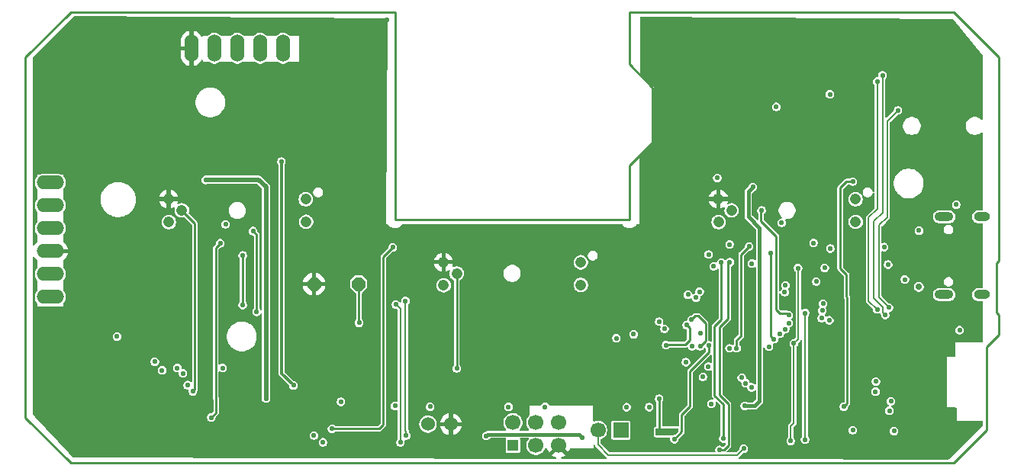
<source format=gbr>
%TF.GenerationSoftware,KiCad,Pcbnew,9.0.7*%
%TF.CreationDate,2026-01-30T16:58:59+00:00*%
%TF.ProjectId,FED3,46454433-2e6b-4696-9361-645f70636258,rev?*%
%TF.SameCoordinates,Original*%
%TF.FileFunction,Copper,L3,Inr*%
%TF.FilePolarity,Positive*%
%FSLAX46Y46*%
G04 Gerber Fmt 4.6, Leading zero omitted, Abs format (unit mm)*
G04 Created by KiCad (PCBNEW 9.0.7) date 2026-01-30 16:58:59*
%MOMM*%
%LPD*%
G01*
G04 APERTURE LIST*
G04 Aperture macros list*
%AMOutline5P*
0 Free polygon, 5 corners , with rotation*
0 The origin of the aperture is its center*
0 number of corners: always 5*
0 $1 to $10 corner X, Y*
0 $11 Rotation angle, in degrees counterclockwise*
0 create outline with 5 corners*
4,1,5,$1,$2,$3,$4,$5,$6,$7,$8,$9,$10,$1,$2,$11*%
%AMOutline6P*
0 Free polygon, 6 corners , with rotation*
0 The origin of the aperture is its center*
0 number of corners: always 6*
0 $1 to $12 corner X, Y*
0 $13 Rotation angle, in degrees counterclockwise*
0 create outline with 6 corners*
4,1,6,$1,$2,$3,$4,$5,$6,$7,$8,$9,$10,$11,$12,$1,$2,$13*%
%AMOutline7P*
0 Free polygon, 7 corners , with rotation*
0 The origin of the aperture is its center*
0 number of corners: always 7*
0 $1 to $14 corner X, Y*
0 $15 Rotation angle, in degrees counterclockwise*
0 create outline with 7 corners*
4,1,7,$1,$2,$3,$4,$5,$6,$7,$8,$9,$10,$11,$12,$13,$14,$1,$2,$15*%
%AMOutline8P*
0 Free polygon, 8 corners , with rotation*
0 The origin of the aperture is its center*
0 number of corners: always 8*
0 $1 to $16 corner X, Y*
0 $17 Rotation angle, in degrees counterclockwise*
0 create outline with 8 corners*
4,1,8,$1,$2,$3,$4,$5,$6,$7,$8,$9,$10,$11,$12,$13,$14,$15,$16,$1,$2,$17*%
G04 Aperture macros list end*
%TA.AperFunction,ComponentPad*%
%ADD10C,1.700000*%
%TD*%
%TA.AperFunction,ComponentPad*%
%ADD11R,1.200000X1.200000*%
%TD*%
%TA.AperFunction,HeatsinkPad*%
%ADD12O,2.100000X1.000000*%
%TD*%
%TA.AperFunction,HeatsinkPad*%
%ADD13O,1.800000X1.000000*%
%TD*%
%TA.AperFunction,ComponentPad*%
%ADD14C,1.208000*%
%TD*%
%TA.AperFunction,HeatsinkPad*%
%ADD15C,0.510000*%
%TD*%
%TA.AperFunction,ComponentPad*%
%ADD16O,3.048000X1.524000*%
%TD*%
%TA.AperFunction,ComponentPad*%
%ADD17C,1.524000*%
%TD*%
%TA.AperFunction,ComponentPad*%
%ADD18Outline8P,-0.762000X0.315631X-0.315631X0.762000X0.315631X0.762000X0.762000X0.315631X0.762000X-0.315631X0.315631X-0.762000X-0.315631X-0.762000X-0.762000X-0.315631X180.000000*%
%TD*%
%TA.AperFunction,ComponentPad*%
%ADD19O,1.524000X3.048000*%
%TD*%
%TA.AperFunction,ComponentPad*%
%ADD20R,1.700000X1.700000*%
%TD*%
%TA.AperFunction,ViaPad*%
%ADD21C,0.550000*%
%TD*%
%TA.AperFunction,ViaPad*%
%ADD22C,0.600000*%
%TD*%
%TA.AperFunction,ViaPad*%
%ADD23C,0.700000*%
%TD*%
%TA.AperFunction,Conductor*%
%ADD24C,0.400000*%
%TD*%
%TA.AperFunction,Conductor*%
%ADD25C,0.220000*%
%TD*%
%TA.AperFunction,Conductor*%
%ADD26C,0.500000*%
%TD*%
%TA.AperFunction,Conductor*%
%ADD27C,0.406400*%
%TD*%
%TA.AperFunction,Conductor*%
%ADD28C,0.300000*%
%TD*%
%TA.AperFunction,Conductor*%
%ADD29C,0.210000*%
%TD*%
%TA.AperFunction,Conductor*%
%ADD30C,0.254000*%
%TD*%
%TA.AperFunction,Conductor*%
%ADD31C,0.230000*%
%TD*%
%TA.AperFunction,Profile*%
%ADD32C,0.250000*%
%TD*%
G04 APERTURE END LIST*
D10*
%TO.N,/Controller Stage/~{RESET}*%
%TO.C,J1*%
X153662050Y-125569743D03*
D11*
%TO.N,/Controller Stage/SWCLK*%
X148582050Y-128109743D03*
D10*
%TO.N,+3V3*%
X148582050Y-125569743D03*
%TO.N,GND*%
X153662050Y-128109743D03*
%TO.N,unconnected-(J1-Pin_4-Pad4)*%
X151122050Y-125569743D03*
%TO.N,/Controller Stage/SWDIO*%
X151122050Y-128109743D03*
%TD*%
D12*
%TO.N,Net-(J3-SHIELD)*%
%TO.C,J3*%
X196429200Y-111353600D03*
D13*
X200609200Y-111353600D03*
D12*
X196429200Y-102713600D03*
D13*
X200609200Y-102713600D03*
%TD*%
D14*
%TO.N,+3V3*%
%TO.C,PI1*%
X186601100Y-100763600D03*
%TO.N,Net-(PI1-Pad2)*%
X186621100Y-103273600D03*
%TO.N,+3V3*%
X171401100Y-103303600D03*
%TO.N,D6*%
X172851100Y-102003600D03*
%TO.N,GND*%
X171381100Y-100733600D03*
%TD*%
%TO.N,+3V3*%
%TO.C,PI2*%
X156101100Y-107763600D03*
%TO.N,Net-(PI2-Pad2)*%
X156121100Y-110273600D03*
%TO.N,+3V3*%
X140901100Y-110303600D03*
%TO.N,TX*%
X142351100Y-109003600D03*
%TO.N,GND*%
X140881100Y-107733600D03*
%TD*%
%TO.N,+3V3*%
%TO.C,PI3*%
X125601100Y-100763600D03*
%TO.N,Net-(PI3-Pad2)*%
X125621100Y-103273600D03*
%TO.N,+3V3*%
X110401100Y-103303600D03*
%TO.N,D5*%
X111851100Y-102003600D03*
%TO.N,GND*%
X110381100Y-100733600D03*
%TD*%
D15*
%TO.N,GND*%
%TO.C,U3*%
X169710600Y-126825000D03*
X169710600Y-125900000D03*
X169710600Y-124975000D03*
X168630600Y-126825000D03*
X168630600Y-125900000D03*
X168630600Y-124975000D03*
%TD*%
D16*
%TO.N,/Controller Stage/D10*%
%TO.C,SCREEN0*%
X97251100Y-98903600D03*
%TO.N,/Controller Stage/D11*%
X97251100Y-101443600D03*
%TO.N,/Controller Stage/D12*%
X97251100Y-103983600D03*
%TO.N,GND*%
X97251100Y-106523600D03*
%TO.N,unconnected-(SCREEN0-Pin_5-Pad5)*%
X97251100Y-109063600D03*
%TO.N,+3V3*%
X97251100Y-111603600D03*
%TD*%
D17*
%TO.N,GND*%
%TO.C,X3*%
X141694300Y-125736400D03*
%TO.N,VBat*%
X139154300Y-125736400D03*
%TD*%
D18*
%TO.N,RX*%
%TO.C,BZ1*%
X131459200Y-110180000D03*
%TO.N,GND*%
X126510000Y-110180000D03*
%TD*%
D19*
%TO.N,GND*%
%TO.C,MOTOR0*%
X112921100Y-84003600D03*
%TO.N,/ORANGE*%
X115461100Y-84003600D03*
%TO.N,/YELLOW*%
X118001100Y-84003600D03*
%TO.N,/PINK*%
X120541100Y-84003600D03*
%TO.N,/BLUE*%
X123081100Y-84003600D03*
%TD*%
D20*
%TO.N,Net-(J2-Pin_1)*%
%TO.C,J2*%
X160550000Y-126400000D03*
D10*
%TO.N,VUSB*%
X158010000Y-126400000D03*
%TD*%
D21*
%TO.N,VBat*%
X145625000Y-127050000D03*
X156300000Y-127200000D03*
%TO.N,/EN*%
X198150000Y-115300000D03*
%TO.N,D+*%
X178825000Y-110325000D03*
%TO.N,GND*%
X179600000Y-110000000D03*
X181150000Y-109900000D03*
X161400000Y-120785000D03*
X124050000Y-128050000D03*
X192675000Y-109150000D03*
%TO.N,/EN*%
X192075000Y-109675000D03*
%TO.N,GND*%
X169200000Y-109075000D03*
%TO.N,/Controller Stage/AREF*%
X170300000Y-106900000D03*
%TO.N,A3*%
X165575000Y-116965000D03*
%TO.N,GND*%
X110720000Y-122420000D03*
X197034500Y-90526000D03*
X194560000Y-110390000D03*
X181840000Y-103990000D03*
X184800000Y-118450000D03*
X187050000Y-112350000D03*
X171210000Y-124250000D03*
X163750000Y-86250000D03*
X198130000Y-113700000D03*
X141290000Y-128230000D03*
X138025000Y-111225000D03*
X162800000Y-124941002D03*
X131600000Y-98850000D03*
X117300000Y-86600000D03*
X108825000Y-94375000D03*
X197410000Y-124400000D03*
X181920000Y-104830000D03*
X185700000Y-127350000D03*
X110525000Y-112900000D03*
X109000000Y-108700000D03*
X187300000Y-105940000D03*
X188975000Y-127500000D03*
X199075000Y-126750000D03*
X128800000Y-91450000D03*
X193750000Y-115300000D03*
X192680000Y-104840000D03*
X173350000Y-118700000D03*
X174925000Y-114575000D03*
X147852894Y-103795731D03*
X115680000Y-100530000D03*
D22*
X155050000Y-111000000D03*
D21*
X160700000Y-107000000D03*
X114550000Y-112050000D03*
X170290000Y-122320000D03*
X112075000Y-114975000D03*
X145100000Y-125800000D03*
X173150000Y-114500000D03*
X112225000Y-108875000D03*
X137400000Y-120600000D03*
X187900000Y-89425000D03*
X164500000Y-119500000D03*
D22*
X158260000Y-114970000D03*
D21*
X185250000Y-89350000D03*
X97025000Y-86825000D03*
X193600000Y-128500000D03*
X103725000Y-88225000D03*
X177875000Y-123125000D03*
X179951900Y-91029400D03*
X186000000Y-97800000D03*
X177050000Y-95825000D03*
X190373000Y-107111800D03*
X112675000Y-123250000D03*
X121910000Y-98440000D03*
X160070000Y-108050000D03*
X182275000Y-115400000D03*
X152700000Y-108700000D03*
X133283100Y-86415600D03*
X175735500Y-91029400D03*
X143050000Y-111400000D03*
X158550000Y-111650000D03*
X182300000Y-122900000D03*
X103725000Y-98300000D03*
X166700000Y-103700000D03*
X161125000Y-122900000D03*
X122710000Y-121850000D03*
X98815300Y-96778800D03*
X105475000Y-83975000D03*
X129175000Y-100975000D03*
X174000000Y-96000000D03*
X122225000Y-112425000D03*
X113800000Y-129000000D03*
X196340000Y-120170000D03*
X125041765Y-120429854D03*
X149650000Y-120850000D03*
X194310000Y-103530000D03*
X121210000Y-124490000D03*
X126600000Y-86600000D03*
X126250000Y-80900000D03*
X132500000Y-124650000D03*
X134600000Y-80800000D03*
X108600000Y-120150000D03*
X122840000Y-124380000D03*
X195750000Y-113450000D03*
X134100000Y-101700000D03*
X191058800Y-125222000D03*
X163400000Y-81300000D03*
X173200000Y-110700000D03*
X196750000Y-117700000D03*
X197799100Y-82351600D03*
X185800000Y-104650000D03*
X119740000Y-100590000D03*
X172470000Y-120860000D03*
X100263100Y-81589600D03*
X131025000Y-106900000D03*
X111800000Y-97900000D03*
X113325000Y-80800000D03*
X173220000Y-121710000D03*
X187080000Y-95480000D03*
X111900000Y-126000000D03*
X128320000Y-98370000D03*
X189400000Y-119550000D03*
X152025000Y-119475000D03*
X166300000Y-111650000D03*
X99550000Y-105450000D03*
X124300000Y-86400000D03*
X139250000Y-115000000D03*
X137395300Y-109245800D03*
X95713900Y-117221400D03*
X115200000Y-126350000D03*
X187620000Y-101860000D03*
X132500000Y-119600000D03*
X119300000Y-108060000D03*
X186800000Y-81300000D03*
X171100000Y-102050000D03*
X144700000Y-122250000D03*
X146200000Y-129100000D03*
X165785000Y-106972500D03*
X133050000Y-111550000D03*
X105400000Y-122800000D03*
X141875000Y-122500000D03*
X154925000Y-119475000D03*
X107600000Y-128800000D03*
X193800000Y-121050000D03*
X129400000Y-114700000D03*
X173350000Y-103325000D03*
X176250000Y-129200000D03*
X144761300Y-108509200D03*
X108000000Y-112300000D03*
X104600000Y-118900000D03*
X122100000Y-107900000D03*
X111693100Y-87050600D03*
X184650000Y-124850000D03*
X120592500Y-127682500D03*
X194370000Y-111980000D03*
X192660000Y-117600000D03*
X101725000Y-110225000D03*
X184627690Y-109543265D03*
X114400000Y-115200000D03*
X117900000Y-109900000D03*
X189350000Y-115700000D03*
X157550000Y-121500000D03*
X132570000Y-121990000D03*
X111693100Y-91495600D03*
X184969500Y-93142200D03*
X115050000Y-123100000D03*
X149074710Y-115016462D03*
X135070000Y-126140000D03*
X97977100Y-126547600D03*
X134000000Y-94500000D03*
X117100000Y-114200000D03*
X121300000Y-86600000D03*
X109050000Y-122525000D03*
X157475000Y-103825000D03*
X95691100Y-94289600D03*
X187300000Y-106820000D03*
X163500000Y-96500000D03*
X98253900Y-122047400D03*
X169630000Y-121720000D03*
X175251800Y-111062165D03*
X136850000Y-103800000D03*
X115950000Y-103100000D03*
X130716405Y-125548435D03*
X176903900Y-84171400D03*
X173691900Y-84455400D03*
X116950000Y-117415000D03*
X170240000Y-121120000D03*
X163900000Y-102450000D03*
X101475000Y-92175000D03*
%TO.N,+3V3*%
X174800000Y-106000000D03*
X183184800Y-108381800D03*
X116100000Y-105655000D03*
X177800000Y-90500000D03*
X183700000Y-114200000D03*
X181940000Y-105610000D03*
X104650000Y-116000000D03*
X128500000Y-126250000D03*
X168005000Y-111350000D03*
X182250000Y-109900000D03*
X173400000Y-117299813D03*
X115100000Y-125000000D03*
X182850000Y-113950000D03*
X172625000Y-105775000D03*
X190525400Y-123190000D03*
X135250000Y-106100000D03*
X183800000Y-106230000D03*
%TO.N,/IOs Interface/VCCNEO*%
X152159100Y-123816200D03*
X114500000Y-98620000D03*
X148095100Y-123816200D03*
X135500000Y-123716000D03*
X139400000Y-123800000D03*
X163707689Y-123841600D03*
X121193750Y-122906250D03*
X129500000Y-123250000D03*
X175200000Y-99400000D03*
X161200000Y-123850000D03*
X170600000Y-123500000D03*
X174300000Y-123716000D03*
%TO.N,Net-(LED1-DI)*%
X167775000Y-118850000D03*
%TO.N,Net-(LED8-DO)*%
X122900000Y-96570000D03*
X124228175Y-121428176D03*
%TO.N,Net-(LED10-DI)*%
X116700000Y-103550000D03*
X178400000Y-103378000D03*
%TO.N,/Controller Stage/SCL*%
X136650000Y-112050000D03*
X189000000Y-113000000D03*
X183000000Y-112350000D03*
X126500000Y-127000000D03*
X189000000Y-87700000D03*
X136750000Y-127000000D03*
%TO.N,/Controller Stage/SDA*%
X127500000Y-127750000D03*
X182898234Y-113113248D03*
X136101000Y-127750000D03*
X135600000Y-112450000D03*
X189900000Y-113600000D03*
X189600000Y-87000000D03*
%TO.N,/Controller Stage/AREF*%
X168900000Y-111687500D03*
%TO.N,VUSB*%
X193649600Y-104241600D03*
X174200000Y-128455000D03*
D23*
X193624200Y-110490000D03*
D21*
X197770000Y-101370000D03*
%TO.N,RX*%
X172615854Y-117309459D03*
X164800000Y-114350000D03*
X131505030Y-114475628D03*
%TO.N,A0*%
X191300000Y-90900000D03*
X190300000Y-112800000D03*
X169300000Y-111025000D03*
%TO.N,TX*%
X142350000Y-119550000D03*
X170250000Y-119350000D03*
%TO.N,D6*%
X176172000Y-102003600D03*
X179178408Y-113644953D03*
%TO.N,D5*%
X113075000Y-122100000D03*
X177000000Y-117147512D03*
%TO.N,D13*%
X178205779Y-115700000D03*
X116350000Y-119495000D03*
X111350000Y-119500000D03*
X160060000Y-116200000D03*
%TO.N,/Controller Stage/SWDIO*%
X171915000Y-127320000D03*
X171712500Y-107787500D03*
%TO.N,/Controller Stage/~{RESET}*%
X179750000Y-116775000D03*
X180225000Y-108400000D03*
X179400000Y-127600000D03*
X175100000Y-107900000D03*
%TO.N,D8*%
X169365000Y-115645000D03*
X161977136Y-115748717D03*
%TO.N,/Controller Stage/SWCLK*%
X172650000Y-107750000D03*
X171500000Y-128600000D03*
%TO.N,/Controller Stage/D10*%
X120150000Y-113260000D03*
X178809985Y-115174790D03*
X119750000Y-104300000D03*
%TO.N,/Controller Stage/D11*%
X177550000Y-116300000D03*
X177150000Y-106725000D03*
%TO.N,/Controller Stage/D12*%
X118600000Y-112500000D03*
X179174262Y-114496407D03*
X118600000Y-107000000D03*
%TO.N,/Controller Stage/SD_CS*%
X188865168Y-121000000D03*
X169665300Y-120484700D03*
%TO.N,/Controller Stage/SCK*%
X174400000Y-121200000D03*
X190350000Y-124250000D03*
%TO.N,D+*%
X189779200Y-106070400D03*
%TO.N,D-*%
X190211771Y-108013359D03*
%TO.N,/Controller Stage/D7*%
X181000000Y-113400000D03*
X181000000Y-127450000D03*
%TO.N,/Controller Stage/MISO*%
X175050000Y-121650000D03*
X190875000Y-126500000D03*
%TO.N,A2*%
X168399824Y-114134000D03*
X169356276Y-117097000D03*
X112475000Y-121400000D03*
%TO.N,A5*%
X165405000Y-115143717D03*
X108850000Y-118800000D03*
X170850000Y-108200000D03*
%TO.N,A4*%
X168461636Y-117097000D03*
X109650000Y-119750000D03*
%TO.N,A3*%
X167855300Y-114739000D03*
X111975000Y-120100000D03*
%TO.N,D9*%
X170300000Y-117000000D03*
X166500000Y-127400000D03*
%TO.N,Net-(IC4-VBAT)*%
X183759600Y-89109600D03*
X171259900Y-98406000D03*
%TO.N,VBat*%
X166245879Y-126602052D03*
X164800000Y-122900000D03*
X165552592Y-126559814D03*
X186300000Y-126400000D03*
%TO.N,/Controller Stage/MOSI*%
X188823600Y-122123200D03*
X173972880Y-120559319D03*
%TO.N,Net-(U3-STAT1)*%
X186300000Y-98800000D03*
X185300000Y-123800000D03*
%TO.N,D-*%
X178747825Y-111071022D03*
%TD*%
D24*
%TO.N,VBat*%
X145812117Y-126862883D02*
X145625000Y-127050000D01*
X145812117Y-126858743D02*
X145812117Y-126862883D01*
X155971257Y-126871257D02*
X156300000Y-127200000D01*
X155971257Y-126858743D02*
X155971257Y-126871257D01*
D25*
%TO.N,/Controller Stage/D11*%
X177200000Y-115950000D02*
X177550000Y-116300000D01*
X177200000Y-107150000D02*
X177200000Y-115950000D01*
X177150000Y-107100000D02*
X177200000Y-107150000D01*
X177150000Y-106725000D02*
X177150000Y-107100000D01*
%TO.N,+3V3*%
X115656000Y-124444000D02*
X115656000Y-122848986D01*
X134200000Y-125800000D02*
X134200000Y-107150000D01*
X134200000Y-107150000D02*
X135250000Y-106100000D01*
X173920000Y-115925000D02*
X173920000Y-106880000D01*
X133750000Y-126250000D02*
X134200000Y-125800000D01*
X115600000Y-106155000D02*
X116100000Y-105655000D01*
X115100000Y-125000000D02*
X115656000Y-124444000D01*
X173400000Y-117299813D02*
X173400000Y-116445000D01*
X173400000Y-116445000D02*
X173920000Y-115925000D01*
X128500000Y-126250000D02*
X133750000Y-126250000D01*
X135200000Y-106100000D02*
X135350000Y-106100000D01*
X173920000Y-106880000D02*
X174800000Y-106000000D01*
X115656000Y-122848986D02*
X115600000Y-122792986D01*
X115600000Y-122792986D02*
X115600000Y-106155000D01*
D26*
%TO.N,/IOs Interface/VCCNEO*%
X121193750Y-119806250D02*
X121200000Y-119800000D01*
D27*
X175950000Y-103950000D02*
X174700000Y-102700000D01*
X175409000Y-123716000D02*
X175950000Y-123175000D01*
D26*
X114520000Y-98600000D02*
X114500000Y-98620000D01*
D27*
X175950000Y-123175000D02*
X175950000Y-103950000D01*
X174700000Y-102700000D02*
X174700000Y-99900000D01*
D26*
X121193750Y-122906250D02*
X121193750Y-119806250D01*
D27*
X174700000Y-99900000D02*
X175200000Y-99400000D01*
D26*
X121200000Y-99400000D02*
X120400000Y-98600000D01*
X120400000Y-98600000D02*
X114520000Y-98600000D01*
D27*
X174300000Y-123716000D02*
X175409000Y-123716000D01*
D26*
X121200000Y-119800000D02*
X121200000Y-99400000D01*
D28*
%TO.N,Net-(LED8-DO)*%
X122900000Y-96570000D02*
X122900000Y-120100000D01*
X122900000Y-120100000D02*
X124228175Y-121428176D01*
D29*
%TO.N,/Controller Stage/SCL*%
X136750000Y-127000000D02*
X136750000Y-126549000D01*
X188061600Y-102792400D02*
X189000000Y-101854000D01*
X136750000Y-126549000D02*
X136650000Y-126449000D01*
X136650000Y-126449000D02*
X136650000Y-112050000D01*
X189000000Y-101854000D02*
X189000000Y-87700000D01*
X189000000Y-113000000D02*
X188061600Y-112061600D01*
X188061600Y-112061600D02*
X188061600Y-102792400D01*
%TO.N,/Controller Stage/SDA*%
X136101000Y-127750000D02*
X136101000Y-112951000D01*
X189650057Y-113350057D02*
X189900000Y-113600000D01*
X189600000Y-102271400D02*
X188645800Y-103225600D01*
X189601000Y-87948943D02*
X189600000Y-87949943D01*
X188645800Y-103225600D02*
X188645800Y-111745800D01*
X189600000Y-87450057D02*
X189601000Y-87451057D01*
X189600000Y-87949943D02*
X189600000Y-102271400D01*
X136101000Y-112951000D02*
X135600000Y-112450000D01*
X189650057Y-112750057D02*
X189650057Y-113350057D01*
X188645800Y-111745800D02*
X189650057Y-112750057D01*
X189600000Y-87000000D02*
X189600000Y-87450057D01*
X189601000Y-87451057D02*
X189601000Y-87948943D01*
%TO.N,VUSB*%
X158010000Y-126400000D02*
X158010000Y-128030000D01*
X174145000Y-128400000D02*
X174200000Y-128455000D01*
X159161000Y-129181000D02*
X173474000Y-129181000D01*
X158010000Y-128030000D02*
X159161000Y-129181000D01*
X173474000Y-129181000D02*
X174200000Y-128455000D01*
D30*
%TO.N,RX*%
X131500000Y-114470598D02*
X131500000Y-110173700D01*
D29*
%TO.N,A0*%
X190100000Y-102731851D02*
X190100000Y-92100000D01*
X189179200Y-103652651D02*
X190100000Y-102731851D01*
X190300000Y-112800000D02*
X190300000Y-112750000D01*
X189179200Y-111629200D02*
X189179200Y-103652651D01*
X190300000Y-112750000D02*
X189179200Y-111629200D01*
X190300000Y-112800000D02*
X190403067Y-112696933D01*
X190100000Y-92100000D02*
X191300000Y-90900000D01*
D25*
%TO.N,TX*%
X142351100Y-119548900D02*
X142351100Y-109003600D01*
X142350000Y-119550000D02*
X142351100Y-119548900D01*
%TO.N,D6*%
X177800000Y-104850000D02*
X177800000Y-113000000D01*
X176172000Y-102003600D02*
X176100000Y-102075600D01*
X178933455Y-113400000D02*
X179178408Y-113644953D01*
X176100000Y-103150000D02*
X177800000Y-104850000D01*
X178200000Y-113400000D02*
X178933455Y-113400000D01*
X176100000Y-102075600D02*
X176100000Y-103150000D01*
X177800000Y-113000000D02*
X178200000Y-113400000D01*
%TO.N,D5*%
X113300000Y-121875000D02*
X113300000Y-103452500D01*
X113075000Y-122100000D02*
X113300000Y-121875000D01*
D31*
X111851100Y-102003600D02*
X113300000Y-103452500D01*
D25*
%TO.N,/Controller Stage/SWDIO*%
X170950000Y-122569400D02*
X170950000Y-114900000D01*
X171915000Y-123534400D02*
X170950000Y-122569400D01*
X170950000Y-114900000D02*
X171712500Y-114137500D01*
X171915000Y-127320000D02*
X171915000Y-123534400D01*
X171712500Y-114137500D02*
X171712500Y-107787500D01*
D29*
%TO.N,/Controller Stage/~{RESET}*%
X179750000Y-125600000D02*
X179750000Y-116775000D01*
X180250000Y-108425000D02*
X180250000Y-116275000D01*
X179400000Y-125950000D02*
X179750000Y-125600000D01*
X180250000Y-116275000D02*
X179750000Y-116775000D01*
X180225000Y-108400000D02*
X180250000Y-108425000D01*
X179400000Y-127600000D02*
X179400000Y-125950000D01*
D25*
%TO.N,/Controller Stage/SWCLK*%
X172500000Y-123497146D02*
X171500000Y-122497146D01*
X171470000Y-128570000D02*
X172030000Y-128570000D01*
X172450000Y-107950000D02*
X172650000Y-107750000D01*
X172500000Y-128100000D02*
X172500000Y-123497146D01*
X171500000Y-122497146D02*
X171500000Y-114972254D01*
X172030000Y-128570000D02*
X172500000Y-128100000D01*
X171500000Y-128600000D02*
X171470000Y-128570000D01*
X172450000Y-114022254D02*
X172450000Y-107950000D01*
X171500000Y-114972254D02*
X172450000Y-114022254D01*
%TO.N,/Controller Stage/D10*%
X120150000Y-104700000D02*
X119750000Y-104300000D01*
X120150000Y-113260000D02*
X120150000Y-104700000D01*
%TO.N,/Controller Stage/D12*%
X118600000Y-112500000D02*
X118600000Y-107000000D01*
D29*
%TO.N,/Controller Stage/D7*%
X181000000Y-113400000D02*
X181000000Y-127450000D01*
D25*
%TO.N,A2*%
X169694000Y-116748986D02*
X169694000Y-116759276D01*
X169970000Y-114545000D02*
X169970000Y-116472986D01*
X169970000Y-116472986D02*
X169694000Y-116748986D01*
X169156615Y-113731615D02*
X169970000Y-114545000D01*
X168802209Y-113731615D02*
X169156615Y-113731615D01*
X168399824Y-114134000D02*
X168802209Y-113731615D01*
X169694000Y-116759276D02*
X169356276Y-117097000D01*
%TO.N,D9*%
X167300000Y-124700000D02*
X168225000Y-123775000D01*
X167300000Y-126600000D02*
X167300000Y-124700000D01*
X168225000Y-119857500D02*
X170300000Y-117782500D01*
X170300000Y-117782500D02*
X170300000Y-117000000D01*
X168225000Y-123775000D02*
X168225000Y-119857500D01*
X166500000Y-127400000D02*
X167300000Y-126600000D01*
D24*
%TO.N,VBat*%
X155971257Y-126858743D02*
X145812117Y-126858743D01*
D31*
X164840000Y-126395293D02*
X164840000Y-122940000D01*
X164840000Y-122940000D02*
X164800000Y-122900000D01*
X166245879Y-126602052D02*
X166039120Y-126395293D01*
X166039120Y-126395293D02*
X164840000Y-126395293D01*
%TO.N,Net-(U3-STAT1)*%
X185600000Y-111600000D02*
X185600000Y-109135154D01*
X184900000Y-99500000D02*
X185600000Y-98800000D01*
X185691000Y-123409000D02*
X185691000Y-111691000D01*
X184900000Y-108435154D02*
X184900000Y-99500000D01*
X185691000Y-111691000D02*
X185600000Y-111600000D01*
X185600000Y-109135154D02*
X184900000Y-108435154D01*
X185300000Y-123800000D02*
X185691000Y-123409000D01*
X185600000Y-98800000D02*
X186300000Y-98800000D01*
D25*
%TO.N,A3*%
X165575000Y-116965000D02*
X165640000Y-116900000D01*
X165640000Y-116900000D02*
X167725000Y-116900000D01*
X167725000Y-116900000D02*
X168200000Y-116425000D01*
X168200000Y-116425000D02*
X168200000Y-115083700D01*
X168200000Y-115083700D02*
X167855300Y-114739000D01*
%TD*%
%TA.AperFunction,Conductor*%
%TO.N,GND*%
G36*
X134578699Y-80692823D02*
G01*
X134637680Y-80712492D01*
X134673836Y-80763073D01*
X134678519Y-80794201D01*
X134502329Y-103499735D01*
X134502330Y-103499736D01*
X134635847Y-103499854D01*
X134694960Y-103519119D01*
X134719403Y-103544563D01*
X134762797Y-103609507D01*
X134762799Y-103609509D01*
X134895193Y-103741903D01*
X135050864Y-103845919D01*
X135050865Y-103845919D01*
X135050869Y-103845922D01*
X135154390Y-103888802D01*
X135223846Y-103917572D01*
X135223847Y-103917572D01*
X135223849Y-103917573D01*
X135407484Y-103954100D01*
X135407485Y-103954100D01*
X135594715Y-103954100D01*
X135594716Y-103954100D01*
X135778351Y-103917573D01*
X135951331Y-103845922D01*
X136107008Y-103741902D01*
X136239402Y-103609508D01*
X136281770Y-103546098D01*
X136330595Y-103507607D01*
X136365494Y-103501390D01*
X160651286Y-103522958D01*
X160710398Y-103542223D01*
X160734840Y-103567666D01*
X160762797Y-103609507D01*
X160762799Y-103609509D01*
X160895193Y-103741903D01*
X161050864Y-103845919D01*
X161050865Y-103845919D01*
X161050869Y-103845922D01*
X161154390Y-103888802D01*
X161223846Y-103917572D01*
X161223847Y-103917572D01*
X161223849Y-103917573D01*
X161407484Y-103954100D01*
X161407485Y-103954100D01*
X161594715Y-103954100D01*
X161594716Y-103954100D01*
X161778351Y-103917573D01*
X161951331Y-103845922D01*
X162107008Y-103741902D01*
X162239402Y-103609508D01*
X162266351Y-103569175D01*
X162315173Y-103530685D01*
X162350077Y-103524467D01*
X162650295Y-103524734D01*
X162650590Y-103224364D01*
X170596600Y-103224364D01*
X170596600Y-103382835D01*
X170627516Y-103538266D01*
X170682068Y-103669964D01*
X170688161Y-103684674D01*
X170720810Y-103733536D01*
X170776202Y-103816437D01*
X170888262Y-103928497D01*
X170891254Y-103930496D01*
X171020026Y-104016539D01*
X171041660Y-104025500D01*
X171166433Y-104077183D01*
X171166434Y-104077183D01*
X171166436Y-104077184D01*
X171321864Y-104108100D01*
X171321865Y-104108100D01*
X171480335Y-104108100D01*
X171480336Y-104108100D01*
X171635764Y-104077184D01*
X171782174Y-104016539D01*
X171913939Y-103928496D01*
X172025996Y-103816439D01*
X172114039Y-103684674D01*
X172174684Y-103538264D01*
X172205600Y-103382836D01*
X172205600Y-103224364D01*
X172174684Y-103068936D01*
X172165534Y-103046847D01*
X172126258Y-102952026D01*
X172114039Y-102922526D01*
X172031938Y-102799654D01*
X172025997Y-102790762D01*
X171913937Y-102678702D01*
X171810377Y-102609506D01*
X171782174Y-102590661D01*
X171782171Y-102590659D01*
X171782170Y-102590659D01*
X171635766Y-102530016D01*
X171529816Y-102508942D01*
X171480336Y-102499100D01*
X171321864Y-102499100D01*
X171283007Y-102506829D01*
X171166433Y-102530016D01*
X171020029Y-102590659D01*
X170888262Y-102678702D01*
X170888261Y-102678704D01*
X170776204Y-102790761D01*
X170776202Y-102790762D01*
X170688159Y-102922529D01*
X170627516Y-103068933D01*
X170596600Y-103224364D01*
X162650590Y-103224364D01*
X162650743Y-103068933D01*
X162651271Y-102530016D01*
X162653258Y-100505399D01*
X170345317Y-100505399D01*
X170345318Y-100505400D01*
X171114325Y-100505400D01*
X171101030Y-100518695D01*
X171054952Y-100598505D01*
X171031100Y-100687522D01*
X171031100Y-100779678D01*
X171054952Y-100868695D01*
X171101030Y-100948505D01*
X171114325Y-100961800D01*
X170345317Y-100961800D01*
X170361450Y-101042909D01*
X170441384Y-101235883D01*
X170441388Y-101235892D01*
X170557434Y-101409566D01*
X170557434Y-101409567D01*
X170705132Y-101557265D01*
X170878807Y-101673311D01*
X170878816Y-101673315D01*
X171071790Y-101753249D01*
X171152900Y-101769382D01*
X171152900Y-101000375D01*
X171166195Y-101013670D01*
X171246005Y-101059748D01*
X171335022Y-101083600D01*
X171427178Y-101083600D01*
X171516195Y-101059748D01*
X171596005Y-101013670D01*
X171609300Y-101000375D01*
X171609300Y-101769381D01*
X171690409Y-101753249D01*
X171690410Y-101753249D01*
X171883383Y-101673315D01*
X171883389Y-101673313D01*
X171930824Y-101641617D01*
X171990664Y-101624739D01*
X172048995Y-101646258D01*
X172083538Y-101697953D01*
X172081099Y-101760080D01*
X172079663Y-101763750D01*
X172077516Y-101768934D01*
X172068732Y-101813095D01*
X172046600Y-101924364D01*
X172046600Y-102082836D01*
X172053133Y-102115680D01*
X172077516Y-102238266D01*
X172124365Y-102351368D01*
X172138161Y-102384674D01*
X172161003Y-102418859D01*
X172226202Y-102516437D01*
X172338262Y-102628497D01*
X172368501Y-102648702D01*
X172470026Y-102716539D01*
X172510100Y-102733138D01*
X172616433Y-102777183D01*
X172616434Y-102777183D01*
X172616436Y-102777184D01*
X172771864Y-102808100D01*
X172771865Y-102808100D01*
X172930335Y-102808100D01*
X172930336Y-102808100D01*
X173085764Y-102777184D01*
X173232174Y-102716539D01*
X173363939Y-102628496D01*
X173475996Y-102516439D01*
X173564039Y-102384674D01*
X173624684Y-102238264D01*
X173655600Y-102082836D01*
X173655600Y-101924364D01*
X173624684Y-101768936D01*
X173617045Y-101750495D01*
X173580375Y-101661964D01*
X173564039Y-101622526D01*
X173475996Y-101490761D01*
X173363939Y-101378704D01*
X173363937Y-101378702D01*
X173298501Y-101334980D01*
X173232174Y-101290661D01*
X173232171Y-101290659D01*
X173232170Y-101290659D01*
X173085766Y-101230016D01*
X172982145Y-101209405D01*
X172930336Y-101199100D01*
X172771864Y-101199100D01*
X172749747Y-101203499D01*
X172616435Y-101230015D01*
X172486906Y-101283668D01*
X172424924Y-101288545D01*
X172371912Y-101256059D01*
X172348119Y-101198617D01*
X172355467Y-101152226D01*
X172400749Y-101042907D01*
X172416883Y-100961800D01*
X171647875Y-100961800D01*
X171661170Y-100948505D01*
X171707248Y-100868695D01*
X171731100Y-100779678D01*
X171731100Y-100687522D01*
X171707248Y-100598505D01*
X171661170Y-100518695D01*
X171647875Y-100505400D01*
X172416882Y-100505400D01*
X172416882Y-100505399D01*
X172400749Y-100424290D01*
X172320815Y-100231316D01*
X172320811Y-100231307D01*
X172204765Y-100057633D01*
X172204765Y-100057632D01*
X172057067Y-99909934D01*
X171883392Y-99793888D01*
X171883383Y-99793884D01*
X171690409Y-99713950D01*
X171609300Y-99697817D01*
X171609300Y-100466825D01*
X171596005Y-100453530D01*
X171516195Y-100407452D01*
X171427178Y-100383600D01*
X171335022Y-100383600D01*
X171246005Y-100407452D01*
X171166195Y-100453530D01*
X171152900Y-100466825D01*
X171152900Y-99697817D01*
X171152899Y-99697817D01*
X171071790Y-99713950D01*
X170878816Y-99793884D01*
X170878807Y-99793888D01*
X170705133Y-99909934D01*
X170705132Y-99909934D01*
X170557434Y-100057632D01*
X170557434Y-100057633D01*
X170441388Y-100231307D01*
X170441384Y-100231316D01*
X170361450Y-100424290D01*
X170345317Y-100505399D01*
X162653258Y-100505399D01*
X162655379Y-98343396D01*
X170784400Y-98343396D01*
X170784400Y-98468603D01*
X170816805Y-98589536D01*
X170836038Y-98622850D01*
X170879405Y-98697964D01*
X170967936Y-98786495D01*
X171076364Y-98849095D01*
X171197299Y-98881500D01*
X171322501Y-98881500D01*
X171443436Y-98849095D01*
X171551864Y-98786495D01*
X171640395Y-98697964D01*
X171702995Y-98589536D01*
X171735400Y-98468601D01*
X171735400Y-98343399D01*
X171702995Y-98222464D01*
X171640395Y-98114036D01*
X171551864Y-98025505D01*
X171507687Y-98000000D01*
X171443436Y-97962905D01*
X171322503Y-97930500D01*
X171322501Y-97930500D01*
X171197299Y-97930500D01*
X171197296Y-97930500D01*
X171076363Y-97962905D01*
X170967938Y-98025503D01*
X170879403Y-98114038D01*
X170816805Y-98222463D01*
X170784400Y-98343396D01*
X162655379Y-98343396D01*
X162657576Y-96104836D01*
X162676847Y-96045727D01*
X162687814Y-96033039D01*
X164181565Y-94571512D01*
X164182351Y-94571187D01*
X164202889Y-94550648D01*
X164223750Y-94530238D01*
X164223750Y-94530237D01*
X164223774Y-94530214D01*
X164223883Y-94530052D01*
X164224460Y-94529198D01*
X164224671Y-94528888D01*
X164224685Y-94528852D01*
X164224687Y-94528851D01*
X164235832Y-94501943D01*
X164247264Y-94475175D01*
X164247272Y-94474335D01*
X164247600Y-94473546D01*
X164247600Y-94444322D01*
X164247916Y-94415307D01*
X164247600Y-94414519D01*
X164247600Y-90437396D01*
X177324500Y-90437396D01*
X177324500Y-90562603D01*
X177356905Y-90683536D01*
X177419505Y-90791964D01*
X177508036Y-90880495D01*
X177616464Y-90943095D01*
X177737399Y-90975500D01*
X177862601Y-90975500D01*
X177983536Y-90943095D01*
X178091964Y-90880495D01*
X178180495Y-90791964D01*
X178243095Y-90683536D01*
X178275500Y-90562601D01*
X178275500Y-90437399D01*
X178243095Y-90316464D01*
X178180495Y-90208036D01*
X178091964Y-90119505D01*
X177983536Y-90056905D01*
X177862603Y-90024500D01*
X177862601Y-90024500D01*
X177737399Y-90024500D01*
X177737396Y-90024500D01*
X177616463Y-90056905D01*
X177508038Y-90119503D01*
X177419503Y-90208038D01*
X177356905Y-90316463D01*
X177324500Y-90437396D01*
X164247600Y-90437396D01*
X164247600Y-89046996D01*
X183284100Y-89046996D01*
X183284100Y-89172203D01*
X183316505Y-89293136D01*
X183379105Y-89401564D01*
X183467636Y-89490095D01*
X183576064Y-89552695D01*
X183696999Y-89585100D01*
X183822201Y-89585100D01*
X183943136Y-89552695D01*
X184051564Y-89490095D01*
X184140095Y-89401564D01*
X184202695Y-89293136D01*
X184235100Y-89172201D01*
X184235100Y-89046999D01*
X184202695Y-88926064D01*
X184140095Y-88817636D01*
X184051564Y-88729105D01*
X183943136Y-88666505D01*
X183822203Y-88634100D01*
X183822201Y-88634100D01*
X183696999Y-88634100D01*
X183696996Y-88634100D01*
X183576063Y-88666505D01*
X183467638Y-88729103D01*
X183379103Y-88817638D01*
X183316505Y-88926063D01*
X183284100Y-89046996D01*
X164247600Y-89046996D01*
X164247600Y-88317664D01*
X164224687Y-88262349D01*
X164224687Y-88262348D01*
X162696307Y-86733967D01*
X162668082Y-86678571D01*
X162666844Y-86662757D01*
X162668465Y-85012632D01*
X162672800Y-80594824D01*
X162692071Y-80535715D01*
X162742407Y-80499219D01*
X162774121Y-80494329D01*
X197313174Y-80743260D01*
X197372164Y-80762898D01*
X197390169Y-80779984D01*
X200681460Y-84784841D01*
X200704160Y-84842723D01*
X200704339Y-84848602D01*
X200712094Y-91824691D01*
X200692947Y-91883844D01*
X200642687Y-91920445D01*
X200580513Y-91920514D01*
X200540359Y-91895938D01*
X200482080Y-91837659D01*
X200318218Y-91728170D01*
X200318210Y-91728166D01*
X200136137Y-91652749D01*
X199969425Y-91619588D01*
X199942841Y-91614300D01*
X199745759Y-91614300D01*
X199719175Y-91619588D01*
X199552462Y-91652749D01*
X199370389Y-91728166D01*
X199370381Y-91728170D01*
X199206519Y-91837659D01*
X199206518Y-91837661D01*
X199067161Y-91977018D01*
X199067159Y-91977019D01*
X198957670Y-92140881D01*
X198957666Y-92140889D01*
X198882249Y-92322962D01*
X198843800Y-92516259D01*
X198843800Y-92713340D01*
X198882249Y-92906637D01*
X198957666Y-93088710D01*
X198957670Y-93088718D01*
X199067159Y-93252580D01*
X199206519Y-93391940D01*
X199370381Y-93501429D01*
X199370383Y-93501430D01*
X199370386Y-93501432D01*
X199461425Y-93539141D01*
X199552462Y-93576850D01*
X199552463Y-93576850D01*
X199552465Y-93576851D01*
X199745759Y-93615300D01*
X199745760Y-93615300D01*
X199942840Y-93615300D01*
X199942841Y-93615300D01*
X200136135Y-93576851D01*
X200318214Y-93501432D01*
X200482082Y-93391939D01*
X200542114Y-93331906D01*
X200597510Y-93303681D01*
X200658919Y-93313406D01*
X200702883Y-93357370D01*
X200713848Y-93402930D01*
X200721122Y-99946035D01*
X200723271Y-101879566D01*
X200723308Y-101912388D01*
X200704161Y-101971541D01*
X200653901Y-102008142D01*
X200622708Y-102013100D01*
X200140207Y-102013100D01*
X200106373Y-102019830D01*
X200004869Y-102040020D01*
X199877392Y-102092823D01*
X199877389Y-102092824D01*
X199762656Y-102169487D01*
X199665087Y-102267056D01*
X199588424Y-102381789D01*
X199588423Y-102381792D01*
X199535620Y-102509269D01*
X199508700Y-102644607D01*
X199508700Y-102782592D01*
X199535620Y-102917930D01*
X199588423Y-103045407D01*
X199588424Y-103045410D01*
X199592060Y-103050851D01*
X199665086Y-103160142D01*
X199762658Y-103257714D01*
X199877389Y-103334375D01*
X199921956Y-103352835D01*
X200004869Y-103387179D01*
X200004870Y-103387179D01*
X200004872Y-103387180D01*
X200140207Y-103414100D01*
X200140208Y-103414100D01*
X200624489Y-103414100D01*
X200683620Y-103433313D01*
X200720165Y-103483613D01*
X200725088Y-103514587D01*
X200730331Y-108230727D01*
X200732912Y-110552388D01*
X200713765Y-110611541D01*
X200663505Y-110648142D01*
X200632312Y-110653100D01*
X200140207Y-110653100D01*
X200106373Y-110659830D01*
X200004869Y-110680020D01*
X199877392Y-110732823D01*
X199877389Y-110732824D01*
X199762656Y-110809487D01*
X199665087Y-110907056D01*
X199588424Y-111021789D01*
X199588423Y-111021792D01*
X199535620Y-111149269D01*
X199517273Y-111241509D01*
X199508700Y-111284607D01*
X199508700Y-111422593D01*
X199514453Y-111451517D01*
X199535620Y-111557930D01*
X199588423Y-111685407D01*
X199588424Y-111685410D01*
X199612725Y-111721779D01*
X199665086Y-111800142D01*
X199762658Y-111897714D01*
X199877389Y-111974375D01*
X199877691Y-111974500D01*
X200004869Y-112027179D01*
X200004870Y-112027179D01*
X200004872Y-112027180D01*
X200140207Y-112054100D01*
X200140208Y-112054100D01*
X200634093Y-112054100D01*
X200693224Y-112073313D01*
X200729769Y-112123613D01*
X200734692Y-112154587D01*
X200739621Y-116588261D01*
X200739628Y-116594062D01*
X200720481Y-116653215D01*
X200670221Y-116689816D01*
X200639028Y-116694774D01*
X197672463Y-116694774D01*
X197672463Y-118142579D01*
X197653250Y-118201710D01*
X197602950Y-118238255D01*
X197571643Y-118243179D01*
X196750000Y-118241385D01*
X196750000Y-123878177D01*
X197710217Y-123878177D01*
X197769348Y-123897390D01*
X197805893Y-123947690D01*
X197810817Y-123978777D01*
X197810817Y-125394423D01*
X200648922Y-125394423D01*
X200708053Y-125413636D01*
X200744598Y-125463936D01*
X200749521Y-125494910D01*
X200749621Y-125583718D01*
X200749953Y-125882870D01*
X200730806Y-125942023D01*
X200720012Y-125954590D01*
X197004456Y-129620933D01*
X196948872Y-129648789D01*
X196933616Y-129649925D01*
X173719693Y-129608134D01*
X173660596Y-129588815D01*
X173624142Y-129538449D01*
X173624254Y-129476275D01*
X173656928Y-129430132D01*
X173656919Y-129430123D01*
X173656972Y-129430069D01*
X173658637Y-129427719D01*
X173661572Y-129425466D01*
X173661581Y-129425461D01*
X174127077Y-128959965D01*
X174182475Y-128931739D01*
X174198212Y-128930500D01*
X174262601Y-128930500D01*
X174383536Y-128898095D01*
X174491964Y-128835495D01*
X174580495Y-128746964D01*
X174643095Y-128638536D01*
X174675500Y-128517601D01*
X174675500Y-128392399D01*
X174643095Y-128271464D01*
X174580495Y-128163036D01*
X174491964Y-128074505D01*
X174480610Y-128067950D01*
X174383536Y-128011905D01*
X174262603Y-127979500D01*
X174262601Y-127979500D01*
X174137399Y-127979500D01*
X174137396Y-127979500D01*
X174016463Y-128011905D01*
X173908038Y-128074503D01*
X173819503Y-128163038D01*
X173756905Y-128271463D01*
X173724500Y-128392396D01*
X173724500Y-128456788D01*
X173705287Y-128515919D01*
X173695035Y-128527923D01*
X173376923Y-128846035D01*
X173321525Y-128874261D01*
X173305788Y-128875500D01*
X172406483Y-128875500D01*
X172347352Y-128856287D01*
X172310807Y-128805987D01*
X172310807Y-128743813D01*
X172335346Y-128703767D01*
X172748462Y-128290652D01*
X172772062Y-128249774D01*
X172789340Y-128219848D01*
X172808190Y-128149500D01*
X172810500Y-128140879D01*
X172810500Y-128059122D01*
X172810500Y-127537396D01*
X178924500Y-127537396D01*
X178924500Y-127662603D01*
X178956905Y-127783536D01*
X179009999Y-127875500D01*
X179019505Y-127891964D01*
X179108036Y-127980495D01*
X179216464Y-128043095D01*
X179337399Y-128075500D01*
X179462601Y-128075500D01*
X179583536Y-128043095D01*
X179691964Y-127980495D01*
X179780495Y-127891964D01*
X179843095Y-127783536D01*
X179875500Y-127662601D01*
X179875500Y-127537399D01*
X179843095Y-127416464D01*
X179780495Y-127308036D01*
X179734964Y-127262505D01*
X179706738Y-127207107D01*
X179705500Y-127191371D01*
X179705500Y-126118212D01*
X179724713Y-126059081D01*
X179734965Y-126047077D01*
X179862197Y-125919845D01*
X179994461Y-125787581D01*
X180002013Y-125774500D01*
X180034681Y-125717919D01*
X180039254Y-125700851D01*
X180055499Y-125640225D01*
X180055500Y-125640218D01*
X180055500Y-117183628D01*
X180074713Y-117124497D01*
X180084959Y-117112499D01*
X180130495Y-117066964D01*
X180193095Y-116958536D01*
X180225500Y-116837601D01*
X180225500Y-116773211D01*
X180244713Y-116714080D01*
X180254959Y-116702082D01*
X180494461Y-116462581D01*
X180506777Y-116441249D01*
X180552980Y-116399645D01*
X180614814Y-116393145D01*
X180668659Y-116424231D01*
X180693949Y-116481029D01*
X180694500Y-116491547D01*
X180694500Y-127041371D01*
X180675287Y-127100502D01*
X180665036Y-127112505D01*
X180619503Y-127158038D01*
X180556905Y-127266463D01*
X180524500Y-127387396D01*
X180524500Y-127512603D01*
X180556905Y-127633536D01*
X180588000Y-127687396D01*
X180619505Y-127741964D01*
X180708036Y-127830495D01*
X180816464Y-127893095D01*
X180937399Y-127925500D01*
X181062601Y-127925500D01*
X181183536Y-127893095D01*
X181291964Y-127830495D01*
X181380495Y-127741964D01*
X181443095Y-127633536D01*
X181475500Y-127512601D01*
X181475500Y-127387399D01*
X181443095Y-127266464D01*
X181380495Y-127158036D01*
X181334964Y-127112505D01*
X181306738Y-127057107D01*
X181305500Y-127041371D01*
X181305500Y-126337396D01*
X185824500Y-126337396D01*
X185824500Y-126462603D01*
X185856905Y-126583536D01*
X185904367Y-126665745D01*
X185919505Y-126691964D01*
X186008036Y-126780495D01*
X186116464Y-126843095D01*
X186237399Y-126875500D01*
X186362601Y-126875500D01*
X186483536Y-126843095D01*
X186591964Y-126780495D01*
X186680495Y-126691964D01*
X186743095Y-126583536D01*
X186775500Y-126462601D01*
X186775500Y-126437396D01*
X190399500Y-126437396D01*
X190399500Y-126562603D01*
X190431905Y-126683536D01*
X190486712Y-126778467D01*
X190494505Y-126791964D01*
X190583036Y-126880495D01*
X190691464Y-126943095D01*
X190812399Y-126975500D01*
X190937601Y-126975500D01*
X191058536Y-126943095D01*
X191166964Y-126880495D01*
X191255495Y-126791964D01*
X191318095Y-126683536D01*
X191350500Y-126562601D01*
X191350500Y-126437399D01*
X191318095Y-126316464D01*
X191255495Y-126208036D01*
X191166964Y-126119505D01*
X191166515Y-126119246D01*
X191058536Y-126056905D01*
X190937603Y-126024500D01*
X190937601Y-126024500D01*
X190812399Y-126024500D01*
X190812396Y-126024500D01*
X190691463Y-126056905D01*
X190583038Y-126119503D01*
X190494503Y-126208038D01*
X190431905Y-126316463D01*
X190399500Y-126437396D01*
X186775500Y-126437396D01*
X186775500Y-126337399D01*
X186743095Y-126216464D01*
X186680495Y-126108036D01*
X186591964Y-126019505D01*
X186587883Y-126017149D01*
X186483536Y-125956905D01*
X186362603Y-125924500D01*
X186362601Y-125924500D01*
X186237399Y-125924500D01*
X186237396Y-125924500D01*
X186116463Y-125956905D01*
X186008038Y-126019503D01*
X185919503Y-126108038D01*
X185856905Y-126216463D01*
X185824500Y-126337396D01*
X181305500Y-126337396D01*
X181305500Y-113887396D01*
X182374500Y-113887396D01*
X182374500Y-114012603D01*
X182406905Y-114133536D01*
X182447842Y-114204443D01*
X182469505Y-114241964D01*
X182558036Y-114330495D01*
X182666464Y-114393095D01*
X182787399Y-114425500D01*
X182912601Y-114425500D01*
X183033536Y-114393095D01*
X183093452Y-114358503D01*
X183118081Y-114344284D01*
X183178896Y-114331357D01*
X183235695Y-114356646D01*
X183255503Y-114381107D01*
X183256904Y-114383534D01*
X183256905Y-114383536D01*
X183319505Y-114491964D01*
X183408036Y-114580495D01*
X183516464Y-114643095D01*
X183637399Y-114675500D01*
X183762601Y-114675500D01*
X183883536Y-114643095D01*
X183991964Y-114580495D01*
X184080495Y-114491964D01*
X184143095Y-114383536D01*
X184175500Y-114262601D01*
X184175500Y-114137399D01*
X184143095Y-114016464D01*
X184080495Y-113908036D01*
X183991964Y-113819505D01*
X183990469Y-113818642D01*
X183883536Y-113756905D01*
X183762603Y-113724500D01*
X183762601Y-113724500D01*
X183637399Y-113724500D01*
X183637396Y-113724500D01*
X183560725Y-113745044D01*
X183516464Y-113756905D01*
X183516462Y-113756906D01*
X183516461Y-113756906D01*
X183431917Y-113805716D01*
X183419967Y-113808255D01*
X183409878Y-113815142D01*
X183390282Y-113814565D01*
X183371102Y-113818642D01*
X183359940Y-113813672D01*
X183347731Y-113813313D01*
X183334685Y-113802427D01*
X183314303Y-113793352D01*
X183298528Y-113775305D01*
X183293483Y-113767914D01*
X183293095Y-113766464D01*
X183230495Y-113658036D01*
X183192679Y-113620220D01*
X183187378Y-113612453D01*
X183181158Y-113591204D01*
X183171108Y-113571478D01*
X183172609Y-113561995D01*
X183169913Y-113552782D01*
X183177370Y-113531935D01*
X183180834Y-113510070D01*
X183189422Y-113498249D01*
X183190856Y-113494241D01*
X183193787Y-113492240D01*
X183199331Y-113484609D01*
X183278729Y-113405212D01*
X183341329Y-113296784D01*
X183373734Y-113175849D01*
X183373734Y-113050647D01*
X183341329Y-112929712D01*
X183302583Y-112862601D01*
X183288938Y-112838966D01*
X183276012Y-112778150D01*
X183301302Y-112721351D01*
X183304907Y-112717551D01*
X183380495Y-112641964D01*
X183443095Y-112533536D01*
X183475500Y-112412601D01*
X183475500Y-112287399D01*
X183443095Y-112166464D01*
X183380495Y-112058036D01*
X183291964Y-111969505D01*
X183229394Y-111933381D01*
X183183536Y-111906905D01*
X183062603Y-111874500D01*
X183062601Y-111874500D01*
X182937399Y-111874500D01*
X182937396Y-111874500D01*
X182816463Y-111906905D01*
X182708038Y-111969503D01*
X182619503Y-112058038D01*
X182556905Y-112166463D01*
X182524500Y-112287396D01*
X182524500Y-112412603D01*
X182536833Y-112458628D01*
X182556905Y-112533536D01*
X182556906Y-112533537D01*
X182556906Y-112533538D01*
X182609295Y-112624282D01*
X182622221Y-112685097D01*
X182596931Y-112741896D01*
X182593308Y-112745714D01*
X182517737Y-112821286D01*
X182455139Y-112929711D01*
X182422734Y-113050644D01*
X182422734Y-113175851D01*
X182446477Y-113264458D01*
X182455139Y-113296784D01*
X182517739Y-113405212D01*
X182548900Y-113436373D01*
X182577125Y-113491769D01*
X182567399Y-113553177D01*
X182548900Y-113578640D01*
X182469503Y-113658038D01*
X182406905Y-113766463D01*
X182374500Y-113887396D01*
X181305500Y-113887396D01*
X181305500Y-113808628D01*
X181324713Y-113749497D01*
X181334959Y-113737499D01*
X181380495Y-113691964D01*
X181443095Y-113583536D01*
X181475500Y-113462601D01*
X181475500Y-113337399D01*
X181443095Y-113216464D01*
X181380495Y-113108036D01*
X181291964Y-113019505D01*
X181183536Y-112956905D01*
X181138036Y-112944713D01*
X181062603Y-112924500D01*
X181062601Y-112924500D01*
X180937399Y-112924500D01*
X180937396Y-112924500D01*
X180861964Y-112944713D01*
X180816464Y-112956905D01*
X180816462Y-112956906D01*
X180816461Y-112956906D01*
X180706398Y-113020449D01*
X180645583Y-113033375D01*
X180588784Y-113008085D01*
X180557698Y-112954240D01*
X180555500Y-112933326D01*
X180555500Y-109837396D01*
X181774500Y-109837396D01*
X181774500Y-109962603D01*
X181806905Y-110083536D01*
X181845565Y-110150499D01*
X181869505Y-110191964D01*
X181958036Y-110280495D01*
X182066464Y-110343095D01*
X182187399Y-110375500D01*
X182312601Y-110375500D01*
X182433536Y-110343095D01*
X182541964Y-110280495D01*
X182630495Y-110191964D01*
X182693095Y-110083536D01*
X182725500Y-109962601D01*
X182725500Y-109837399D01*
X182693095Y-109716464D01*
X182630495Y-109608036D01*
X182541964Y-109519505D01*
X182536653Y-109516439D01*
X182433536Y-109456905D01*
X182312603Y-109424500D01*
X182312601Y-109424500D01*
X182187399Y-109424500D01*
X182187396Y-109424500D01*
X182066463Y-109456905D01*
X181958038Y-109519503D01*
X181869503Y-109608038D01*
X181806905Y-109716463D01*
X181774500Y-109837396D01*
X180555500Y-109837396D01*
X180555500Y-108783628D01*
X180574713Y-108724497D01*
X180584959Y-108712499D01*
X180605495Y-108691964D01*
X180668095Y-108583536D01*
X180700500Y-108462601D01*
X180700500Y-108337399D01*
X180695622Y-108319196D01*
X182709300Y-108319196D01*
X182709300Y-108444403D01*
X182741705Y-108565336D01*
X182804044Y-108673313D01*
X182804305Y-108673764D01*
X182892836Y-108762295D01*
X183001264Y-108824895D01*
X183122199Y-108857300D01*
X183247401Y-108857300D01*
X183368336Y-108824895D01*
X183476764Y-108762295D01*
X183565295Y-108673764D01*
X183627895Y-108565336D01*
X183660300Y-108444401D01*
X183660300Y-108319199D01*
X183627895Y-108198264D01*
X183565295Y-108089836D01*
X183476764Y-108001305D01*
X183471500Y-107998266D01*
X183368336Y-107938705D01*
X183247403Y-107906300D01*
X183247401Y-107906300D01*
X183122199Y-107906300D01*
X183122196Y-107906300D01*
X183001263Y-107938705D01*
X182892838Y-108001303D01*
X182804303Y-108089838D01*
X182741705Y-108198263D01*
X182709300Y-108319196D01*
X180695622Y-108319196D01*
X180668095Y-108216464D01*
X180605495Y-108108036D01*
X180516964Y-108019505D01*
X180506857Y-108013670D01*
X180408536Y-107956905D01*
X180287603Y-107924500D01*
X180287601Y-107924500D01*
X180162399Y-107924500D01*
X180162396Y-107924500D01*
X180041463Y-107956905D01*
X179933038Y-108019503D01*
X179844503Y-108108038D01*
X179781905Y-108216463D01*
X179749500Y-108337396D01*
X179749500Y-108462603D01*
X179781905Y-108583536D01*
X179834999Y-108675500D01*
X179844505Y-108691964D01*
X179915036Y-108762495D01*
X179943261Y-108817891D01*
X179944500Y-108833628D01*
X179944500Y-116106788D01*
X179941991Y-116114508D01*
X179943261Y-116122525D01*
X179932566Y-116143513D01*
X179925287Y-116165919D01*
X179915035Y-116177923D01*
X179822923Y-116270035D01*
X179767525Y-116298261D01*
X179751788Y-116299500D01*
X179687396Y-116299500D01*
X179566463Y-116331905D01*
X179458038Y-116394503D01*
X179369503Y-116483038D01*
X179306905Y-116591463D01*
X179274500Y-116712396D01*
X179274500Y-116837603D01*
X179306905Y-116958536D01*
X179364720Y-117058677D01*
X179369505Y-117066964D01*
X179415036Y-117112495D01*
X179443261Y-117167891D01*
X179444500Y-117183628D01*
X179444500Y-125431788D01*
X179425287Y-125490919D01*
X179415035Y-125502923D01*
X179155539Y-125762418D01*
X179115317Y-125832083D01*
X179115317Y-125832084D01*
X179094500Y-125909774D01*
X179094500Y-127191371D01*
X179075287Y-127250502D01*
X179065036Y-127262505D01*
X179019503Y-127308038D01*
X178956905Y-127416463D01*
X178924500Y-127537396D01*
X172810500Y-127537396D01*
X172810500Y-123456268D01*
X172803815Y-123431319D01*
X172800649Y-123419505D01*
X172789341Y-123377301D01*
X172789339Y-123377295D01*
X172748463Y-123306496D01*
X172748461Y-123306494D01*
X171839965Y-122397997D01*
X171811739Y-122342599D01*
X171810500Y-122326862D01*
X171810500Y-120496715D01*
X173497380Y-120496715D01*
X173497380Y-120621922D01*
X173529785Y-120742855D01*
X173572282Y-120816464D01*
X173592385Y-120851283D01*
X173680916Y-120939814D01*
X173789344Y-121002414D01*
X173852020Y-121019208D01*
X173904163Y-121053071D01*
X173926444Y-121111116D01*
X173924387Y-121130729D01*
X173925361Y-121130858D01*
X173924500Y-121137399D01*
X173924500Y-121262603D01*
X173956905Y-121383536D01*
X174018819Y-121490777D01*
X174019505Y-121491964D01*
X174108036Y-121580495D01*
X174216464Y-121643095D01*
X174337399Y-121675500D01*
X174462601Y-121675500D01*
X174469142Y-121674639D01*
X174469388Y-121676512D01*
X174522638Y-121679299D01*
X174570960Y-121718422D01*
X174583766Y-121747182D01*
X174606905Y-121833536D01*
X174668176Y-121939663D01*
X174669505Y-121941964D01*
X174758036Y-122030495D01*
X174866464Y-122093095D01*
X174987399Y-122125500D01*
X175112601Y-122125500D01*
X175233536Y-122093095D01*
X175341964Y-122030495D01*
X175374567Y-121997891D01*
X175429963Y-121969667D01*
X175491371Y-121979393D01*
X175535335Y-122023357D01*
X175546300Y-122069028D01*
X175546300Y-122966112D01*
X175527087Y-123025243D01*
X175516835Y-123037247D01*
X175271247Y-123282835D01*
X175215849Y-123311061D01*
X175200112Y-123312300D01*
X174578726Y-123312300D01*
X174528428Y-123298823D01*
X174483536Y-123272905D01*
X174468862Y-123268973D01*
X174362603Y-123240500D01*
X174362601Y-123240500D01*
X174237399Y-123240500D01*
X174237396Y-123240500D01*
X174116463Y-123272905D01*
X174008038Y-123335503D01*
X173919503Y-123424038D01*
X173856905Y-123532463D01*
X173824500Y-123653396D01*
X173824500Y-123778603D01*
X173856905Y-123899536D01*
X173914754Y-123999736D01*
X173919505Y-124007964D01*
X174008036Y-124096495D01*
X174116464Y-124159095D01*
X174237399Y-124191500D01*
X174362601Y-124191500D01*
X174483536Y-124159095D01*
X174528428Y-124133176D01*
X174578726Y-124119700D01*
X175349675Y-124119700D01*
X175349691Y-124119701D01*
X175355852Y-124119701D01*
X175462148Y-124119701D01*
X175548752Y-124096495D01*
X175564823Y-124092189D01*
X175656878Y-124039041D01*
X175732041Y-123963878D01*
X175732042Y-123963875D01*
X176197875Y-123498042D01*
X176197878Y-123498041D01*
X176273041Y-123422878D01*
X176311220Y-123356750D01*
X176326190Y-123330822D01*
X176328315Y-123322891D01*
X176353700Y-123228153D01*
X176353701Y-123228146D01*
X176353701Y-123115691D01*
X176353700Y-123115673D01*
X176353700Y-117336808D01*
X176372913Y-117277677D01*
X176423213Y-117241132D01*
X176485387Y-117241132D01*
X176535687Y-117277677D01*
X176551470Y-117310767D01*
X176555327Y-117325160D01*
X176556905Y-117331048D01*
X176590340Y-117388961D01*
X176619505Y-117439476D01*
X176708036Y-117528007D01*
X176816464Y-117590607D01*
X176937399Y-117623012D01*
X177062601Y-117623012D01*
X177183536Y-117590607D01*
X177291964Y-117528007D01*
X177380495Y-117439476D01*
X177443095Y-117331048D01*
X177475500Y-117210113D01*
X177475500Y-117084911D01*
X177443095Y-116963976D01*
X177421399Y-116926398D01*
X177408474Y-116865583D01*
X177433764Y-116808784D01*
X177487608Y-116777698D01*
X177508523Y-116775500D01*
X177612601Y-116775500D01*
X177733536Y-116743095D01*
X177841964Y-116680495D01*
X177930495Y-116591964D01*
X177993095Y-116483536D01*
X178025500Y-116362601D01*
X178025500Y-116274720D01*
X178044713Y-116215589D01*
X178095013Y-116179044D01*
X178139229Y-116174980D01*
X178143177Y-116175499D01*
X178143178Y-116175500D01*
X178143179Y-116175500D01*
X178268380Y-116175500D01*
X178389315Y-116143095D01*
X178497743Y-116080495D01*
X178586274Y-115991964D01*
X178648874Y-115883536D01*
X178681279Y-115762601D01*
X178681279Y-115750890D01*
X178700492Y-115691759D01*
X178750792Y-115655214D01*
X178781879Y-115650290D01*
X178872586Y-115650290D01*
X178993521Y-115617885D01*
X179101949Y-115555285D01*
X179190480Y-115466754D01*
X179253080Y-115358326D01*
X179285485Y-115237391D01*
X179285485Y-115112189D01*
X179273194Y-115066319D01*
X179276447Y-115004233D01*
X179315574Y-114955914D01*
X179344328Y-114943111D01*
X179357798Y-114939502D01*
X179466226Y-114876902D01*
X179554757Y-114788371D01*
X179617357Y-114679943D01*
X179649762Y-114559008D01*
X179649762Y-114433806D01*
X179617357Y-114312871D01*
X179554757Y-114204443D01*
X179494199Y-114143885D01*
X179465975Y-114088490D01*
X179475701Y-114027082D01*
X179494198Y-114001621D01*
X179558903Y-113936917D01*
X179621503Y-113828489D01*
X179653908Y-113707554D01*
X179653908Y-113582352D01*
X179621503Y-113461417D01*
X179558903Y-113352989D01*
X179470372Y-113264458D01*
X179361944Y-113201858D01*
X179345292Y-113197396D01*
X179241011Y-113169453D01*
X179241009Y-113169453D01*
X179181603Y-113169453D01*
X179130890Y-113152975D01*
X179129817Y-113154835D01*
X179053305Y-113110660D01*
X179053300Y-113110658D01*
X178974338Y-113089500D01*
X178974334Y-113089500D01*
X178974333Y-113089500D01*
X178370283Y-113089500D01*
X178311152Y-113070287D01*
X178299148Y-113060035D01*
X178139965Y-112900851D01*
X178111739Y-112845453D01*
X178110500Y-112829716D01*
X178110500Y-111291394D01*
X178129713Y-111232263D01*
X178180013Y-111195718D01*
X178242187Y-111195718D01*
X178292487Y-111232263D01*
X178304044Y-111252900D01*
X178304730Y-111254558D01*
X178340759Y-111316964D01*
X178367330Y-111362986D01*
X178455861Y-111451517D01*
X178564289Y-111514117D01*
X178685224Y-111546522D01*
X178810426Y-111546522D01*
X178931361Y-111514117D01*
X179039789Y-111451517D01*
X179128320Y-111362986D01*
X179190920Y-111254558D01*
X179223325Y-111133623D01*
X179223325Y-111008421D01*
X179190920Y-110887486D01*
X179135833Y-110792071D01*
X179122907Y-110731255D01*
X179148196Y-110674457D01*
X179151802Y-110670656D01*
X179205495Y-110616964D01*
X179268095Y-110508536D01*
X179300500Y-110387601D01*
X179300500Y-110262399D01*
X179268095Y-110141464D01*
X179205495Y-110033036D01*
X179116964Y-109944505D01*
X179008536Y-109881905D01*
X178887603Y-109849500D01*
X178887601Y-109849500D01*
X178762399Y-109849500D01*
X178762396Y-109849500D01*
X178641463Y-109881905D01*
X178533038Y-109944503D01*
X178444503Y-110033038D01*
X178381905Y-110141463D01*
X178349500Y-110262396D01*
X178349500Y-110387603D01*
X178381905Y-110508536D01*
X178436991Y-110603950D01*
X178449917Y-110664766D01*
X178424627Y-110721565D01*
X178421004Y-110725383D01*
X178367328Y-110779060D01*
X178304728Y-110887489D01*
X178304042Y-110889147D01*
X178303207Y-110890123D01*
X178301434Y-110893196D01*
X178300864Y-110892867D01*
X178263663Y-110936425D01*
X178203207Y-110950939D01*
X178145765Y-110927146D01*
X178113280Y-110874133D01*
X178110500Y-110850649D01*
X178110500Y-106167396D01*
X183324500Y-106167396D01*
X183324500Y-106292603D01*
X183356905Y-106413536D01*
X183417039Y-106517694D01*
X183419505Y-106521964D01*
X183508036Y-106610495D01*
X183616464Y-106673095D01*
X183737399Y-106705500D01*
X183862601Y-106705500D01*
X183983536Y-106673095D01*
X184091964Y-106610495D01*
X184180495Y-106521964D01*
X184243095Y-106413536D01*
X184275500Y-106292601D01*
X184275500Y-106167399D01*
X184243095Y-106046464D01*
X184180495Y-105938036D01*
X184091964Y-105849505D01*
X184071345Y-105837601D01*
X183983536Y-105786905D01*
X183862603Y-105754500D01*
X183862601Y-105754500D01*
X183737399Y-105754500D01*
X183737396Y-105754500D01*
X183616463Y-105786905D01*
X183508038Y-105849503D01*
X183419503Y-105938038D01*
X183356905Y-106046463D01*
X183324500Y-106167396D01*
X178110500Y-106167396D01*
X178110500Y-105547396D01*
X181464500Y-105547396D01*
X181464500Y-105672603D01*
X181496905Y-105793536D01*
X181550786Y-105886863D01*
X181559505Y-105901964D01*
X181648036Y-105990495D01*
X181756464Y-106053095D01*
X181877399Y-106085500D01*
X182002601Y-106085500D01*
X182123536Y-106053095D01*
X182231964Y-105990495D01*
X182320495Y-105901964D01*
X182383095Y-105793536D01*
X182415500Y-105672601D01*
X182415500Y-105547399D01*
X182383095Y-105426464D01*
X182320495Y-105318036D01*
X182231964Y-105229505D01*
X182201479Y-105211905D01*
X182123536Y-105166905D01*
X182002603Y-105134500D01*
X182002601Y-105134500D01*
X181877399Y-105134500D01*
X181877396Y-105134500D01*
X181756463Y-105166905D01*
X181648038Y-105229503D01*
X181559503Y-105318038D01*
X181496905Y-105426463D01*
X181464500Y-105547396D01*
X178110500Y-105547396D01*
X178110500Y-104809123D01*
X178110499Y-104809119D01*
X178101491Y-104775500D01*
X178089340Y-104730152D01*
X178089340Y-104730151D01*
X178048462Y-104659348D01*
X176704510Y-103315396D01*
X177924500Y-103315396D01*
X177924500Y-103440603D01*
X177956905Y-103561536D01*
X178010237Y-103653912D01*
X178019505Y-103669964D01*
X178108036Y-103758495D01*
X178216464Y-103821095D01*
X178337399Y-103853500D01*
X178462601Y-103853500D01*
X178583536Y-103821095D01*
X178691964Y-103758495D01*
X178780495Y-103669964D01*
X178843095Y-103561536D01*
X178875500Y-103440601D01*
X178875500Y-103315399D01*
X178843095Y-103194464D01*
X178788976Y-103100727D01*
X178776050Y-103039912D01*
X178801339Y-102983113D01*
X178855184Y-102952026D01*
X178895724Y-102951761D01*
X178907483Y-102954100D01*
X178907484Y-102954100D01*
X179094715Y-102954100D01*
X179094716Y-102954100D01*
X179278351Y-102917573D01*
X179451331Y-102845922D01*
X179607008Y-102741902D01*
X179739402Y-102609508D01*
X179843422Y-102453831D01*
X179915073Y-102280851D01*
X179951600Y-102097216D01*
X179951600Y-101909984D01*
X179915073Y-101726349D01*
X179914245Y-101724351D01*
X179881898Y-101646258D01*
X179843422Y-101553369D01*
X179801589Y-101490762D01*
X179739403Y-101397693D01*
X179607006Y-101265296D01*
X179451335Y-101161280D01*
X179451326Y-101161276D01*
X179278353Y-101089627D01*
X179128138Y-101059748D01*
X179094716Y-101053100D01*
X178907484Y-101053100D01*
X178874062Y-101059748D01*
X178723846Y-101089627D01*
X178550873Y-101161276D01*
X178550864Y-101161280D01*
X178395193Y-101265296D01*
X178395192Y-101265298D01*
X178262798Y-101397692D01*
X178262796Y-101397693D01*
X178158780Y-101553364D01*
X178158776Y-101553373D01*
X178087127Y-101726346D01*
X178050600Y-101909984D01*
X178050600Y-102097215D01*
X178087127Y-102280853D01*
X178158776Y-102453826D01*
X178158780Y-102453835D01*
X178262796Y-102609506D01*
X178386428Y-102733138D01*
X178414654Y-102788536D01*
X178404928Y-102849944D01*
X178360964Y-102893908D01*
X178341332Y-102901445D01*
X178274209Y-102919432D01*
X178216464Y-102934905D01*
X178193994Y-102947878D01*
X178108038Y-102997503D01*
X178019503Y-103086038D01*
X177956905Y-103194463D01*
X177924500Y-103315396D01*
X176704510Y-103315396D01*
X176439965Y-103050851D01*
X176411739Y-102995453D01*
X176410500Y-102979716D01*
X176410500Y-102473043D01*
X176429713Y-102413912D01*
X176460802Y-102385920D01*
X176463964Y-102384095D01*
X176552495Y-102295564D01*
X176615095Y-102187136D01*
X176647500Y-102066201D01*
X176647500Y-101940999D01*
X176615095Y-101820064D01*
X176552495Y-101711636D01*
X176463964Y-101623105D01*
X176462966Y-101622529D01*
X176355536Y-101560505D01*
X176234603Y-101528100D01*
X176234601Y-101528100D01*
X176109399Y-101528100D01*
X176109396Y-101528100D01*
X175988463Y-101560505D01*
X175880038Y-101623103D01*
X175791503Y-101711638D01*
X175728905Y-101820063D01*
X175696500Y-101940996D01*
X175696500Y-102066203D01*
X175716707Y-102141613D01*
X175728905Y-102187136D01*
X175775047Y-102267058D01*
X175776023Y-102268747D01*
X175789500Y-102319046D01*
X175789500Y-102975712D01*
X175770287Y-103034843D01*
X175719987Y-103071388D01*
X175657813Y-103071388D01*
X175617765Y-103046847D01*
X175133165Y-102562247D01*
X175104939Y-102506849D01*
X175103700Y-102491112D01*
X175103700Y-100108887D01*
X175122913Y-100049756D01*
X175133159Y-100037757D01*
X175288371Y-99882545D01*
X175333465Y-99856510D01*
X175383536Y-99843095D01*
X175491964Y-99780495D01*
X175580495Y-99691964D01*
X175643095Y-99583536D01*
X175675500Y-99462601D01*
X175675500Y-99458464D01*
X184584500Y-99458464D01*
X184584500Y-99464256D01*
X184584500Y-108476692D01*
X184601457Y-108539974D01*
X184606001Y-108556935D01*
X184647535Y-108628873D01*
X184647537Y-108628876D01*
X184980261Y-108961599D01*
X185255035Y-109236373D01*
X185283261Y-109291771D01*
X185284500Y-109307508D01*
X185284500Y-111641538D01*
X185291994Y-111669503D01*
X185299736Y-111698398D01*
X185306001Y-111721779D01*
X185347537Y-111793722D01*
X185356980Y-111803164D01*
X185364128Y-111816892D01*
X185366829Y-111833026D01*
X185374259Y-111847601D01*
X185375500Y-111863354D01*
X185375500Y-123223900D01*
X185356287Y-123283031D01*
X185305987Y-123319576D01*
X185274900Y-123324500D01*
X185237396Y-123324500D01*
X185116463Y-123356905D01*
X185008038Y-123419503D01*
X184919503Y-123508038D01*
X184856905Y-123616463D01*
X184824500Y-123737396D01*
X184824500Y-123862603D01*
X184852112Y-123965649D01*
X184856905Y-123983536D01*
X184919505Y-124091964D01*
X185008036Y-124180495D01*
X185116464Y-124243095D01*
X185237399Y-124275500D01*
X185362601Y-124275500D01*
X185483536Y-124243095D01*
X185580011Y-124187396D01*
X189874500Y-124187396D01*
X189874500Y-124312603D01*
X189906905Y-124433536D01*
X189950675Y-124509350D01*
X189969505Y-124541964D01*
X190058036Y-124630495D01*
X190166464Y-124693095D01*
X190287399Y-124725500D01*
X190412601Y-124725500D01*
X190533536Y-124693095D01*
X190641964Y-124630495D01*
X190730495Y-124541964D01*
X190793095Y-124433536D01*
X190825500Y-124312601D01*
X190825500Y-124187399D01*
X190793095Y-124066464D01*
X190730495Y-123958036D01*
X190641964Y-123869505D01*
X190641961Y-123869503D01*
X190641959Y-123869501D01*
X190593849Y-123841725D01*
X190552246Y-123795521D01*
X190545747Y-123733687D01*
X190576835Y-123679843D01*
X190618109Y-123657432D01*
X190708936Y-123633095D01*
X190817364Y-123570495D01*
X190905895Y-123481964D01*
X190968495Y-123373536D01*
X191000900Y-123252601D01*
X191000900Y-123127399D01*
X190968495Y-123006464D01*
X190905895Y-122898036D01*
X190817364Y-122809505D01*
X190814944Y-122808108D01*
X190708936Y-122746905D01*
X190588003Y-122714500D01*
X190588001Y-122714500D01*
X190462799Y-122714500D01*
X190462796Y-122714500D01*
X190341863Y-122746905D01*
X190233438Y-122809503D01*
X190144903Y-122898038D01*
X190082305Y-123006463D01*
X190049900Y-123127396D01*
X190049900Y-123252603D01*
X190082305Y-123373536D01*
X190130069Y-123456268D01*
X190144905Y-123481964D01*
X190233436Y-123570495D01*
X190233438Y-123570496D01*
X190233439Y-123570497D01*
X190281550Y-123598274D01*
X190323153Y-123644478D01*
X190329652Y-123706312D01*
X190298565Y-123760156D01*
X190257288Y-123782568D01*
X190166464Y-123806905D01*
X190130321Y-123827771D01*
X190058038Y-123869503D01*
X189969503Y-123958038D01*
X189906905Y-124066463D01*
X189874500Y-124187396D01*
X185580011Y-124187396D01*
X185591964Y-124180495D01*
X185680495Y-124091964D01*
X185743095Y-123983536D01*
X185775500Y-123862601D01*
X185775500Y-123812353D01*
X185794713Y-123753222D01*
X185804959Y-123741224D01*
X185943463Y-123602721D01*
X185984999Y-123530778D01*
X185990379Y-123510700D01*
X185991093Y-123508038D01*
X186003668Y-123461105D01*
X186006500Y-123450536D01*
X186006500Y-122060596D01*
X188348100Y-122060596D01*
X188348100Y-122185803D01*
X188380505Y-122306736D01*
X188429710Y-122391964D01*
X188443105Y-122415164D01*
X188531636Y-122503695D01*
X188640064Y-122566295D01*
X188760999Y-122598700D01*
X188886201Y-122598700D01*
X189007136Y-122566295D01*
X189115564Y-122503695D01*
X189204095Y-122415164D01*
X189266695Y-122306736D01*
X189299100Y-122185801D01*
X189299100Y-122060599D01*
X189266695Y-121939664D01*
X189204095Y-121831236D01*
X189115564Y-121742705D01*
X189007136Y-121680105D01*
X188948303Y-121664340D01*
X188896161Y-121630478D01*
X188873881Y-121572433D01*
X188889974Y-121512377D01*
X188938293Y-121473250D01*
X188948299Y-121469998D01*
X189048704Y-121443095D01*
X189157132Y-121380495D01*
X189245663Y-121291964D01*
X189308263Y-121183536D01*
X189340668Y-121062601D01*
X189340668Y-120937399D01*
X189308263Y-120816464D01*
X189245663Y-120708036D01*
X189157132Y-120619505D01*
X189048704Y-120556905D01*
X188927771Y-120524500D01*
X188927769Y-120524500D01*
X188802567Y-120524500D01*
X188802564Y-120524500D01*
X188681631Y-120556905D01*
X188573206Y-120619503D01*
X188484671Y-120708038D01*
X188422073Y-120816463D01*
X188389668Y-120937396D01*
X188389668Y-121062603D01*
X188422073Y-121183536D01*
X188483598Y-121290103D01*
X188484673Y-121291964D01*
X188573204Y-121380495D01*
X188681632Y-121443095D01*
X188740463Y-121458859D01*
X188792605Y-121492721D01*
X188814886Y-121550765D01*
X188798794Y-121610821D01*
X188750475Y-121649948D01*
X188740463Y-121653202D01*
X188698895Y-121664341D01*
X188640064Y-121680105D01*
X188603921Y-121700971D01*
X188531638Y-121742703D01*
X188443103Y-121831238D01*
X188380505Y-121939663D01*
X188348100Y-122060596D01*
X186006500Y-122060596D01*
X186006500Y-115237396D01*
X197674500Y-115237396D01*
X197674500Y-115362603D01*
X197706905Y-115483536D01*
X197766530Y-115586812D01*
X197769505Y-115591964D01*
X197858036Y-115680495D01*
X197966464Y-115743095D01*
X198087399Y-115775500D01*
X198212601Y-115775500D01*
X198333536Y-115743095D01*
X198441964Y-115680495D01*
X198530495Y-115591964D01*
X198593095Y-115483536D01*
X198625500Y-115362601D01*
X198625500Y-115237399D01*
X198593095Y-115116464D01*
X198530495Y-115008036D01*
X198441964Y-114919505D01*
X198333536Y-114856905D01*
X198330565Y-114856109D01*
X198212603Y-114824500D01*
X198212601Y-114824500D01*
X198087399Y-114824500D01*
X198087396Y-114824500D01*
X197966463Y-114856905D01*
X197858038Y-114919503D01*
X197769503Y-115008038D01*
X197706905Y-115116463D01*
X197674500Y-115237396D01*
X186006500Y-115237396D01*
X186006500Y-111649464D01*
X185984999Y-111569222D01*
X185953184Y-111514117D01*
X185943462Y-111497278D01*
X185937983Y-111491799D01*
X185932494Y-111483596D01*
X185926587Y-111462710D01*
X185916736Y-111443368D01*
X185915500Y-111427646D01*
X185915500Y-109093619D01*
X185915499Y-109093615D01*
X185912611Y-109082836D01*
X185893999Y-109013376D01*
X185868264Y-108968802D01*
X185852462Y-108941432D01*
X185244965Y-108333934D01*
X185216739Y-108278536D01*
X185215500Y-108262799D01*
X185215500Y-103194364D01*
X185816600Y-103194364D01*
X185816600Y-103352836D01*
X185820023Y-103370043D01*
X185847516Y-103508266D01*
X185907845Y-103653912D01*
X185908161Y-103654674D01*
X185952480Y-103721001D01*
X185996202Y-103786437D01*
X185996204Y-103786439D01*
X186108261Y-103898496D01*
X186240026Y-103986539D01*
X186291929Y-104008038D01*
X186386433Y-104047183D01*
X186386434Y-104047183D01*
X186386436Y-104047184D01*
X186541864Y-104078100D01*
X186541865Y-104078100D01*
X186700335Y-104078100D01*
X186700336Y-104078100D01*
X186855764Y-104047184D01*
X187002174Y-103986539D01*
X187133939Y-103898496D01*
X187245996Y-103786439D01*
X187334039Y-103654674D01*
X187394684Y-103508264D01*
X187425600Y-103352836D01*
X187425600Y-103194364D01*
X187394684Y-103038936D01*
X187388100Y-103023042D01*
X187358575Y-102951761D01*
X187334039Y-102892526D01*
X187256969Y-102777183D01*
X187245997Y-102760762D01*
X187133937Y-102648702D01*
X187047069Y-102590659D01*
X187002174Y-102560661D01*
X187002171Y-102560659D01*
X187002170Y-102560659D01*
X186855766Y-102500016D01*
X186720159Y-102473043D01*
X186700336Y-102469100D01*
X186541864Y-102469100D01*
X186522041Y-102473043D01*
X186386433Y-102500016D01*
X186240029Y-102560659D01*
X186108262Y-102648702D01*
X186108261Y-102648704D01*
X185996204Y-102760761D01*
X185996202Y-102760762D01*
X185908159Y-102892529D01*
X185847516Y-103038933D01*
X185824609Y-103154100D01*
X185816600Y-103194364D01*
X185215500Y-103194364D01*
X185215500Y-100684364D01*
X185796600Y-100684364D01*
X185796600Y-100842835D01*
X185827516Y-100998266D01*
X185888159Y-101144670D01*
X185888161Y-101144674D01*
X185932480Y-101211001D01*
X185976202Y-101276437D01*
X186088262Y-101388497D01*
X186102025Y-101397693D01*
X186220026Y-101476539D01*
X186293231Y-101506861D01*
X186366433Y-101537183D01*
X186366434Y-101537183D01*
X186366436Y-101537184D01*
X186521864Y-101568100D01*
X186521865Y-101568100D01*
X186680335Y-101568100D01*
X186680336Y-101568100D01*
X186835764Y-101537184D01*
X186982174Y-101476539D01*
X187113939Y-101388496D01*
X187225996Y-101276439D01*
X187314039Y-101144674D01*
X187374684Y-100998264D01*
X187405600Y-100842836D01*
X187405600Y-100684364D01*
X187374684Y-100528936D01*
X187314039Y-100382526D01*
X187225996Y-100250761D01*
X187113939Y-100138704D01*
X187113937Y-100138702D01*
X187024327Y-100078827D01*
X186982174Y-100050661D01*
X186982171Y-100050659D01*
X186982170Y-100050659D01*
X186835766Y-99990016D01*
X186691215Y-99961264D01*
X186680336Y-99959100D01*
X186521864Y-99959100D01*
X186510985Y-99961264D01*
X186366433Y-99990016D01*
X186220029Y-100050659D01*
X186088262Y-100138702D01*
X186088261Y-100138704D01*
X185976204Y-100250761D01*
X185976202Y-100250762D01*
X185888159Y-100382529D01*
X185827516Y-100528933D01*
X185796600Y-100684364D01*
X185215500Y-100684364D01*
X185215500Y-99931122D01*
X187400600Y-99931122D01*
X187400600Y-100076077D01*
X187434682Y-100203272D01*
X187434683Y-100203274D01*
X187438116Y-100216085D01*
X187510591Y-100341615D01*
X187514068Y-100345092D01*
X187613084Y-100444108D01*
X187613083Y-100444108D01*
X187738611Y-100516582D01*
X187738612Y-100516582D01*
X187738615Y-100516584D01*
X187878625Y-100554100D01*
X187878627Y-100554100D01*
X188023573Y-100554100D01*
X188023575Y-100554100D01*
X188163585Y-100516584D01*
X188289115Y-100444109D01*
X188391609Y-100341615D01*
X188464084Y-100216085D01*
X188496728Y-100094256D01*
X188530591Y-100042114D01*
X188588636Y-100019833D01*
X188648691Y-100035925D01*
X188687818Y-100084244D01*
X188694500Y-100120295D01*
X188694500Y-101685788D01*
X188675287Y-101744919D01*
X188665035Y-101756923D01*
X187817139Y-102604818D01*
X187776917Y-102674483D01*
X187776917Y-102674484D01*
X187756100Y-102752174D01*
X187756100Y-112101825D01*
X187776917Y-112179515D01*
X187776917Y-112179516D01*
X187817139Y-112249181D01*
X188495035Y-112927077D01*
X188523261Y-112982475D01*
X188524500Y-112998212D01*
X188524500Y-113062603D01*
X188556905Y-113183536D01*
X188609999Y-113275500D01*
X188619505Y-113291964D01*
X188708036Y-113380495D01*
X188816464Y-113443095D01*
X188937399Y-113475500D01*
X189062601Y-113475500D01*
X189183536Y-113443095D01*
X189222622Y-113420528D01*
X189238317Y-113417192D01*
X189252233Y-113409201D01*
X189267963Y-113410891D01*
X189283437Y-113407602D01*
X189298095Y-113414128D01*
X189314051Y-113415843D01*
X189323284Y-113425343D01*
X189340236Y-113432891D01*
X189360159Y-113457553D01*
X189364703Y-113465466D01*
X189365376Y-113467976D01*
X189405596Y-113537638D01*
X189406895Y-113538937D01*
X189411138Y-113546325D01*
X189416217Y-113570497D01*
X189424465Y-113593780D01*
X189424500Y-113596423D01*
X189424500Y-113662603D01*
X189456905Y-113783536D01*
X189516867Y-113887396D01*
X189519505Y-113891964D01*
X189608036Y-113980495D01*
X189716464Y-114043095D01*
X189837399Y-114075500D01*
X189962601Y-114075500D01*
X190083536Y-114043095D01*
X190191964Y-113980495D01*
X190280495Y-113891964D01*
X190343095Y-113783536D01*
X190375500Y-113662601D01*
X190375500Y-113537399D01*
X190343095Y-113416464D01*
X190340776Y-113412448D01*
X190327851Y-113351634D01*
X190353140Y-113294836D01*
X190401861Y-113264980D01*
X190483536Y-113243095D01*
X190591964Y-113180495D01*
X190680495Y-113091964D01*
X190743095Y-112983536D01*
X190775500Y-112862601D01*
X190775500Y-112737399D01*
X190743095Y-112616464D01*
X190680495Y-112508036D01*
X190591964Y-112419505D01*
X190587554Y-112416959D01*
X190483536Y-112356905D01*
X190362603Y-112324500D01*
X190362601Y-112324500D01*
X190348212Y-112324500D01*
X190289081Y-112305287D01*
X190277077Y-112295035D01*
X189514165Y-111532123D01*
X189510479Y-111524889D01*
X189503913Y-111520119D01*
X189496633Y-111497713D01*
X189485939Y-111476725D01*
X189484700Y-111460988D01*
X189484700Y-111284607D01*
X195178700Y-111284607D01*
X195178700Y-111422593D01*
X195184453Y-111451517D01*
X195205620Y-111557930D01*
X195258423Y-111685407D01*
X195258424Y-111685410D01*
X195282725Y-111721779D01*
X195335086Y-111800142D01*
X195432658Y-111897714D01*
X195547389Y-111974375D01*
X195547691Y-111974500D01*
X195674869Y-112027179D01*
X195674870Y-112027179D01*
X195674872Y-112027180D01*
X195810207Y-112054100D01*
X195810208Y-112054100D01*
X197048192Y-112054100D01*
X197048193Y-112054100D01*
X197183528Y-112027180D01*
X197311011Y-111974375D01*
X197425742Y-111897714D01*
X197523314Y-111800142D01*
X197599975Y-111685411D01*
X197652780Y-111557928D01*
X197679700Y-111422593D01*
X197679700Y-111284607D01*
X197652780Y-111149272D01*
X197645156Y-111130867D01*
X197610494Y-111047184D01*
X197599975Y-111021789D01*
X197523314Y-110907058D01*
X197425742Y-110809486D01*
X197312535Y-110733843D01*
X197311010Y-110732824D01*
X197311007Y-110732823D01*
X197183530Y-110680020D01*
X197093304Y-110662073D01*
X197048193Y-110653100D01*
X195810207Y-110653100D01*
X195776373Y-110659830D01*
X195674869Y-110680020D01*
X195547392Y-110732823D01*
X195547389Y-110732824D01*
X195432656Y-110809487D01*
X195335087Y-110907056D01*
X195258424Y-111021789D01*
X195258423Y-111021792D01*
X195205620Y-111149269D01*
X195187273Y-111241509D01*
X195178700Y-111284607D01*
X189484700Y-111284607D01*
X189484700Y-110417522D01*
X193073700Y-110417522D01*
X193073700Y-110562477D01*
X193095680Y-110644505D01*
X193106442Y-110684670D01*
X193111217Y-110702488D01*
X193183691Y-110828015D01*
X193286184Y-110930508D01*
X193286183Y-110930508D01*
X193411711Y-111002982D01*
X193411712Y-111002982D01*
X193411715Y-111002984D01*
X193551725Y-111040500D01*
X193551727Y-111040500D01*
X193696673Y-111040500D01*
X193696675Y-111040500D01*
X193836685Y-111002984D01*
X193962215Y-110930509D01*
X194064709Y-110828015D01*
X194137184Y-110702485D01*
X194174700Y-110562475D01*
X194174700Y-110417525D01*
X194137184Y-110277515D01*
X194064709Y-110151985D01*
X193962215Y-110049491D01*
X193962216Y-110049491D01*
X193836688Y-109977017D01*
X193836685Y-109977016D01*
X193713892Y-109944113D01*
X193696677Y-109939500D01*
X193696675Y-109939500D01*
X193551725Y-109939500D01*
X193551722Y-109939500D01*
X193411711Y-109977017D01*
X193286184Y-110049491D01*
X193183691Y-110151984D01*
X193111217Y-110277511D01*
X193073700Y-110417522D01*
X189484700Y-110417522D01*
X189484700Y-109612396D01*
X191599500Y-109612396D01*
X191599500Y-109737603D01*
X191631905Y-109858536D01*
X191665989Y-109917573D01*
X191694505Y-109966964D01*
X191783036Y-110055495D01*
X191891464Y-110118095D01*
X192012399Y-110150500D01*
X192137601Y-110150500D01*
X192258536Y-110118095D01*
X192366964Y-110055495D01*
X192455495Y-109966964D01*
X192518095Y-109858536D01*
X192519200Y-109854411D01*
X196403700Y-109854411D01*
X196403700Y-109992788D01*
X196439510Y-110126432D01*
X196439512Y-110126437D01*
X196508693Y-110246262D01*
X196508695Y-110246265D01*
X196606535Y-110344105D01*
X196726364Y-110413288D01*
X196726365Y-110413288D01*
X196726367Y-110413289D01*
X196860011Y-110449099D01*
X196860015Y-110449099D01*
X196860017Y-110449100D01*
X196860019Y-110449100D01*
X196998381Y-110449100D01*
X196998383Y-110449100D01*
X196998385Y-110449099D01*
X196998388Y-110449099D01*
X197132032Y-110413289D01*
X197132031Y-110413289D01*
X197132036Y-110413288D01*
X197251865Y-110344105D01*
X197349705Y-110246265D01*
X197418888Y-110126436D01*
X197437896Y-110055496D01*
X197454699Y-109992788D01*
X197454700Y-109992781D01*
X197454700Y-109854418D01*
X197454699Y-109854411D01*
X197418889Y-109720767D01*
X197418887Y-109720762D01*
X197356322Y-109612396D01*
X197349705Y-109600935D01*
X197251865Y-109503095D01*
X197246532Y-109500016D01*
X197132037Y-109433912D01*
X197132032Y-109433910D01*
X196998388Y-109398100D01*
X196998383Y-109398100D01*
X196860017Y-109398100D01*
X196860011Y-109398100D01*
X196726367Y-109433910D01*
X196726362Y-109433912D01*
X196606537Y-109503093D01*
X196606536Y-109503094D01*
X196606535Y-109503095D01*
X196508695Y-109600935D01*
X196508694Y-109600936D01*
X196508693Y-109600937D01*
X196439512Y-109720762D01*
X196439510Y-109720767D01*
X196403700Y-109854411D01*
X192519200Y-109854411D01*
X192550500Y-109737601D01*
X192550500Y-109612399D01*
X192518095Y-109491464D01*
X192455495Y-109383036D01*
X192366964Y-109294505D01*
X192343314Y-109280851D01*
X192258536Y-109231905D01*
X192137603Y-109199500D01*
X192137601Y-109199500D01*
X192012399Y-109199500D01*
X192012396Y-109199500D01*
X191891463Y-109231905D01*
X191783038Y-109294503D01*
X191694503Y-109383038D01*
X191631905Y-109491463D01*
X191599500Y-109612396D01*
X189484700Y-109612396D01*
X189484700Y-107950755D01*
X189736271Y-107950755D01*
X189736271Y-108075962D01*
X189768676Y-108196895D01*
X189818773Y-108283668D01*
X189831276Y-108305323D01*
X189919807Y-108393854D01*
X190028235Y-108456454D01*
X190149170Y-108488859D01*
X190274372Y-108488859D01*
X190395307Y-108456454D01*
X190503735Y-108393854D01*
X190592266Y-108305323D01*
X190654866Y-108196895D01*
X190687271Y-108075960D01*
X190687271Y-107950758D01*
X190654866Y-107829823D01*
X190592266Y-107721395D01*
X190503735Y-107632864D01*
X190460734Y-107608038D01*
X190395307Y-107570264D01*
X190274374Y-107537859D01*
X190274372Y-107537859D01*
X190149170Y-107537859D01*
X190149167Y-107537859D01*
X190028234Y-107570264D01*
X189919809Y-107632862D01*
X189831274Y-107721397D01*
X189768676Y-107829822D01*
X189736271Y-107950755D01*
X189484700Y-107950755D01*
X189484700Y-106614866D01*
X189503913Y-106555735D01*
X189554213Y-106519190D01*
X189611334Y-106517694D01*
X189716599Y-106545900D01*
X189841801Y-106545900D01*
X189962736Y-106513495D01*
X190071164Y-106450895D01*
X190159695Y-106362364D01*
X190222295Y-106253936D01*
X190254700Y-106133001D01*
X190254700Y-106007799D01*
X190222295Y-105886864D01*
X190159695Y-105778436D01*
X190071164Y-105689905D01*
X190041190Y-105672600D01*
X189962736Y-105627305D01*
X189841803Y-105594900D01*
X189841801Y-105594900D01*
X189716599Y-105594900D01*
X189716595Y-105594900D01*
X189611338Y-105623105D01*
X189549249Y-105619851D01*
X189500930Y-105580724D01*
X189484700Y-105525933D01*
X189484700Y-104178996D01*
X193174100Y-104178996D01*
X193174100Y-104304203D01*
X193206505Y-104425136D01*
X193255124Y-104509349D01*
X193269105Y-104533564D01*
X193357636Y-104622095D01*
X193466064Y-104684695D01*
X193586999Y-104717100D01*
X193712201Y-104717100D01*
X193833136Y-104684695D01*
X193941564Y-104622095D01*
X194030095Y-104533564D01*
X194092695Y-104425136D01*
X194125100Y-104304201D01*
X194125100Y-104178999D01*
X194097075Y-104074411D01*
X196403700Y-104074411D01*
X196403700Y-104212788D01*
X196439510Y-104346432D01*
X196439512Y-104346437D01*
X196493251Y-104439515D01*
X196508695Y-104466265D01*
X196606535Y-104564105D01*
X196606537Y-104564106D01*
X196717923Y-104628415D01*
X196726364Y-104633288D01*
X196726365Y-104633288D01*
X196726367Y-104633289D01*
X196860011Y-104669099D01*
X196860015Y-104669099D01*
X196860017Y-104669100D01*
X196860019Y-104669100D01*
X196998381Y-104669100D01*
X196998383Y-104669100D01*
X196998385Y-104669099D01*
X196998388Y-104669099D01*
X197132032Y-104633289D01*
X197132031Y-104633289D01*
X197132036Y-104633288D01*
X197251865Y-104564105D01*
X197349705Y-104466265D01*
X197418888Y-104346436D01*
X197432746Y-104294716D01*
X197454699Y-104212788D01*
X197454700Y-104212781D01*
X197454700Y-104074418D01*
X197454699Y-104074411D01*
X197418889Y-103940767D01*
X197418887Y-103940762D01*
X197349706Y-103820937D01*
X197349705Y-103820935D01*
X197251865Y-103723095D01*
X197251862Y-103723093D01*
X197132037Y-103653912D01*
X197132032Y-103653910D01*
X196998388Y-103618100D01*
X196998383Y-103618100D01*
X196860017Y-103618100D01*
X196860011Y-103618100D01*
X196726367Y-103653910D01*
X196726362Y-103653912D01*
X196606537Y-103723093D01*
X196606536Y-103723094D01*
X196606535Y-103723095D01*
X196508695Y-103820935D01*
X196508694Y-103820936D01*
X196508693Y-103820937D01*
X196439512Y-103940762D01*
X196439510Y-103940767D01*
X196403700Y-104074411D01*
X194097075Y-104074411D01*
X194092695Y-104058064D01*
X194030095Y-103949636D01*
X193941564Y-103861105D01*
X193934289Y-103856905D01*
X193833136Y-103798505D01*
X193712203Y-103766100D01*
X193712201Y-103766100D01*
X193586999Y-103766100D01*
X193586996Y-103766100D01*
X193466063Y-103798505D01*
X193357638Y-103861103D01*
X193269103Y-103949638D01*
X193206505Y-104058063D01*
X193174100Y-104178996D01*
X189484700Y-104178996D01*
X189484700Y-103820863D01*
X189503913Y-103761732D01*
X189514165Y-103749728D01*
X189925108Y-103338785D01*
X190344461Y-102919432D01*
X190376990Y-102863091D01*
X190384681Y-102849770D01*
X190400531Y-102790616D01*
X190405499Y-102772076D01*
X190405500Y-102772069D01*
X190405500Y-102644607D01*
X195178700Y-102644607D01*
X195178700Y-102782592D01*
X195205620Y-102917930D01*
X195258423Y-103045407D01*
X195258424Y-103045410D01*
X195262060Y-103050851D01*
X195335086Y-103160142D01*
X195432658Y-103257714D01*
X195547389Y-103334375D01*
X195591956Y-103352835D01*
X195674869Y-103387179D01*
X195674870Y-103387179D01*
X195674872Y-103387180D01*
X195810207Y-103414100D01*
X195810208Y-103414100D01*
X197048192Y-103414100D01*
X197048193Y-103414100D01*
X197183528Y-103387180D01*
X197311011Y-103334375D01*
X197425742Y-103257714D01*
X197523314Y-103160142D01*
X197599975Y-103045411D01*
X197652780Y-102917928D01*
X197679700Y-102782593D01*
X197679700Y-102644607D01*
X197652780Y-102509272D01*
X197652643Y-102508942D01*
X197599976Y-102381792D01*
X197599975Y-102381789D01*
X197542359Y-102295561D01*
X197523314Y-102267058D01*
X197425742Y-102169486D01*
X197368376Y-102131155D01*
X197311010Y-102092824D01*
X197311007Y-102092823D01*
X197183530Y-102040020D01*
X197093304Y-102022073D01*
X197048193Y-102013100D01*
X195810207Y-102013100D01*
X195776373Y-102019830D01*
X195674869Y-102040020D01*
X195547392Y-102092823D01*
X195547389Y-102092824D01*
X195432656Y-102169487D01*
X195335087Y-102267056D01*
X195258424Y-102381789D01*
X195258423Y-102381792D01*
X195205620Y-102509269D01*
X195178700Y-102644607D01*
X190405500Y-102644607D01*
X190405500Y-101307396D01*
X197294500Y-101307396D01*
X197294500Y-101432603D01*
X197326905Y-101553536D01*
X197366737Y-101622529D01*
X197389505Y-101661964D01*
X197478036Y-101750495D01*
X197586464Y-101813095D01*
X197707399Y-101845500D01*
X197832601Y-101845500D01*
X197953536Y-101813095D01*
X198061964Y-101750495D01*
X198150495Y-101661964D01*
X198213095Y-101553536D01*
X198245500Y-101432601D01*
X198245500Y-101307399D01*
X198213095Y-101186464D01*
X198150495Y-101078036D01*
X198061964Y-100989505D01*
X197953536Y-100926905D01*
X197933895Y-100921642D01*
X197832603Y-100894500D01*
X197832601Y-100894500D01*
X197707399Y-100894500D01*
X197707396Y-100894500D01*
X197586463Y-100926905D01*
X197478038Y-100989503D01*
X197389503Y-101078038D01*
X197326905Y-101186463D01*
X197294500Y-101307396D01*
X190405500Y-101307396D01*
X190405500Y-98873696D01*
X190849500Y-98873696D01*
X190849500Y-99133503D01*
X190890138Y-99390086D01*
X190890142Y-99390102D01*
X190970420Y-99637172D01*
X191088361Y-99868642D01*
X191088366Y-99868651D01*
X191132259Y-99929065D01*
X191241067Y-100078827D01*
X191241069Y-100078829D01*
X191424771Y-100262531D01*
X191634949Y-100415234D01*
X191634957Y-100415238D01*
X191866427Y-100533179D01*
X192113497Y-100613457D01*
X192113500Y-100613457D01*
X192113507Y-100613460D01*
X192113512Y-100613460D01*
X192113513Y-100613461D01*
X192370096Y-100654099D01*
X192370101Y-100654100D01*
X192370103Y-100654100D01*
X192629899Y-100654100D01*
X192629903Y-100654099D01*
X192886493Y-100613460D01*
X193133572Y-100533179D01*
X193365051Y-100415234D01*
X193575229Y-100262531D01*
X193758931Y-100078829D01*
X193911634Y-99868651D01*
X194029579Y-99637172D01*
X194109860Y-99390093D01*
X194150500Y-99133497D01*
X194150500Y-98873703D01*
X194148741Y-98862600D01*
X194109861Y-98617113D01*
X194109860Y-98617112D01*
X194109860Y-98617107D01*
X194076787Y-98515318D01*
X194029579Y-98370027D01*
X193911638Y-98138557D01*
X193911634Y-98138549D01*
X193758931Y-97928371D01*
X193575229Y-97744669D01*
X193575227Y-97744667D01*
X193470140Y-97668317D01*
X193365051Y-97591966D01*
X193365045Y-97591963D01*
X193365042Y-97591961D01*
X193133572Y-97474020D01*
X192886502Y-97393742D01*
X192886486Y-97393738D01*
X192629903Y-97353100D01*
X192629897Y-97353100D01*
X192370103Y-97353100D01*
X192370096Y-97353100D01*
X192113513Y-97393738D01*
X192113497Y-97393742D01*
X191866427Y-97474020D01*
X191634957Y-97591961D01*
X191634946Y-97591968D01*
X191424772Y-97744667D01*
X191241067Y-97928372D01*
X191088368Y-98138546D01*
X191088361Y-98138557D01*
X190970420Y-98370027D01*
X190890142Y-98617097D01*
X190890138Y-98617113D01*
X190849500Y-98873696D01*
X190405500Y-98873696D01*
X190405500Y-92516259D01*
X191843800Y-92516259D01*
X191843800Y-92713340D01*
X191882249Y-92906637D01*
X191957666Y-93088710D01*
X191957670Y-93088718D01*
X192067159Y-93252580D01*
X192206519Y-93391940D01*
X192370381Y-93501429D01*
X192370383Y-93501430D01*
X192370386Y-93501432D01*
X192461425Y-93539141D01*
X192552462Y-93576850D01*
X192552463Y-93576850D01*
X192552465Y-93576851D01*
X192745759Y-93615300D01*
X192745760Y-93615300D01*
X192942840Y-93615300D01*
X192942841Y-93615300D01*
X193136135Y-93576851D01*
X193318214Y-93501432D01*
X193482082Y-93391939D01*
X193621439Y-93252582D01*
X193730932Y-93088714D01*
X193806351Y-92906635D01*
X193844800Y-92713341D01*
X193844800Y-92516259D01*
X193806351Y-92322965D01*
X193730932Y-92140886D01*
X193621439Y-91977018D01*
X193482082Y-91837661D01*
X193482080Y-91837659D01*
X193318218Y-91728170D01*
X193318210Y-91728166D01*
X193136137Y-91652749D01*
X192969425Y-91619588D01*
X192942841Y-91614300D01*
X192745759Y-91614300D01*
X192719175Y-91619588D01*
X192552462Y-91652749D01*
X192370389Y-91728166D01*
X192370381Y-91728170D01*
X192206519Y-91837659D01*
X192206518Y-91837661D01*
X192067161Y-91977018D01*
X192067159Y-91977019D01*
X191957670Y-92140881D01*
X191957666Y-92140889D01*
X191882249Y-92322962D01*
X191843800Y-92516259D01*
X190405500Y-92516259D01*
X190405500Y-92268212D01*
X190424713Y-92209081D01*
X190434965Y-92197077D01*
X191227077Y-91404965D01*
X191282475Y-91376739D01*
X191298212Y-91375500D01*
X191362601Y-91375500D01*
X191483536Y-91343095D01*
X191591964Y-91280495D01*
X191680495Y-91191964D01*
X191743095Y-91083536D01*
X191775500Y-90962601D01*
X191775500Y-90837399D01*
X191743095Y-90716464D01*
X191680495Y-90608036D01*
X191591964Y-90519505D01*
X191483536Y-90456905D01*
X191362603Y-90424500D01*
X191362601Y-90424500D01*
X191237399Y-90424500D01*
X191237396Y-90424500D01*
X191116463Y-90456905D01*
X191008038Y-90519503D01*
X190919503Y-90608038D01*
X190856905Y-90716463D01*
X190824500Y-90837396D01*
X190824500Y-90901788D01*
X190805287Y-90960919D01*
X190795035Y-90972923D01*
X190077235Y-91690723D01*
X190021837Y-91718949D01*
X189960429Y-91709223D01*
X189916465Y-91665259D01*
X189905500Y-91619588D01*
X189905500Y-88003353D01*
X189906361Y-87990222D01*
X189906500Y-87989166D01*
X189906500Y-87407628D01*
X189925713Y-87348497D01*
X189935959Y-87336499D01*
X189980495Y-87291964D01*
X190043095Y-87183536D01*
X190075500Y-87062601D01*
X190075500Y-86937399D01*
X190043095Y-86816464D01*
X189980495Y-86708036D01*
X189891964Y-86619505D01*
X189783536Y-86556905D01*
X189662603Y-86524500D01*
X189662601Y-86524500D01*
X189537399Y-86524500D01*
X189537396Y-86524500D01*
X189416463Y-86556905D01*
X189308038Y-86619503D01*
X189219503Y-86708038D01*
X189156905Y-86816463D01*
X189124500Y-86937396D01*
X189124500Y-87062604D01*
X189133948Y-87097862D01*
X189130694Y-87159951D01*
X189091567Y-87208270D01*
X189036776Y-87224500D01*
X188937396Y-87224500D01*
X188816463Y-87256905D01*
X188708038Y-87319503D01*
X188619503Y-87408038D01*
X188556905Y-87516463D01*
X188524500Y-87637396D01*
X188524500Y-87762603D01*
X188556905Y-87883536D01*
X188617889Y-87989166D01*
X188619505Y-87991964D01*
X188665036Y-88037495D01*
X188693261Y-88092891D01*
X188694500Y-88108628D01*
X188694500Y-99886904D01*
X188675287Y-99946035D01*
X188624987Y-99982580D01*
X188562813Y-99982580D01*
X188512513Y-99946035D01*
X188496728Y-99912942D01*
X188484860Y-99868651D01*
X188464084Y-99791115D01*
X188391609Y-99665585D01*
X188289115Y-99563091D01*
X188289116Y-99563091D01*
X188163588Y-99490617D01*
X188163585Y-99490616D01*
X188126073Y-99480564D01*
X188023577Y-99453100D01*
X188023575Y-99453100D01*
X187878625Y-99453100D01*
X187878622Y-99453100D01*
X187738611Y-99490617D01*
X187613084Y-99563091D01*
X187510591Y-99665584D01*
X187438117Y-99791111D01*
X187400600Y-99931122D01*
X185215500Y-99931122D01*
X185215500Y-99672354D01*
X185234713Y-99613223D01*
X185244965Y-99601219D01*
X185701219Y-99144965D01*
X185708452Y-99141279D01*
X185713223Y-99134713D01*
X185735628Y-99127433D01*
X185756617Y-99116739D01*
X185772354Y-99115500D01*
X185901371Y-99115500D01*
X185960502Y-99134713D01*
X185972505Y-99144964D01*
X186008036Y-99180495D01*
X186116464Y-99243095D01*
X186237399Y-99275500D01*
X186362601Y-99275500D01*
X186483536Y-99243095D01*
X186591964Y-99180495D01*
X186680495Y-99091964D01*
X186743095Y-98983536D01*
X186775500Y-98862601D01*
X186775500Y-98737399D01*
X186743095Y-98616464D01*
X186680495Y-98508036D01*
X186591964Y-98419505D01*
X186483536Y-98356905D01*
X186362603Y-98324500D01*
X186362601Y-98324500D01*
X186237399Y-98324500D01*
X186237396Y-98324500D01*
X186116463Y-98356905D01*
X186008038Y-98419503D01*
X185972505Y-98455036D01*
X185917107Y-98483262D01*
X185901371Y-98484500D01*
X185558461Y-98484500D01*
X185493958Y-98501784D01*
X185478222Y-98506001D01*
X185478221Y-98506001D01*
X185478219Y-98506002D01*
X185462082Y-98515318D01*
X185462083Y-98515319D01*
X185406278Y-98547538D01*
X184647536Y-99306279D01*
X184647536Y-99306280D01*
X184627671Y-99340688D01*
X184606001Y-99378221D01*
X184606001Y-99378222D01*
X184584500Y-99458464D01*
X175675500Y-99458464D01*
X175675500Y-99337399D01*
X175643095Y-99216464D01*
X175580495Y-99108036D01*
X175491964Y-99019505D01*
X175459037Y-99000495D01*
X175383536Y-98956905D01*
X175262603Y-98924500D01*
X175262601Y-98924500D01*
X175137399Y-98924500D01*
X175137396Y-98924500D01*
X175016463Y-98956905D01*
X174908038Y-99019503D01*
X174819503Y-99108038D01*
X174756904Y-99216466D01*
X174743487Y-99266534D01*
X174717451Y-99311629D01*
X174452124Y-99576957D01*
X174376959Y-99652121D01*
X174323810Y-99744177D01*
X174323811Y-99744178D01*
X174296299Y-99846848D01*
X174296299Y-99961251D01*
X174296300Y-99961264D01*
X174296300Y-102646848D01*
X174296299Y-102646852D01*
X174296299Y-102753148D01*
X174306339Y-102790616D01*
X174308759Y-102799650D01*
X174308760Y-102799654D01*
X174323809Y-102855819D01*
X174323811Y-102855824D01*
X174376959Y-102947878D01*
X174457853Y-103028772D01*
X174457859Y-103028777D01*
X175516835Y-104087753D01*
X175545061Y-104143151D01*
X175546300Y-104158888D01*
X175546300Y-107434366D01*
X175527087Y-107493497D01*
X175476787Y-107530042D01*
X175414613Y-107530042D01*
X175395401Y-107521489D01*
X175283536Y-107456905D01*
X175162603Y-107424500D01*
X175162601Y-107424500D01*
X175037399Y-107424500D01*
X175037396Y-107424500D01*
X174916463Y-107456905D01*
X174808038Y-107519503D01*
X174719503Y-107608038D01*
X174656905Y-107716463D01*
X174624500Y-107837396D01*
X174624500Y-107962603D01*
X174656905Y-108083536D01*
X174701787Y-108161276D01*
X174719505Y-108191964D01*
X174808036Y-108280495D01*
X174916464Y-108343095D01*
X175037399Y-108375500D01*
X175162601Y-108375500D01*
X175283536Y-108343095D01*
X175378021Y-108288545D01*
X175395401Y-108278511D01*
X175456216Y-108265584D01*
X175513015Y-108290873D01*
X175544102Y-108344718D01*
X175546300Y-108365633D01*
X175546300Y-121230972D01*
X175527087Y-121290103D01*
X175476787Y-121326648D01*
X175414613Y-121326648D01*
X175374567Y-121302108D01*
X175341964Y-121269505D01*
X175330009Y-121262603D01*
X175233536Y-121206905D01*
X175112603Y-121174500D01*
X175112601Y-121174500D01*
X174987399Y-121174500D01*
X174987397Y-121174500D01*
X174980860Y-121175361D01*
X174980614Y-121173494D01*
X174927330Y-121170688D01*
X174879021Y-121131549D01*
X174866234Y-121102820D01*
X174843095Y-121016464D01*
X174780495Y-120908036D01*
X174691964Y-120819505D01*
X174583536Y-120756905D01*
X174530776Y-120742767D01*
X174520858Y-120740110D01*
X174468715Y-120706246D01*
X174446435Y-120648201D01*
X174448500Y-120628590D01*
X174447519Y-120628461D01*
X174448380Y-120621919D01*
X174448380Y-120496718D01*
X174448379Y-120496715D01*
X174444033Y-120480495D01*
X174415975Y-120375783D01*
X174353375Y-120267355D01*
X174264844Y-120178824D01*
X174181134Y-120130495D01*
X174156416Y-120116224D01*
X174035483Y-120083819D01*
X174035481Y-120083819D01*
X173910279Y-120083819D01*
X173910276Y-120083819D01*
X173789343Y-120116224D01*
X173680918Y-120178822D01*
X173592383Y-120267357D01*
X173529785Y-120375782D01*
X173497380Y-120496715D01*
X171810500Y-120496715D01*
X171810500Y-117246855D01*
X172140354Y-117246855D01*
X172140354Y-117372062D01*
X172172759Y-117492995D01*
X172218660Y-117572500D01*
X172235359Y-117601423D01*
X172323890Y-117689954D01*
X172432318Y-117752554D01*
X172553253Y-117784959D01*
X172678455Y-117784959D01*
X172799390Y-117752554D01*
X172907818Y-117689954D01*
X172941617Y-117656154D01*
X172997013Y-117627930D01*
X173058421Y-117637656D01*
X173083881Y-117656153D01*
X173108036Y-117680308D01*
X173216464Y-117742908D01*
X173337399Y-117775313D01*
X173462601Y-117775313D01*
X173583536Y-117742908D01*
X173691964Y-117680308D01*
X173780495Y-117591777D01*
X173843095Y-117483349D01*
X173875500Y-117362414D01*
X173875500Y-117237212D01*
X173843095Y-117116277D01*
X173780495Y-117007849D01*
X173739964Y-116967318D01*
X173711738Y-116911920D01*
X173710500Y-116896184D01*
X173710500Y-116615283D01*
X173729713Y-116556152D01*
X173739959Y-116544154D01*
X174168462Y-116115652D01*
X174209340Y-116044849D01*
X174230500Y-115965879D01*
X174230500Y-115884121D01*
X174230500Y-107050283D01*
X174249713Y-106991152D01*
X174259965Y-106979148D01*
X174734148Y-106504965D01*
X174789546Y-106476739D01*
X174805283Y-106475500D01*
X174862601Y-106475500D01*
X174983536Y-106443095D01*
X175091964Y-106380495D01*
X175180495Y-106291964D01*
X175243095Y-106183536D01*
X175275500Y-106062601D01*
X175275500Y-105937399D01*
X175243095Y-105816464D01*
X175180495Y-105708036D01*
X175091964Y-105619505D01*
X175049346Y-105594900D01*
X174983536Y-105556905D01*
X174862603Y-105524500D01*
X174862601Y-105524500D01*
X174737399Y-105524500D01*
X174737396Y-105524500D01*
X174616463Y-105556905D01*
X174508038Y-105619503D01*
X174419503Y-105708038D01*
X174356905Y-105816463D01*
X174324500Y-105937396D01*
X174324500Y-105994716D01*
X174305287Y-106053847D01*
X174295035Y-106065851D01*
X173671538Y-106689348D01*
X173662898Y-106704311D01*
X173630660Y-106760150D01*
X173630657Y-106760157D01*
X173609966Y-106837382D01*
X173609964Y-106837390D01*
X173609501Y-106839116D01*
X173609500Y-106839125D01*
X173609500Y-115754716D01*
X173590287Y-115813847D01*
X173580035Y-115825851D01*
X173151538Y-116254348D01*
X173151537Y-116254350D01*
X173110660Y-116325150D01*
X173100627Y-116362599D01*
X173100626Y-116362602D01*
X173089500Y-116404121D01*
X173089500Y-116867777D01*
X173070287Y-116926908D01*
X173019987Y-116963453D01*
X172957813Y-116963453D01*
X172917767Y-116938913D01*
X172907818Y-116928964D01*
X172903375Y-116926399D01*
X172799390Y-116866364D01*
X172678457Y-116833959D01*
X172678455Y-116833959D01*
X172553253Y-116833959D01*
X172553250Y-116833959D01*
X172432317Y-116866364D01*
X172323892Y-116928962D01*
X172235357Y-117017497D01*
X172172759Y-117125922D01*
X172140354Y-117246855D01*
X171810500Y-117246855D01*
X171810500Y-115142537D01*
X171829713Y-115083406D01*
X171839965Y-115071402D01*
X172698462Y-114212905D01*
X172698463Y-114212903D01*
X172703346Y-114204445D01*
X172739340Y-114142103D01*
X172747506Y-114111628D01*
X172760499Y-114063137D01*
X172760500Y-114063130D01*
X172760500Y-108289858D01*
X172779713Y-108230727D01*
X172827577Y-108195951D01*
X172827440Y-108195620D01*
X172828821Y-108195047D01*
X172830013Y-108194182D01*
X172833165Y-108193248D01*
X172833530Y-108193096D01*
X172833536Y-108193095D01*
X172941964Y-108130495D01*
X173030495Y-108041964D01*
X173093095Y-107933536D01*
X173125500Y-107812601D01*
X173125500Y-107687399D01*
X173093095Y-107566464D01*
X173030495Y-107458036D01*
X172941964Y-107369505D01*
X172898648Y-107344497D01*
X172833536Y-107306905D01*
X172712603Y-107274500D01*
X172712601Y-107274500D01*
X172587399Y-107274500D01*
X172587396Y-107274500D01*
X172466463Y-107306905D01*
X172358038Y-107369503D01*
X172269502Y-107458039D01*
X172269502Y-107458040D01*
X172256641Y-107480315D01*
X172210436Y-107521916D01*
X172148602Y-107528414D01*
X172098417Y-107499438D01*
X172097657Y-107500199D01*
X172094819Y-107497361D01*
X172094758Y-107497326D01*
X172094629Y-107497171D01*
X172092996Y-107495538D01*
X172092995Y-107495536D01*
X172004464Y-107407005D01*
X171962064Y-107382526D01*
X171896036Y-107344405D01*
X171775103Y-107312000D01*
X171775101Y-107312000D01*
X171649899Y-107312000D01*
X171649896Y-107312000D01*
X171528963Y-107344405D01*
X171420538Y-107407003D01*
X171332003Y-107495538D01*
X171291056Y-107566463D01*
X171269405Y-107603964D01*
X171261662Y-107632862D01*
X171236245Y-107727712D01*
X171202381Y-107779855D01*
X171144336Y-107802135D01*
X171088774Y-107788796D01*
X171033536Y-107756905D01*
X170912603Y-107724500D01*
X170912601Y-107724500D01*
X170787399Y-107724500D01*
X170787396Y-107724500D01*
X170666463Y-107756905D01*
X170558038Y-107819503D01*
X170469503Y-107908038D01*
X170406905Y-108016463D01*
X170374500Y-108137396D01*
X170374500Y-108262603D01*
X170406905Y-108383536D01*
X170460686Y-108476690D01*
X170469505Y-108491964D01*
X170558036Y-108580495D01*
X170666464Y-108643095D01*
X170787399Y-108675500D01*
X170912601Y-108675500D01*
X171033536Y-108643095D01*
X171141964Y-108580495D01*
X171230267Y-108492191D01*
X171285663Y-108463967D01*
X171347071Y-108473693D01*
X171391035Y-108517657D01*
X171402000Y-108563328D01*
X171402000Y-113967216D01*
X171382787Y-114026347D01*
X171372535Y-114038351D01*
X170701538Y-114709348D01*
X170701537Y-114709350D01*
X170660660Y-114780150D01*
X170660657Y-114780158D01*
X170640307Y-114856109D01*
X170640304Y-114856120D01*
X170639501Y-114859113D01*
X170639500Y-114859125D01*
X170639500Y-116472706D01*
X170620287Y-116531837D01*
X170569987Y-116568382D01*
X170510049Y-116569080D01*
X170498781Y-116565706D01*
X170483536Y-116556905D01*
X170362601Y-116524500D01*
X170361134Y-116524500D01*
X170352249Y-116521840D01*
X170332956Y-116508498D01*
X170311792Y-116498382D01*
X170307874Y-116491152D01*
X170301112Y-116486476D01*
X170293346Y-116464342D01*
X170282170Y-116443719D01*
X170280780Y-116428530D01*
X170280527Y-116427808D01*
X170280670Y-116427328D01*
X170280500Y-116425466D01*
X170280500Y-114504119D01*
X170280499Y-114504118D01*
X170277934Y-114494542D01*
X170277934Y-114494543D01*
X170277933Y-114494539D01*
X170259340Y-114425151D01*
X170259339Y-114425150D01*
X170259339Y-114425148D01*
X170218463Y-114354350D01*
X170218462Y-114354348D01*
X169347267Y-113483153D01*
X169347264Y-113483151D01*
X169276465Y-113442275D01*
X169276460Y-113442273D01*
X169197498Y-113421115D01*
X169197494Y-113421115D01*
X169197493Y-113421115D01*
X168843087Y-113421115D01*
X168761330Y-113421115D01*
X168744460Y-113425635D01*
X168744455Y-113425636D01*
X168740170Y-113426785D01*
X168682361Y-113442275D01*
X168661530Y-113454302D01*
X168653955Y-113458674D01*
X168653950Y-113458677D01*
X168611556Y-113483153D01*
X168465675Y-113629035D01*
X168410277Y-113657261D01*
X168394540Y-113658500D01*
X168337220Y-113658500D01*
X168216287Y-113690905D01*
X168107862Y-113753503D01*
X168019327Y-113842038D01*
X167956729Y-113950463D01*
X167924324Y-114071396D01*
X167924324Y-114162900D01*
X167905111Y-114222031D01*
X167854811Y-114258576D01*
X167823724Y-114263500D01*
X167792696Y-114263500D01*
X167671763Y-114295905D01*
X167563338Y-114358503D01*
X167474803Y-114447038D01*
X167412205Y-114555463D01*
X167379800Y-114676396D01*
X167379800Y-114801603D01*
X167412205Y-114922536D01*
X167461567Y-115008036D01*
X167474805Y-115030964D01*
X167563336Y-115119495D01*
X167671764Y-115182095D01*
X167792699Y-115214500D01*
X167792704Y-115214500D01*
X167799233Y-115215360D01*
X167798917Y-115217754D01*
X167848031Y-115233713D01*
X167884576Y-115284013D01*
X167889500Y-115315100D01*
X167889500Y-116254716D01*
X167870287Y-116313847D01*
X167860035Y-116325851D01*
X167625851Y-116560035D01*
X167570453Y-116588261D01*
X167554716Y-116589500D01*
X165902572Y-116589500D01*
X165852273Y-116576023D01*
X165758536Y-116521905D01*
X165637603Y-116489500D01*
X165637601Y-116489500D01*
X165512399Y-116489500D01*
X165512396Y-116489500D01*
X165391463Y-116521905D01*
X165283038Y-116584503D01*
X165194503Y-116673038D01*
X165131905Y-116781463D01*
X165099500Y-116902396D01*
X165099500Y-117027603D01*
X165131905Y-117148536D01*
X165188668Y-117246855D01*
X165194505Y-117256964D01*
X165283036Y-117345495D01*
X165391464Y-117408095D01*
X165512399Y-117440500D01*
X165637601Y-117440500D01*
X165758536Y-117408095D01*
X165866964Y-117345495D01*
X165955495Y-117256964D01*
X165955498Y-117256958D01*
X165959507Y-117251735D01*
X165961580Y-117253325D01*
X165999486Y-117219197D01*
X166040402Y-117210500D01*
X167765877Y-117210500D01*
X167765879Y-117210500D01*
X167767324Y-117210113D01*
X167844845Y-117189341D01*
X167844844Y-117189341D01*
X167844849Y-117189340D01*
X167860566Y-117180265D01*
X167921380Y-117167337D01*
X167978180Y-117192623D01*
X168008039Y-117241346D01*
X168017685Y-117277343D01*
X168018541Y-117280536D01*
X168025139Y-117291964D01*
X168081138Y-117388960D01*
X168081141Y-117388964D01*
X168169672Y-117477495D01*
X168278100Y-117540095D01*
X168399035Y-117572500D01*
X168524237Y-117572500D01*
X168645172Y-117540095D01*
X168753600Y-117477495D01*
X168837823Y-117393271D01*
X168893219Y-117365047D01*
X168954627Y-117374773D01*
X168980087Y-117393270D01*
X169064312Y-117477495D01*
X169172740Y-117540095D01*
X169293675Y-117572500D01*
X169418877Y-117572500D01*
X169539812Y-117540095D01*
X169648240Y-117477495D01*
X169736771Y-117388964D01*
X169773608Y-117325158D01*
X169794854Y-117306027D01*
X169815059Y-117285823D01*
X169817769Y-117285393D01*
X169819810Y-117283556D01*
X169848244Y-117280566D01*
X169876467Y-117276097D01*
X169878912Y-117277343D01*
X169881644Y-117277056D01*
X169931862Y-117304321D01*
X169960036Y-117332495D01*
X169988261Y-117387891D01*
X169989500Y-117403628D01*
X169989500Y-117612216D01*
X169970287Y-117671347D01*
X169960035Y-117683351D01*
X167976538Y-119666848D01*
X167976537Y-119666850D01*
X167935660Y-119737650D01*
X167935657Y-119737658D01*
X167916802Y-119808031D01*
X167916801Y-119808036D01*
X167914500Y-119816620D01*
X167914500Y-123604716D01*
X167895287Y-123663847D01*
X167885035Y-123675851D01*
X167051538Y-124509348D01*
X167051537Y-124509350D01*
X167010660Y-124580150D01*
X167010657Y-124580158D01*
X166994945Y-124638800D01*
X166994944Y-124638804D01*
X166989500Y-124659116D01*
X166989500Y-125897596D01*
X166970287Y-125956727D01*
X166919987Y-125993272D01*
X166874584Y-125997172D01*
X166865280Y-125995834D01*
X166856000Y-125994500D01*
X166855999Y-125994500D01*
X165256100Y-125994500D01*
X165196969Y-125975287D01*
X165160424Y-125924987D01*
X165155500Y-125893900D01*
X165155500Y-123258628D01*
X165174713Y-123199497D01*
X165176605Y-123197281D01*
X165176485Y-123197189D01*
X165180488Y-123191970D01*
X165180495Y-123191964D01*
X165243095Y-123083536D01*
X165275500Y-122962601D01*
X165275500Y-122837399D01*
X165243095Y-122716464D01*
X165180495Y-122608036D01*
X165091964Y-122519505D01*
X165024397Y-122480496D01*
X164983536Y-122456905D01*
X164862603Y-122424500D01*
X164862601Y-122424500D01*
X164737399Y-122424500D01*
X164737396Y-122424500D01*
X164616463Y-122456905D01*
X164508038Y-122519503D01*
X164419503Y-122608038D01*
X164356905Y-122716463D01*
X164324500Y-122837396D01*
X164324500Y-122962603D01*
X164356905Y-123083536D01*
X164416867Y-123187396D01*
X164419505Y-123191964D01*
X164495036Y-123267495D01*
X164523261Y-123322891D01*
X164524500Y-123338628D01*
X164524500Y-125908516D01*
X164505287Y-125967647D01*
X164454987Y-126004192D01*
X164445289Y-126006816D01*
X164428807Y-126010402D01*
X164418629Y-126012889D01*
X164337913Y-126055900D01*
X164285116Y-126101649D01*
X164285115Y-126101650D01*
X164267157Y-126119245D01*
X164222510Y-126199063D01*
X164202824Y-126266102D01*
X164202823Y-126266108D01*
X164194500Y-126324001D01*
X164194500Y-126876006D01*
X164198526Y-126913443D01*
X164199197Y-126919684D01*
X164210403Y-126971195D01*
X164212890Y-126981373D01*
X164216158Y-126987505D01*
X164255900Y-127062086D01*
X164301649Y-127114883D01*
X164301650Y-127114884D01*
X164301655Y-127114889D01*
X164319246Y-127132843D01*
X164399063Y-127177490D01*
X164466102Y-127197175D01*
X164466108Y-127197176D01*
X164484814Y-127199865D01*
X164524000Y-127205500D01*
X165928737Y-127205500D01*
X165987868Y-127224713D01*
X166024413Y-127275013D01*
X166025910Y-127332135D01*
X166024500Y-127337395D01*
X166024500Y-127462603D01*
X166056905Y-127583536D01*
X166116867Y-127687396D01*
X166119505Y-127691964D01*
X166208036Y-127780495D01*
X166316464Y-127843095D01*
X166437399Y-127875500D01*
X166562601Y-127875500D01*
X166683536Y-127843095D01*
X166791964Y-127780495D01*
X166880495Y-127691964D01*
X166943095Y-127583536D01*
X166975500Y-127462601D01*
X166975500Y-127405283D01*
X166994713Y-127346152D01*
X167004965Y-127334148D01*
X167548462Y-126790651D01*
X167548463Y-126790649D01*
X167554325Y-126780496D01*
X167589340Y-126719849D01*
X167589340Y-126719845D01*
X167589343Y-126719841D01*
X167610498Y-126640885D01*
X167610500Y-126640876D01*
X167610500Y-124870283D01*
X167629713Y-124811152D01*
X167639965Y-124799148D01*
X167696445Y-124742668D01*
X167783318Y-124655794D01*
X167794235Y-124650231D01*
X167794235Y-127692235D01*
X170500000Y-127692235D01*
X170500000Y-124300000D01*
X170150000Y-124300000D01*
X169750000Y-123900000D01*
X168534007Y-123900000D01*
X168480437Y-123953569D01*
X168514340Y-123894849D01*
X168522981Y-123862600D01*
X168535499Y-123815883D01*
X168535500Y-123815876D01*
X168535500Y-120422096D01*
X169189800Y-120422096D01*
X169189800Y-120547303D01*
X169222205Y-120668236D01*
X169265285Y-120742855D01*
X169284805Y-120776664D01*
X169373336Y-120865195D01*
X169481764Y-120927795D01*
X169602699Y-120960200D01*
X169727901Y-120960200D01*
X169848836Y-120927795D01*
X169957264Y-120865195D01*
X170045795Y-120776664D01*
X170108395Y-120668236D01*
X170140800Y-120547301D01*
X170140800Y-120422099D01*
X170108395Y-120301164D01*
X170045795Y-120192736D01*
X169957264Y-120104205D01*
X169848836Y-120041605D01*
X169727903Y-120009200D01*
X169727901Y-120009200D01*
X169602699Y-120009200D01*
X169602696Y-120009200D01*
X169481763Y-120041605D01*
X169373338Y-120104203D01*
X169284803Y-120192738D01*
X169222205Y-120301163D01*
X169189800Y-120422096D01*
X168535500Y-120422096D01*
X168535500Y-120027783D01*
X168554713Y-119968652D01*
X168564959Y-119956654D01*
X170467767Y-118053846D01*
X170523163Y-118025622D01*
X170584571Y-118035348D01*
X170628535Y-118079312D01*
X170639500Y-118124983D01*
X170639500Y-118851573D01*
X170620287Y-118910704D01*
X170569987Y-118947249D01*
X170507813Y-118947249D01*
X170488602Y-118938696D01*
X170433538Y-118906906D01*
X170433537Y-118906905D01*
X170433536Y-118906905D01*
X170377413Y-118891866D01*
X170312603Y-118874500D01*
X170312601Y-118874500D01*
X170187399Y-118874500D01*
X170187396Y-118874500D01*
X170066463Y-118906905D01*
X169958038Y-118969503D01*
X169869503Y-119058038D01*
X169806905Y-119166463D01*
X169774500Y-119287396D01*
X169774500Y-119412603D01*
X169806905Y-119533536D01*
X169860499Y-119626366D01*
X169869505Y-119641964D01*
X169958036Y-119730495D01*
X170066464Y-119793095D01*
X170187399Y-119825500D01*
X170312601Y-119825500D01*
X170433536Y-119793095D01*
X170488600Y-119761303D01*
X170549416Y-119748377D01*
X170606215Y-119773666D01*
X170637302Y-119827511D01*
X170639500Y-119848426D01*
X170639500Y-122610283D01*
X170660658Y-122689245D01*
X170660660Y-122689250D01*
X170695936Y-122750349D01*
X170701538Y-122760052D01*
X170811555Y-122870069D01*
X170839780Y-122925465D01*
X170830054Y-122986873D01*
X170786090Y-123030837D01*
X170724682Y-123040563D01*
X170714382Y-123038374D01*
X170662606Y-123024500D01*
X170662601Y-123024500D01*
X170537399Y-123024500D01*
X170537396Y-123024500D01*
X170416463Y-123056905D01*
X170308038Y-123119503D01*
X170219503Y-123208038D01*
X170156905Y-123316463D01*
X170124500Y-123437396D01*
X170124500Y-123562603D01*
X170156905Y-123683536D01*
X170216867Y-123787396D01*
X170219505Y-123791964D01*
X170308036Y-123880495D01*
X170416464Y-123943095D01*
X170537399Y-123975500D01*
X170662601Y-123975500D01*
X170783536Y-123943095D01*
X170891964Y-123880495D01*
X170980495Y-123791964D01*
X171043095Y-123683536D01*
X171075500Y-123562601D01*
X171075500Y-123437399D01*
X171061625Y-123385617D01*
X171064878Y-123323529D01*
X171104005Y-123275210D01*
X171164061Y-123259118D01*
X171222106Y-123281398D01*
X171229921Y-123288435D01*
X171575036Y-123633550D01*
X171603261Y-123688946D01*
X171604500Y-123704683D01*
X171604500Y-126916371D01*
X171585287Y-126975502D01*
X171575036Y-126987505D01*
X171534503Y-127028038D01*
X171471905Y-127136463D01*
X171439500Y-127257396D01*
X171439500Y-127382603D01*
X171471905Y-127503536D01*
X171524943Y-127595403D01*
X171534505Y-127611964D01*
X171623036Y-127700495D01*
X171731464Y-127763095D01*
X171852399Y-127795500D01*
X171977601Y-127795500D01*
X172062864Y-127772653D01*
X172091415Y-127774149D01*
X172119987Y-127774149D01*
X172122207Y-127775762D01*
X172124950Y-127775906D01*
X172147165Y-127793895D01*
X172170287Y-127810694D01*
X172171135Y-127813305D01*
X172173269Y-127815033D01*
X172189500Y-127869825D01*
X172189500Y-127929716D01*
X172170287Y-127988847D01*
X172160035Y-128000851D01*
X171937807Y-128223078D01*
X171882409Y-128251304D01*
X171821000Y-128241578D01*
X171795541Y-128223082D01*
X171795537Y-128223078D01*
X171791964Y-128219505D01*
X171683536Y-128156905D01*
X171655901Y-128149500D01*
X171562603Y-128124500D01*
X171562601Y-128124500D01*
X171437399Y-128124500D01*
X171437396Y-128124500D01*
X171316463Y-128156905D01*
X171208038Y-128219503D01*
X171119503Y-128308038D01*
X171056905Y-128416463D01*
X171024500Y-128537396D01*
X171024500Y-128662604D01*
X171047614Y-128748862D01*
X171044361Y-128810951D01*
X171005233Y-128859270D01*
X170950442Y-128875500D01*
X159329212Y-128875500D01*
X159270081Y-128856287D01*
X159258077Y-128846035D01*
X158344965Y-127932923D01*
X158316739Y-127877525D01*
X158315500Y-127861788D01*
X158315500Y-127477730D01*
X158334713Y-127418599D01*
X158377602Y-127384788D01*
X158447356Y-127355894D01*
X158507598Y-127330941D01*
X158679655Y-127215977D01*
X158825977Y-127069655D01*
X158940941Y-126897598D01*
X159020130Y-126706420D01*
X159060500Y-126503465D01*
X159060500Y-126296535D01*
X159020130Y-126093580D01*
X159009261Y-126067341D01*
X158978581Y-125993272D01*
X158940941Y-125902402D01*
X158939335Y-125899999D01*
X158917510Y-125867335D01*
X158825977Y-125730345D01*
X158679655Y-125584023D01*
X158614247Y-125540319D01*
X158599181Y-125530252D01*
X159499500Y-125530252D01*
X159499500Y-127269747D01*
X159511132Y-127328229D01*
X159511132Y-127328230D01*
X159511133Y-127328231D01*
X159517259Y-127337399D01*
X159538710Y-127369503D01*
X159555448Y-127394552D01*
X159621769Y-127438867D01*
X159680252Y-127450500D01*
X159680253Y-127450500D01*
X161419747Y-127450500D01*
X161419748Y-127450500D01*
X161478231Y-127438867D01*
X161544552Y-127394552D01*
X161588867Y-127328231D01*
X161600500Y-127269748D01*
X161600500Y-125530252D01*
X161588867Y-125471769D01*
X161544552Y-125405448D01*
X161478231Y-125361133D01*
X161478230Y-125361132D01*
X161478229Y-125361132D01*
X161434268Y-125352388D01*
X161419748Y-125349500D01*
X159680252Y-125349500D01*
X159668620Y-125351813D01*
X159621770Y-125361132D01*
X159555448Y-125405447D01*
X159555447Y-125405448D01*
X159511132Y-125471770D01*
X159499500Y-125530252D01*
X158599181Y-125530252D01*
X158507602Y-125469061D01*
X158507593Y-125469057D01*
X158316422Y-125389870D01*
X158171943Y-125361132D01*
X158113465Y-125349500D01*
X157906535Y-125349500D01*
X157855796Y-125359592D01*
X157703577Y-125389870D01*
X157625893Y-125422048D01*
X157563910Y-125426926D01*
X157510898Y-125394440D01*
X157487105Y-125336999D01*
X157486801Y-125330136D01*
X157471374Y-123787396D01*
X160724500Y-123787396D01*
X160724500Y-123912603D01*
X160756905Y-124033536D01*
X160814653Y-124133561D01*
X160819505Y-124141964D01*
X160908036Y-124230495D01*
X161016464Y-124293095D01*
X161137399Y-124325500D01*
X161262601Y-124325500D01*
X161383536Y-124293095D01*
X161491964Y-124230495D01*
X161580495Y-124141964D01*
X161643095Y-124033536D01*
X161675500Y-123912601D01*
X161675500Y-123787399D01*
X161675500Y-123787397D01*
X161673249Y-123778996D01*
X163232189Y-123778996D01*
X163232189Y-123904203D01*
X163264594Y-124025136D01*
X163326970Y-124133177D01*
X163327194Y-124133564D01*
X163415725Y-124222095D01*
X163524153Y-124284695D01*
X163645088Y-124317100D01*
X163770290Y-124317100D01*
X163891225Y-124284695D01*
X163999653Y-124222095D01*
X164088184Y-124133564D01*
X164150784Y-124025136D01*
X164183189Y-123904201D01*
X164183189Y-123778999D01*
X164150784Y-123658064D01*
X164088184Y-123549636D01*
X163999653Y-123461105D01*
X163981350Y-123450538D01*
X163891225Y-123398505D01*
X163770292Y-123366100D01*
X163770290Y-123366100D01*
X163645088Y-123366100D01*
X163645085Y-123366100D01*
X163524152Y-123398505D01*
X163415727Y-123461103D01*
X163327192Y-123549638D01*
X163264594Y-123658063D01*
X163232189Y-123778996D01*
X161673249Y-123778996D01*
X161652081Y-123700000D01*
X161643095Y-123666464D01*
X161580495Y-123558036D01*
X161491964Y-123469505D01*
X161469038Y-123456269D01*
X161383536Y-123406905D01*
X161262603Y-123374500D01*
X161262601Y-123374500D01*
X161137399Y-123374500D01*
X161137396Y-123374500D01*
X161016463Y-123406905D01*
X160908038Y-123469503D01*
X160819503Y-123558038D01*
X160756905Y-123666463D01*
X160724500Y-123787396D01*
X157471374Y-123787396D01*
X157470500Y-123700000D01*
X152697305Y-123700000D01*
X152638174Y-123680787D01*
X152604363Y-123637898D01*
X152602196Y-123632667D01*
X152602195Y-123632666D01*
X152602195Y-123632664D01*
X152539595Y-123524236D01*
X152451064Y-123435705D01*
X152447307Y-123433536D01*
X152342636Y-123373105D01*
X152221703Y-123340700D01*
X152221701Y-123340700D01*
X152096499Y-123340700D01*
X152096496Y-123340700D01*
X151975563Y-123373105D01*
X151867138Y-123435703D01*
X151778603Y-123524238D01*
X151716003Y-123632667D01*
X151713837Y-123637898D01*
X151673458Y-123685176D01*
X151620895Y-123700000D01*
X150400000Y-123700000D01*
X150400000Y-124764491D01*
X150380787Y-124823622D01*
X150370535Y-124835626D01*
X150306074Y-124900086D01*
X150306074Y-124900087D01*
X150306073Y-124900088D01*
X150293872Y-124918348D01*
X150191111Y-125072140D01*
X150191107Y-125072149D01*
X150111920Y-125263320D01*
X150076161Y-125443095D01*
X150071550Y-125466278D01*
X150071550Y-125673208D01*
X150077981Y-125705539D01*
X150111920Y-125876165D01*
X150191107Y-126067336D01*
X150191111Y-126067345D01*
X150237344Y-126136538D01*
X150306073Y-126239398D01*
X150306074Y-126239399D01*
X150353183Y-126286508D01*
X150381409Y-126341906D01*
X150371683Y-126403314D01*
X150327719Y-126447278D01*
X150282048Y-126458243D01*
X149422052Y-126458243D01*
X149362921Y-126439030D01*
X149326376Y-126388730D01*
X149326376Y-126326556D01*
X149350917Y-126286508D01*
X149371323Y-126266102D01*
X149398027Y-126239398D01*
X149512991Y-126067341D01*
X149592180Y-125876163D01*
X149632550Y-125673208D01*
X149632550Y-125466278D01*
X149592180Y-125263323D01*
X149512991Y-125072145D01*
X149506615Y-125062603D01*
X149487193Y-125033536D01*
X149398027Y-124900088D01*
X149251705Y-124753766D01*
X149160904Y-124693095D01*
X149079652Y-124638804D01*
X149079643Y-124638800D01*
X148888472Y-124559613D01*
X148753166Y-124532699D01*
X148685515Y-124519243D01*
X148478585Y-124519243D01*
X148427846Y-124529335D01*
X148275627Y-124559613D01*
X148084456Y-124638800D01*
X148084447Y-124638804D01*
X147980835Y-124708036D01*
X147912395Y-124753766D01*
X147912394Y-124753767D01*
X147912393Y-124753767D01*
X147766074Y-124900086D01*
X147766074Y-124900087D01*
X147766073Y-124900088D01*
X147753872Y-124918348D01*
X147651111Y-125072140D01*
X147651107Y-125072149D01*
X147571920Y-125263320D01*
X147536161Y-125443095D01*
X147531550Y-125466278D01*
X147531550Y-125673208D01*
X147537981Y-125705539D01*
X147571920Y-125876165D01*
X147651107Y-126067336D01*
X147651111Y-126067345D01*
X147697344Y-126136538D01*
X147766073Y-126239398D01*
X147766074Y-126239399D01*
X147813183Y-126286508D01*
X147841409Y-126341906D01*
X147831683Y-126403314D01*
X147787719Y-126447278D01*
X147742048Y-126458243D01*
X145759384Y-126458243D01*
X145657533Y-126485534D01*
X145657528Y-126485536D01*
X145566203Y-126538263D01*
X145566201Y-126538264D01*
X145537153Y-126567312D01*
X145492060Y-126593346D01*
X145441466Y-126606904D01*
X145333038Y-126669503D01*
X145244503Y-126758038D01*
X145181905Y-126866463D01*
X145149500Y-126987396D01*
X145149500Y-127112603D01*
X145181905Y-127233536D01*
X145244162Y-127341371D01*
X145244505Y-127341964D01*
X145333036Y-127430495D01*
X145441464Y-127493095D01*
X145562399Y-127525500D01*
X145687601Y-127525500D01*
X145808536Y-127493095D01*
X145916964Y-127430495D01*
X146005495Y-127341964D01*
X146005497Y-127341961D01*
X146024212Y-127309545D01*
X146070416Y-127267941D01*
X146111335Y-127259243D01*
X147720081Y-127259243D01*
X147779212Y-127278456D01*
X147815757Y-127328756D01*
X147815757Y-127390930D01*
X147803726Y-127415734D01*
X147793182Y-127431512D01*
X147781550Y-127489995D01*
X147781550Y-128729490D01*
X147793182Y-128787972D01*
X147793182Y-128787973D01*
X147793183Y-128787974D01*
X147837498Y-128854295D01*
X147903819Y-128898610D01*
X147962302Y-128910243D01*
X147962303Y-128910243D01*
X149201797Y-128910243D01*
X149201798Y-128910243D01*
X149260281Y-128898610D01*
X149326602Y-128854295D01*
X149370917Y-128787974D01*
X149382550Y-128729491D01*
X149382550Y-127489995D01*
X149370917Y-127431512D01*
X149360373Y-127415733D01*
X149343497Y-127355894D01*
X149365015Y-127297563D01*
X149416711Y-127263020D01*
X149444019Y-127259243D01*
X150244048Y-127259243D01*
X150303179Y-127278456D01*
X150339724Y-127328756D01*
X150339724Y-127390930D01*
X150315183Y-127430978D01*
X150306074Y-127440086D01*
X150306074Y-127440087D01*
X150306073Y-127440088D01*
X150291029Y-127462603D01*
X150191111Y-127612140D01*
X150191107Y-127612149D01*
X150111920Y-127803320D01*
X150076678Y-127980496D01*
X150071550Y-128006278D01*
X150071550Y-128213208D01*
X150072803Y-128219505D01*
X150111920Y-128416165D01*
X150191107Y-128607336D01*
X150191111Y-128607345D01*
X150228032Y-128662601D01*
X150306073Y-128779398D01*
X150452395Y-128925720D01*
X150503647Y-128959965D01*
X150624447Y-129040681D01*
X150624448Y-129040681D01*
X150624452Y-129040684D01*
X150764057Y-129098510D01*
X150815627Y-129119872D01*
X150815628Y-129119872D01*
X150815630Y-129119873D01*
X151018585Y-129160243D01*
X151018586Y-129160243D01*
X151225514Y-129160243D01*
X151225515Y-129160243D01*
X151428470Y-129119873D01*
X151619648Y-129040684D01*
X151791705Y-128925720D01*
X151938027Y-128779398D01*
X152052991Y-128607341D01*
X152098092Y-128498458D01*
X152113152Y-128462102D01*
X152130901Y-128441320D01*
X152146963Y-128419213D01*
X152150865Y-128417945D01*
X152153531Y-128414824D01*
X152206094Y-128400000D01*
X152309640Y-128400000D01*
X152368771Y-128419213D01*
X152405316Y-128469513D01*
X152405316Y-128469514D01*
X152451359Y-128611225D01*
X152544716Y-128794447D01*
X152544717Y-128794448D01*
X152590964Y-128858102D01*
X152590965Y-128858102D01*
X153019604Y-128429465D01*
X153075002Y-128401239D01*
X153090739Y-128400000D01*
X153451647Y-128400000D01*
X153510778Y-128419213D01*
X153547323Y-128469513D01*
X153547323Y-128531687D01*
X153522782Y-128571735D01*
X152913689Y-129180826D01*
X152977344Y-129227074D01*
X152977355Y-129227081D01*
X153160565Y-129320432D01*
X153328796Y-129375093D01*
X153379096Y-129411638D01*
X153398309Y-129470769D01*
X153379096Y-129529900D01*
X153328796Y-129566445D01*
X153297528Y-129571369D01*
X99810885Y-129475079D01*
X99751788Y-129455760D01*
X99737127Y-129442694D01*
X99264583Y-128930499D01*
X98117715Y-127687396D01*
X127024500Y-127687396D01*
X127024500Y-127812603D01*
X127056905Y-127933536D01*
X127119464Y-128041894D01*
X127119505Y-128041964D01*
X127208036Y-128130495D01*
X127316464Y-128193095D01*
X127437399Y-128225500D01*
X127562601Y-128225500D01*
X127683536Y-128193095D01*
X127791964Y-128130495D01*
X127880495Y-128041964D01*
X127943095Y-127933536D01*
X127975500Y-127812601D01*
X127975500Y-127687399D01*
X127943095Y-127566464D01*
X127880495Y-127458036D01*
X127791964Y-127369505D01*
X127751530Y-127346161D01*
X127683536Y-127306905D01*
X127562603Y-127274500D01*
X127562601Y-127274500D01*
X127437399Y-127274500D01*
X127437396Y-127274500D01*
X127316463Y-127306905D01*
X127208038Y-127369503D01*
X127119503Y-127458038D01*
X127056905Y-127566463D01*
X127024500Y-127687396D01*
X98117715Y-127687396D01*
X97425776Y-126937396D01*
X126024500Y-126937396D01*
X126024500Y-127062603D01*
X126056905Y-127183536D01*
X126105635Y-127267941D01*
X126119505Y-127291964D01*
X126208036Y-127380495D01*
X126316464Y-127443095D01*
X126437399Y-127475500D01*
X126562601Y-127475500D01*
X126683536Y-127443095D01*
X126791964Y-127380495D01*
X126880495Y-127291964D01*
X126943095Y-127183536D01*
X126975500Y-127062601D01*
X126975500Y-126937399D01*
X126943095Y-126816464D01*
X126880495Y-126708036D01*
X126791964Y-126619505D01*
X126788472Y-126617489D01*
X126683536Y-126556905D01*
X126562603Y-126524500D01*
X126562601Y-126524500D01*
X126437399Y-126524500D01*
X126437396Y-126524500D01*
X126316463Y-126556905D01*
X126208038Y-126619503D01*
X126119503Y-126708038D01*
X126056905Y-126816463D01*
X126024500Y-126937396D01*
X97425776Y-126937396D01*
X96733837Y-126187396D01*
X128024500Y-126187396D01*
X128024500Y-126312603D01*
X128056905Y-126433536D01*
X128117990Y-126539341D01*
X128119505Y-126541964D01*
X128208036Y-126630495D01*
X128316464Y-126693095D01*
X128437399Y-126725500D01*
X128562601Y-126725500D01*
X128683536Y-126693095D01*
X128791964Y-126630495D01*
X128832495Y-126589964D01*
X128887893Y-126561738D01*
X128903629Y-126560500D01*
X133790877Y-126560500D01*
X133790879Y-126560500D01*
X133796026Y-126559121D01*
X133869845Y-126539341D01*
X133869844Y-126539341D01*
X133869849Y-126539340D01*
X133940652Y-126498462D01*
X134448462Y-125990652D01*
X134489340Y-125919849D01*
X134510500Y-125840879D01*
X134510500Y-125759122D01*
X134510500Y-123653396D01*
X135024500Y-123653396D01*
X135024500Y-123778603D01*
X135056905Y-123899536D01*
X135114754Y-123999736D01*
X135119505Y-124007964D01*
X135208036Y-124096495D01*
X135316464Y-124159095D01*
X135437399Y-124191500D01*
X135562601Y-124191500D01*
X135668864Y-124163026D01*
X135730950Y-124166279D01*
X135779269Y-124205406D01*
X135795500Y-124260198D01*
X135795500Y-127341371D01*
X135776287Y-127400502D01*
X135766036Y-127412505D01*
X135720503Y-127458038D01*
X135657905Y-127566463D01*
X135625500Y-127687396D01*
X135625500Y-127812603D01*
X135657905Y-127933536D01*
X135720464Y-128041894D01*
X135720505Y-128041964D01*
X135809036Y-128130495D01*
X135917464Y-128193095D01*
X136038399Y-128225500D01*
X136163601Y-128225500D01*
X136284536Y-128193095D01*
X136392964Y-128130495D01*
X136481495Y-128041964D01*
X136544095Y-127933536D01*
X136576500Y-127812601D01*
X136576500Y-127687399D01*
X136551849Y-127595402D01*
X136555102Y-127533314D01*
X136594229Y-127484995D01*
X136654285Y-127468903D01*
X136675058Y-127472193D01*
X136687399Y-127475500D01*
X136812601Y-127475500D01*
X136933536Y-127443095D01*
X137041964Y-127380495D01*
X137130495Y-127291964D01*
X137193095Y-127183536D01*
X137225500Y-127062601D01*
X137225500Y-126937399D01*
X137193095Y-126816464D01*
X137130495Y-126708036D01*
X137084964Y-126662505D01*
X137056738Y-126607107D01*
X137055500Y-126591371D01*
X137055500Y-126508781D01*
X137055499Y-126508775D01*
X137034736Y-126431287D01*
X137034681Y-126431081D01*
X137033782Y-126429524D01*
X136994461Y-126361418D01*
X136977713Y-126344670D01*
X136972074Y-126336104D01*
X136966423Y-126315531D01*
X136956739Y-126296524D01*
X136955500Y-126280787D01*
X136955500Y-125641602D01*
X138191800Y-125641602D01*
X138191800Y-125831198D01*
X138199419Y-125869503D01*
X138228787Y-126017149D01*
X138299307Y-126187399D01*
X138301344Y-126192315D01*
X138317480Y-126216464D01*
X138406676Y-126349956D01*
X138540743Y-126484023D01*
X138547969Y-126488851D01*
X138698385Y-126589356D01*
X138873549Y-126661912D01*
X139059502Y-126698900D01*
X139059503Y-126698900D01*
X139249097Y-126698900D01*
X139249098Y-126698900D01*
X139435051Y-126661912D01*
X139610215Y-126589356D01*
X139767858Y-126484022D01*
X139901922Y-126349958D01*
X140007256Y-126192315D01*
X140079812Y-126017151D01*
X140096654Y-125932481D01*
X140100150Y-125914905D01*
X140109181Y-125869503D01*
X140116800Y-125831198D01*
X140116800Y-125641602D01*
X140090265Y-125508200D01*
X140496857Y-125508200D01*
X141239463Y-125508200D01*
X141220919Y-125540319D01*
X141186300Y-125669520D01*
X141186300Y-125803280D01*
X141220919Y-125932481D01*
X141239463Y-125964600D01*
X140496857Y-125964600D01*
X140505902Y-126021715D01*
X140505903Y-126021718D01*
X140565163Y-126204102D01*
X140565164Y-126204104D01*
X140652222Y-126374968D01*
X140652232Y-126374983D01*
X140764954Y-126530133D01*
X140900566Y-126665745D01*
X141055716Y-126778467D01*
X141055731Y-126778477D01*
X141226595Y-126865535D01*
X141226597Y-126865536D01*
X141408981Y-126924796D01*
X141408984Y-126924797D01*
X141466100Y-126933843D01*
X141466100Y-126191237D01*
X141498219Y-126209781D01*
X141627420Y-126244400D01*
X141761180Y-126244400D01*
X141890381Y-126209781D01*
X141922500Y-126191237D01*
X141922500Y-126933842D01*
X141979615Y-126924797D01*
X141979618Y-126924796D01*
X142162002Y-126865536D01*
X142162004Y-126865535D01*
X142332868Y-126778477D01*
X142332883Y-126778467D01*
X142488033Y-126665745D01*
X142623645Y-126530133D01*
X142736367Y-126374983D01*
X142736377Y-126374968D01*
X142823435Y-126204104D01*
X142823436Y-126204102D01*
X142882696Y-126021718D01*
X142882697Y-126021715D01*
X142891743Y-125964600D01*
X142149137Y-125964600D01*
X142167681Y-125932481D01*
X142202300Y-125803280D01*
X142202300Y-125669520D01*
X142167681Y-125540319D01*
X142149137Y-125508200D01*
X142891743Y-125508200D01*
X142882697Y-125451084D01*
X142882696Y-125451081D01*
X142823436Y-125268697D01*
X142823435Y-125268695D01*
X142736377Y-125097831D01*
X142736367Y-125097816D01*
X142623645Y-124942666D01*
X142488033Y-124807054D01*
X142332883Y-124694332D01*
X142332868Y-124694322D01*
X142162004Y-124607264D01*
X142162002Y-124607263D01*
X141979613Y-124548001D01*
X141979608Y-124548000D01*
X141922500Y-124538954D01*
X141922500Y-125281562D01*
X141890381Y-125263019D01*
X141761180Y-125228400D01*
X141627420Y-125228400D01*
X141498219Y-125263019D01*
X141466100Y-125281562D01*
X141466100Y-124538954D01*
X141408991Y-124548000D01*
X141408986Y-124548001D01*
X141226597Y-124607263D01*
X141226595Y-124607264D01*
X141055731Y-124694322D01*
X141055716Y-124694332D01*
X140900566Y-124807054D01*
X140764954Y-124942666D01*
X140652232Y-125097816D01*
X140652222Y-125097831D01*
X140565164Y-125268695D01*
X140565163Y-125268697D01*
X140505903Y-125451081D01*
X140505902Y-125451084D01*
X140496857Y-125508200D01*
X140090265Y-125508200D01*
X140079812Y-125455649D01*
X140007256Y-125280485D01*
X139901922Y-125122842D01*
X139767858Y-124988778D01*
X139767856Y-124988776D01*
X139635124Y-124900088D01*
X139610215Y-124883444D01*
X139610212Y-124883442D01*
X139610211Y-124883442D01*
X139494773Y-124835626D01*
X139435051Y-124810888D01*
X139435049Y-124810887D01*
X139435050Y-124810887D01*
X139286085Y-124781257D01*
X139249098Y-124773900D01*
X139059502Y-124773900D01*
X139022515Y-124781257D01*
X138873550Y-124810887D01*
X138698388Y-124883442D01*
X138540743Y-124988776D01*
X138540742Y-124988778D01*
X138406678Y-125122842D01*
X138406676Y-125122843D01*
X138301342Y-125280488D01*
X138228787Y-125455650D01*
X138203253Y-125584023D01*
X138191800Y-125641602D01*
X136955500Y-125641602D01*
X136955500Y-123737396D01*
X138924500Y-123737396D01*
X138924500Y-123862603D01*
X138952112Y-123965649D01*
X138956905Y-123983536D01*
X139019505Y-124091964D01*
X139108036Y-124180495D01*
X139216464Y-124243095D01*
X139337399Y-124275500D01*
X139462601Y-124275500D01*
X139583536Y-124243095D01*
X139691964Y-124180495D01*
X139780495Y-124091964D01*
X139843095Y-123983536D01*
X139875500Y-123862601D01*
X139875500Y-123753596D01*
X147619600Y-123753596D01*
X147619600Y-123878803D01*
X147652005Y-123999736D01*
X147707868Y-124096496D01*
X147714605Y-124108164D01*
X147803136Y-124196695D01*
X147911564Y-124259295D01*
X148032499Y-124291700D01*
X148157701Y-124291700D01*
X148278636Y-124259295D01*
X148387064Y-124196695D01*
X148475595Y-124108164D01*
X148538195Y-123999736D01*
X148570600Y-123878801D01*
X148570600Y-123753599D01*
X148538195Y-123632664D01*
X148475595Y-123524236D01*
X148387064Y-123435705D01*
X148383307Y-123433536D01*
X148278636Y-123373105D01*
X148157703Y-123340700D01*
X148157701Y-123340700D01*
X148032499Y-123340700D01*
X148032496Y-123340700D01*
X147911563Y-123373105D01*
X147803138Y-123435703D01*
X147714603Y-123524238D01*
X147652005Y-123632663D01*
X147619600Y-123753596D01*
X139875500Y-123753596D01*
X139875500Y-123737399D01*
X139843095Y-123616464D01*
X139780495Y-123508036D01*
X139691964Y-123419505D01*
X139655590Y-123398505D01*
X139583536Y-123356905D01*
X139462603Y-123324500D01*
X139462601Y-123324500D01*
X139337399Y-123324500D01*
X139337396Y-123324500D01*
X139216463Y-123356905D01*
X139108038Y-123419503D01*
X139019503Y-123508038D01*
X138956905Y-123616463D01*
X138924500Y-123737396D01*
X136955500Y-123737396D01*
X136955500Y-112458628D01*
X136974713Y-112399497D01*
X136984959Y-112387499D01*
X137030495Y-112341964D01*
X137093095Y-112233536D01*
X137125500Y-112112601D01*
X137125500Y-111987399D01*
X137093095Y-111866464D01*
X137030495Y-111758036D01*
X136941964Y-111669505D01*
X136907251Y-111649464D01*
X136833536Y-111606905D01*
X136712603Y-111574500D01*
X136712601Y-111574500D01*
X136587399Y-111574500D01*
X136587396Y-111574500D01*
X136466463Y-111606905D01*
X136358038Y-111669503D01*
X136269503Y-111758038D01*
X136206905Y-111866463D01*
X136174500Y-111987396D01*
X136174500Y-112118617D01*
X136155287Y-112177748D01*
X136104987Y-112214293D01*
X136042813Y-112214293D01*
X135992513Y-112177748D01*
X135986778Y-112168918D01*
X135980496Y-112158038D01*
X135980495Y-112158036D01*
X135891964Y-112069505D01*
X135889350Y-112067996D01*
X135783536Y-112006905D01*
X135662603Y-111974500D01*
X135662601Y-111974500D01*
X135537399Y-111974500D01*
X135537396Y-111974500D01*
X135416463Y-112006905D01*
X135308038Y-112069503D01*
X135219503Y-112158038D01*
X135156905Y-112266463D01*
X135124500Y-112387396D01*
X135124500Y-112512603D01*
X135156905Y-112633536D01*
X135219465Y-112741896D01*
X135219505Y-112741964D01*
X135308036Y-112830495D01*
X135416464Y-112893095D01*
X135537399Y-112925500D01*
X135601788Y-112925500D01*
X135609508Y-112928008D01*
X135617525Y-112926739D01*
X135638513Y-112937433D01*
X135660919Y-112944713D01*
X135672923Y-112954965D01*
X135766035Y-113048077D01*
X135794261Y-113103475D01*
X135795500Y-113119212D01*
X135795500Y-123171801D01*
X135776287Y-123230932D01*
X135725987Y-123267477D01*
X135668862Y-123268973D01*
X135562604Y-123240500D01*
X135562601Y-123240500D01*
X135437399Y-123240500D01*
X135437396Y-123240500D01*
X135316463Y-123272905D01*
X135208038Y-123335503D01*
X135119503Y-123424038D01*
X135056905Y-123532463D01*
X135024500Y-123653396D01*
X134510500Y-123653396D01*
X134510500Y-110224364D01*
X140096600Y-110224364D01*
X140096600Y-110382835D01*
X140127516Y-110538266D01*
X140183929Y-110674457D01*
X140188161Y-110684674D01*
X140212811Y-110721565D01*
X140276202Y-110816437D01*
X140388262Y-110928497D01*
X140418919Y-110948981D01*
X140520026Y-111016539D01*
X140532701Y-111021789D01*
X140666433Y-111077183D01*
X140666434Y-111077183D01*
X140666436Y-111077184D01*
X140821864Y-111108100D01*
X140821865Y-111108100D01*
X140980335Y-111108100D01*
X140980336Y-111108100D01*
X141135764Y-111077184D01*
X141282174Y-111016539D01*
X141413939Y-110928496D01*
X141525996Y-110816439D01*
X141614039Y-110684674D01*
X141674684Y-110538264D01*
X141705600Y-110382836D01*
X141705600Y-110224364D01*
X141674684Y-110068936D01*
X141614039Y-109922526D01*
X141525996Y-109790761D01*
X141413939Y-109678704D01*
X141413937Y-109678702D01*
X141314707Y-109612399D01*
X141282174Y-109590661D01*
X141282171Y-109590659D01*
X141282170Y-109590659D01*
X141135766Y-109530016D01*
X141032145Y-109509405D01*
X140980336Y-109499100D01*
X140821864Y-109499100D01*
X140783007Y-109506829D01*
X140666433Y-109530016D01*
X140520029Y-109590659D01*
X140388262Y-109678702D01*
X140388261Y-109678704D01*
X140276204Y-109790761D01*
X140276202Y-109790762D01*
X140188159Y-109922529D01*
X140127516Y-110068933D01*
X140096600Y-110224364D01*
X134510500Y-110224364D01*
X134510500Y-107505399D01*
X139845317Y-107505399D01*
X139845318Y-107505400D01*
X140614325Y-107505400D01*
X140601030Y-107518695D01*
X140554952Y-107598505D01*
X140531100Y-107687522D01*
X140531100Y-107779678D01*
X140554952Y-107868695D01*
X140601030Y-107948505D01*
X140614325Y-107961800D01*
X139845317Y-107961800D01*
X139861450Y-108042909D01*
X139941384Y-108235883D01*
X139941388Y-108235892D01*
X140057434Y-108409566D01*
X140057434Y-108409567D01*
X140205132Y-108557265D01*
X140378807Y-108673311D01*
X140378816Y-108673315D01*
X140571790Y-108753249D01*
X140652900Y-108769382D01*
X140652900Y-108000375D01*
X140666195Y-108013670D01*
X140746005Y-108059748D01*
X140835022Y-108083600D01*
X140927178Y-108083600D01*
X141016195Y-108059748D01*
X141096005Y-108013670D01*
X141109300Y-108000375D01*
X141109300Y-108769381D01*
X141190409Y-108753249D01*
X141190410Y-108753249D01*
X141383383Y-108673315D01*
X141383389Y-108673313D01*
X141430824Y-108641617D01*
X141490664Y-108624739D01*
X141548995Y-108646258D01*
X141583538Y-108697953D01*
X141581099Y-108760080D01*
X141579663Y-108763750D01*
X141577516Y-108768934D01*
X141546600Y-108924364D01*
X141546600Y-109082835D01*
X141577516Y-109238266D01*
X141637483Y-109383038D01*
X141638161Y-109384674D01*
X141664772Y-109424500D01*
X141726202Y-109516437D01*
X141726204Y-109516439D01*
X141838261Y-109628496D01*
X141970026Y-109716539D01*
X141978498Y-109720048D01*
X142025775Y-109760426D01*
X142040600Y-109812990D01*
X142040600Y-119145271D01*
X142021387Y-119204402D01*
X142011136Y-119216405D01*
X141969503Y-119258038D01*
X141906905Y-119366463D01*
X141874500Y-119487396D01*
X141874500Y-119612603D01*
X141906905Y-119733536D01*
X141961160Y-119827511D01*
X141969505Y-119841964D01*
X142058036Y-119930495D01*
X142166464Y-119993095D01*
X142287399Y-120025500D01*
X142412601Y-120025500D01*
X142533536Y-119993095D01*
X142641964Y-119930495D01*
X142730495Y-119841964D01*
X142793095Y-119733536D01*
X142825500Y-119612601D01*
X142825500Y-119487399D01*
X142793095Y-119366464D01*
X142730495Y-119258036D01*
X142691064Y-119218605D01*
X142662838Y-119163207D01*
X142661600Y-119147471D01*
X142661600Y-118787396D01*
X167299500Y-118787396D01*
X167299500Y-118912603D01*
X167331905Y-119033536D01*
X167378650Y-119114503D01*
X167394505Y-119141964D01*
X167483036Y-119230495D01*
X167591464Y-119293095D01*
X167712399Y-119325500D01*
X167837601Y-119325500D01*
X167958536Y-119293095D01*
X168066964Y-119230495D01*
X168155495Y-119141964D01*
X168218095Y-119033536D01*
X168250500Y-118912601D01*
X168250500Y-118787399D01*
X168218095Y-118666464D01*
X168155495Y-118558036D01*
X168066964Y-118469505D01*
X167958536Y-118406905D01*
X167837603Y-118374500D01*
X167837601Y-118374500D01*
X167712399Y-118374500D01*
X167712396Y-118374500D01*
X167591463Y-118406905D01*
X167483038Y-118469503D01*
X167394503Y-118558038D01*
X167331905Y-118666463D01*
X167299500Y-118787396D01*
X142661600Y-118787396D01*
X142661600Y-116137396D01*
X159584500Y-116137396D01*
X159584500Y-116262603D01*
X159616905Y-116383536D01*
X159676336Y-116486476D01*
X159679505Y-116491964D01*
X159768036Y-116580495D01*
X159876464Y-116643095D01*
X159997399Y-116675500D01*
X160122601Y-116675500D01*
X160243536Y-116643095D01*
X160351964Y-116580495D01*
X160440495Y-116491964D01*
X160503095Y-116383536D01*
X160535500Y-116262601D01*
X160535500Y-116137399D01*
X160503095Y-116016464D01*
X160440495Y-115908036D01*
X160351964Y-115819505D01*
X160342077Y-115813797D01*
X160260406Y-115766645D01*
X160260404Y-115766643D01*
X160243538Y-115756906D01*
X160243537Y-115756905D01*
X160243536Y-115756905D01*
X160187413Y-115741866D01*
X160122603Y-115724500D01*
X160122601Y-115724500D01*
X159997399Y-115724500D01*
X159997396Y-115724500D01*
X159876463Y-115756905D01*
X159768038Y-115819503D01*
X159679503Y-115908038D01*
X159616905Y-116016463D01*
X159584500Y-116137396D01*
X142661600Y-116137396D01*
X142661600Y-115686113D01*
X161501636Y-115686113D01*
X161501636Y-115811320D01*
X161534041Y-115932253D01*
X161582659Y-116016464D01*
X161596641Y-116040681D01*
X161685172Y-116129212D01*
X161793600Y-116191812D01*
X161914535Y-116224217D01*
X162039737Y-116224217D01*
X162160672Y-116191812D01*
X162269100Y-116129212D01*
X162357631Y-116040681D01*
X162420231Y-115932253D01*
X162452636Y-115811318D01*
X162452636Y-115686116D01*
X162420231Y-115565181D01*
X162357631Y-115456753D01*
X162269100Y-115368222D01*
X162259367Y-115362603D01*
X162160672Y-115305622D01*
X162039739Y-115273217D01*
X162039737Y-115273217D01*
X161914535Y-115273217D01*
X161914532Y-115273217D01*
X161793599Y-115305622D01*
X161685174Y-115368220D01*
X161596639Y-115456755D01*
X161534041Y-115565180D01*
X161501636Y-115686113D01*
X142661600Y-115686113D01*
X142661600Y-114287396D01*
X164324500Y-114287396D01*
X164324500Y-114412603D01*
X164356905Y-114533536D01*
X164400761Y-114609499D01*
X164419505Y-114641964D01*
X164508036Y-114730495D01*
X164616464Y-114793095D01*
X164737399Y-114825500D01*
X164867134Y-114825500D01*
X164926265Y-114844713D01*
X164962810Y-114895013D01*
X164962810Y-114953598D01*
X164963612Y-114953813D01*
X164962810Y-114956805D01*
X164962810Y-114957187D01*
X164962436Y-114958198D01*
X164929500Y-115081113D01*
X164929500Y-115206320D01*
X164961905Y-115327253D01*
X165008545Y-115408038D01*
X165024505Y-115435681D01*
X165113036Y-115524212D01*
X165221464Y-115586812D01*
X165342399Y-115619217D01*
X165467601Y-115619217D01*
X165588536Y-115586812D01*
X165696964Y-115524212D01*
X165785495Y-115435681D01*
X165848095Y-115327253D01*
X165880500Y-115206318D01*
X165880500Y-115081116D01*
X165848095Y-114960181D01*
X165785495Y-114851753D01*
X165696964Y-114763222D01*
X165673113Y-114749452D01*
X165588536Y-114700622D01*
X165467603Y-114668217D01*
X165467601Y-114668217D01*
X165342399Y-114668217D01*
X165337866Y-114668217D01*
X165278735Y-114649004D01*
X165242190Y-114598704D01*
X165242190Y-114540118D01*
X165241388Y-114539904D01*
X165242190Y-114536911D01*
X165242190Y-114536530D01*
X165242563Y-114535518D01*
X165243093Y-114533538D01*
X165243095Y-114533536D01*
X165275500Y-114412601D01*
X165275500Y-114287399D01*
X165243095Y-114166464D01*
X165180495Y-114058036D01*
X165091964Y-113969505D01*
X165087999Y-113967216D01*
X164983536Y-113906905D01*
X164862603Y-113874500D01*
X164862601Y-113874500D01*
X164737399Y-113874500D01*
X164737396Y-113874500D01*
X164616463Y-113906905D01*
X164508038Y-113969503D01*
X164419503Y-114058038D01*
X164356905Y-114166463D01*
X164324500Y-114287396D01*
X142661600Y-114287396D01*
X142661600Y-111287396D01*
X167529500Y-111287396D01*
X167529500Y-111412603D01*
X167561905Y-111533536D01*
X167614652Y-111624899D01*
X167624505Y-111641964D01*
X167713036Y-111730495D01*
X167821464Y-111793095D01*
X167942399Y-111825500D01*
X168067601Y-111825500D01*
X168188536Y-111793095D01*
X168289325Y-111734904D01*
X168350140Y-111721979D01*
X168406939Y-111747268D01*
X168436795Y-111795988D01*
X168456905Y-111871036D01*
X168519505Y-111979464D01*
X168608036Y-112067995D01*
X168716464Y-112130595D01*
X168837399Y-112163000D01*
X168962601Y-112163000D01*
X169083536Y-112130595D01*
X169191964Y-112067995D01*
X169280495Y-111979464D01*
X169343095Y-111871036D01*
X169375500Y-111750101D01*
X169375500Y-111624899D01*
X169369573Y-111602779D01*
X169372826Y-111540692D01*
X169411952Y-111492373D01*
X169440702Y-111479572D01*
X169483536Y-111468095D01*
X169591964Y-111405495D01*
X169680495Y-111316964D01*
X169743095Y-111208536D01*
X169775500Y-111087601D01*
X169775500Y-110962399D01*
X169743095Y-110841464D01*
X169680495Y-110733036D01*
X169591964Y-110644505D01*
X169555467Y-110623434D01*
X169483536Y-110581905D01*
X169362603Y-110549500D01*
X169362601Y-110549500D01*
X169237399Y-110549500D01*
X169237396Y-110549500D01*
X169116463Y-110581905D01*
X169008038Y-110644503D01*
X168919503Y-110733038D01*
X168856905Y-110841463D01*
X168824500Y-110962396D01*
X168824500Y-111087606D01*
X168830426Y-111109720D01*
X168827172Y-111171809D01*
X168788044Y-111220127D01*
X168776405Y-111226633D01*
X168768136Y-111230559D01*
X168716464Y-111244405D01*
X168612185Y-111304609D01*
X168608526Y-111306347D01*
X168581506Y-111309855D01*
X168554857Y-111315520D01*
X168551025Y-111313814D01*
X168546869Y-111314354D01*
X168522949Y-111301312D01*
X168498059Y-111290230D01*
X168495769Y-111286494D01*
X168492281Y-111284592D01*
X168484286Y-111267755D01*
X168468204Y-111241510D01*
X168448095Y-111166464D01*
X168385495Y-111058036D01*
X168296964Y-110969505D01*
X168278396Y-110958785D01*
X168188536Y-110906905D01*
X168067603Y-110874500D01*
X168067601Y-110874500D01*
X167942399Y-110874500D01*
X167942396Y-110874500D01*
X167821463Y-110906905D01*
X167713038Y-110969503D01*
X167624503Y-111058038D01*
X167561905Y-111166463D01*
X167529500Y-111287396D01*
X142661600Y-111287396D01*
X142661600Y-110194364D01*
X155316600Y-110194364D01*
X155316600Y-110352836D01*
X155326905Y-110404645D01*
X155347516Y-110508266D01*
X155405455Y-110648142D01*
X155408161Y-110654674D01*
X155442119Y-110705495D01*
X155496202Y-110786437D01*
X155608262Y-110898497D01*
X155620846Y-110906905D01*
X155740026Y-110986539D01*
X155779723Y-111002982D01*
X155886433Y-111047183D01*
X155886434Y-111047183D01*
X155886436Y-111047184D01*
X156041864Y-111078100D01*
X156041865Y-111078100D01*
X156200335Y-111078100D01*
X156200336Y-111078100D01*
X156355764Y-111047184D01*
X156502174Y-110986539D01*
X156633939Y-110898496D01*
X156745996Y-110786439D01*
X156834039Y-110654674D01*
X156894684Y-110508264D01*
X156925600Y-110352836D01*
X156925600Y-110194364D01*
X156894684Y-110038936D01*
X156834039Y-109892526D01*
X156766041Y-109790761D01*
X156745997Y-109760762D01*
X156633937Y-109648702D01*
X156547069Y-109590659D01*
X156502174Y-109560661D01*
X156502171Y-109560659D01*
X156502170Y-109560659D01*
X156355766Y-109500016D01*
X156252145Y-109479405D01*
X156200336Y-109469100D01*
X156041864Y-109469100D01*
X156003007Y-109476829D01*
X155886433Y-109500016D01*
X155740029Y-109560659D01*
X155608262Y-109648702D01*
X155608261Y-109648704D01*
X155496204Y-109760761D01*
X155496202Y-109760762D01*
X155408159Y-109892529D01*
X155347516Y-110038933D01*
X155317078Y-110191961D01*
X155316600Y-110194364D01*
X142661600Y-110194364D01*
X142661600Y-109812990D01*
X142680813Y-109753859D01*
X142723701Y-109720048D01*
X142732174Y-109716539D01*
X142863939Y-109628496D01*
X142975996Y-109516439D01*
X143064039Y-109384674D01*
X143124684Y-109238264D01*
X143155600Y-109082836D01*
X143155600Y-108924364D01*
X143152740Y-108909984D01*
X147550600Y-108909984D01*
X147550600Y-109097215D01*
X147587127Y-109280853D01*
X147658776Y-109453826D01*
X147658780Y-109453835D01*
X147762796Y-109609506D01*
X147895193Y-109741903D01*
X148050864Y-109845919D01*
X148050865Y-109845919D01*
X148050869Y-109845922D01*
X148163388Y-109892529D01*
X148223846Y-109917572D01*
X148223847Y-109917572D01*
X148223849Y-109917573D01*
X148407484Y-109954100D01*
X148407485Y-109954100D01*
X148594715Y-109954100D01*
X148594716Y-109954100D01*
X148778351Y-109917573D01*
X148951331Y-109845922D01*
X149107008Y-109741902D01*
X149239402Y-109609508D01*
X149343422Y-109453831D01*
X149415073Y-109280851D01*
X149451600Y-109097216D01*
X149451600Y-108909984D01*
X149415073Y-108726349D01*
X149343422Y-108553369D01*
X149334472Y-108539975D01*
X149239403Y-108397693D01*
X149107006Y-108265296D01*
X148951335Y-108161280D01*
X148951326Y-108161276D01*
X148778353Y-108089627D01*
X148628138Y-108059748D01*
X148594716Y-108053100D01*
X148407484Y-108053100D01*
X148374062Y-108059748D01*
X148223846Y-108089627D01*
X148050873Y-108161276D01*
X148050864Y-108161280D01*
X147895193Y-108265296D01*
X147895192Y-108265298D01*
X147762798Y-108397692D01*
X147762796Y-108397693D01*
X147658780Y-108553364D01*
X147658776Y-108553373D01*
X147587127Y-108726346D01*
X147550600Y-108909984D01*
X143152740Y-108909984D01*
X143124684Y-108768936D01*
X143064039Y-108622526D01*
X142975996Y-108490761D01*
X142863939Y-108378704D01*
X142863937Y-108378702D01*
X142774879Y-108319196D01*
X142732174Y-108290661D01*
X142732171Y-108290659D01*
X142732170Y-108290659D01*
X142585766Y-108230016D01*
X142482145Y-108209405D01*
X142430336Y-108199100D01*
X142271864Y-108199100D01*
X142249747Y-108203499D01*
X142116435Y-108230015D01*
X141986906Y-108283668D01*
X141924924Y-108288545D01*
X141871912Y-108256059D01*
X141848119Y-108198617D01*
X141855467Y-108152226D01*
X141900749Y-108042907D01*
X141916883Y-107961800D01*
X141147875Y-107961800D01*
X141161170Y-107948505D01*
X141207248Y-107868695D01*
X141231100Y-107779678D01*
X141231100Y-107687522D01*
X141230254Y-107684364D01*
X155296600Y-107684364D01*
X155296600Y-107842835D01*
X155327516Y-107998266D01*
X155388159Y-108144670D01*
X155388161Y-108144674D01*
X155432480Y-108211001D01*
X155476202Y-108276437D01*
X155588262Y-108388497D01*
X155602025Y-108397693D01*
X155720026Y-108476539D01*
X155757818Y-108492193D01*
X155866433Y-108537183D01*
X155866434Y-108537183D01*
X155866436Y-108537184D01*
X156021864Y-108568100D01*
X156021865Y-108568100D01*
X156180335Y-108568100D01*
X156180336Y-108568100D01*
X156335764Y-108537184D01*
X156482174Y-108476539D01*
X156613939Y-108388496D01*
X156725996Y-108276439D01*
X156814039Y-108144674D01*
X156874684Y-107998264D01*
X156905600Y-107842836D01*
X156905600Y-107684364D01*
X156874684Y-107528936D01*
X156814039Y-107382526D01*
X156725996Y-107250761D01*
X156613939Y-107138704D01*
X156613937Y-107138702D01*
X156548501Y-107094980D01*
X156482174Y-107050661D01*
X156482171Y-107050659D01*
X156482170Y-107050659D01*
X156335766Y-106990016D01*
X156232145Y-106969405D01*
X156180336Y-106959100D01*
X156021864Y-106959100D01*
X156004253Y-106962603D01*
X155866433Y-106990016D01*
X155720029Y-107050659D01*
X155588262Y-107138702D01*
X155588261Y-107138704D01*
X155476204Y-107250761D01*
X155476202Y-107250762D01*
X155388159Y-107382529D01*
X155327516Y-107528933D01*
X155296600Y-107684364D01*
X141230254Y-107684364D01*
X141207248Y-107598505D01*
X141161170Y-107518695D01*
X141147875Y-107505400D01*
X141916882Y-107505400D01*
X141916882Y-107505399D01*
X141900749Y-107424290D01*
X141820815Y-107231316D01*
X141820811Y-107231307D01*
X141704765Y-107057633D01*
X141704765Y-107057632D01*
X141578255Y-106931122D01*
X156900600Y-106931122D01*
X156900600Y-107076077D01*
X156934682Y-107203272D01*
X156934683Y-107203274D01*
X156938116Y-107216085D01*
X157010591Y-107341615D01*
X157014068Y-107345092D01*
X157113084Y-107444108D01*
X157113083Y-107444108D01*
X157238611Y-107516582D01*
X157238612Y-107516582D01*
X157238615Y-107516584D01*
X157378625Y-107554100D01*
X157378627Y-107554100D01*
X157523573Y-107554100D01*
X157523575Y-107554100D01*
X157663585Y-107516584D01*
X157789115Y-107444109D01*
X157891609Y-107341615D01*
X157964084Y-107216085D01*
X158001600Y-107076075D01*
X158001600Y-106931125D01*
X157976485Y-106837396D01*
X169824500Y-106837396D01*
X169824500Y-106962603D01*
X169832191Y-106991304D01*
X169856904Y-107083534D01*
X169902302Y-107162168D01*
X169919505Y-107191964D01*
X170008036Y-107280495D01*
X170116464Y-107343095D01*
X170237399Y-107375500D01*
X170362601Y-107375500D01*
X170483536Y-107343095D01*
X170591964Y-107280495D01*
X170680495Y-107191964D01*
X170743095Y-107083536D01*
X170775500Y-106962601D01*
X170775500Y-106837399D01*
X170743095Y-106716464D01*
X170680495Y-106608036D01*
X170591964Y-106519505D01*
X170591418Y-106519190D01*
X170483536Y-106456905D01*
X170362603Y-106424500D01*
X170362601Y-106424500D01*
X170237399Y-106424500D01*
X170237396Y-106424500D01*
X170116463Y-106456905D01*
X170008038Y-106519503D01*
X169919503Y-106608038D01*
X169856905Y-106716463D01*
X169824500Y-106837396D01*
X157976485Y-106837396D01*
X157964084Y-106791115D01*
X157891609Y-106665585D01*
X157789115Y-106563091D01*
X157789116Y-106563091D01*
X157663588Y-106490617D01*
X157663585Y-106490616D01*
X157607172Y-106475500D01*
X157523577Y-106453100D01*
X157523575Y-106453100D01*
X157378625Y-106453100D01*
X157378622Y-106453100D01*
X157238611Y-106490617D01*
X157113084Y-106563091D01*
X157010591Y-106665584D01*
X156938117Y-106791111D01*
X156900600Y-106931122D01*
X141578255Y-106931122D01*
X141557067Y-106909934D01*
X141383392Y-106793888D01*
X141383383Y-106793884D01*
X141190409Y-106713950D01*
X141109300Y-106697817D01*
X141109300Y-107466825D01*
X141096005Y-107453530D01*
X141016195Y-107407452D01*
X140927178Y-107383600D01*
X140835022Y-107383600D01*
X140746005Y-107407452D01*
X140666195Y-107453530D01*
X140652900Y-107466825D01*
X140652900Y-106697817D01*
X140652899Y-106697817D01*
X140571790Y-106713950D01*
X140378816Y-106793884D01*
X140378807Y-106793888D01*
X140205133Y-106909934D01*
X140205132Y-106909934D01*
X140057434Y-107057632D01*
X140057434Y-107057633D01*
X139941388Y-107231307D01*
X139941384Y-107231316D01*
X139861450Y-107424290D01*
X139845317Y-107505399D01*
X134510500Y-107505399D01*
X134510500Y-107320284D01*
X134529713Y-107261153D01*
X134539965Y-107249149D01*
X135184149Y-106604965D01*
X135239547Y-106576739D01*
X135255284Y-106575500D01*
X135312601Y-106575500D01*
X135433536Y-106543095D01*
X135541964Y-106480495D01*
X135630495Y-106391964D01*
X135693095Y-106283536D01*
X135725500Y-106162601D01*
X135725500Y-106037399D01*
X135693095Y-105916464D01*
X135630495Y-105808036D01*
X135541964Y-105719505D01*
X135538666Y-105717601D01*
X135529651Y-105712396D01*
X172149500Y-105712396D01*
X172149500Y-105837603D01*
X172181905Y-105958536D01*
X172238115Y-106055897D01*
X172244505Y-106066964D01*
X172333036Y-106155495D01*
X172441464Y-106218095D01*
X172562399Y-106250500D01*
X172687601Y-106250500D01*
X172808536Y-106218095D01*
X172916964Y-106155495D01*
X173005495Y-106066964D01*
X173068095Y-105958536D01*
X173100500Y-105837601D01*
X173100500Y-105712399D01*
X173068095Y-105591464D01*
X173005495Y-105483036D01*
X172916964Y-105394505D01*
X172862457Y-105363036D01*
X172808536Y-105331905D01*
X172687603Y-105299500D01*
X172687601Y-105299500D01*
X172562399Y-105299500D01*
X172562396Y-105299500D01*
X172441463Y-105331905D01*
X172333038Y-105394503D01*
X172244503Y-105483038D01*
X172201857Y-105556905D01*
X172181905Y-105591464D01*
X172174392Y-105619503D01*
X172149500Y-105712396D01*
X135529651Y-105712396D01*
X135433536Y-105656905D01*
X135312603Y-105624500D01*
X135312601Y-105624500D01*
X135187399Y-105624500D01*
X135187396Y-105624500D01*
X135066463Y-105656905D01*
X134958038Y-105719503D01*
X134869503Y-105808038D01*
X134806905Y-105916463D01*
X134774500Y-106037396D01*
X134774500Y-106094716D01*
X134755287Y-106153847D01*
X134745035Y-106165851D01*
X133951538Y-106959348D01*
X133949660Y-106962601D01*
X133910660Y-107030150D01*
X133910657Y-107030158D01*
X133896356Y-107083534D01*
X133896356Y-107083537D01*
X133889500Y-107109121D01*
X133889500Y-125629716D01*
X133870287Y-125688847D01*
X133860035Y-125700851D01*
X133650851Y-125910035D01*
X133595453Y-125938261D01*
X133579716Y-125939500D01*
X128903629Y-125939500D01*
X128844498Y-125920287D01*
X128832495Y-125910036D01*
X128816359Y-125893900D01*
X128791964Y-125869505D01*
X128725613Y-125831198D01*
X128683536Y-125806905D01*
X128562603Y-125774500D01*
X128562601Y-125774500D01*
X128437399Y-125774500D01*
X128437396Y-125774500D01*
X128316463Y-125806905D01*
X128208038Y-125869503D01*
X128119503Y-125958038D01*
X128056905Y-126066463D01*
X128024500Y-126187396D01*
X96733837Y-126187396D01*
X95580606Y-124937396D01*
X114624500Y-124937396D01*
X114624500Y-125062603D01*
X114656905Y-125183536D01*
X114712877Y-125280485D01*
X114719505Y-125291964D01*
X114808036Y-125380495D01*
X114916464Y-125443095D01*
X115037399Y-125475500D01*
X115162601Y-125475500D01*
X115283536Y-125443095D01*
X115391964Y-125380495D01*
X115480495Y-125291964D01*
X115543095Y-125183536D01*
X115575500Y-125062601D01*
X115575500Y-125005283D01*
X115594713Y-124946152D01*
X115604965Y-124934148D01*
X115904462Y-124634651D01*
X115904463Y-124634649D01*
X115908550Y-124627570D01*
X115945340Y-124563849D01*
X115952011Y-124538954D01*
X115966499Y-124484883D01*
X115966500Y-124484876D01*
X115966500Y-122808110D01*
X115966500Y-122808108D01*
X115960707Y-122786486D01*
X115945340Y-122729137D01*
X115923978Y-122692136D01*
X115910500Y-122641836D01*
X115910500Y-119964559D01*
X115929713Y-119905428D01*
X115980013Y-119868883D01*
X116042187Y-119868883D01*
X116061399Y-119877437D01*
X116109882Y-119905428D01*
X116166464Y-119938095D01*
X116287399Y-119970500D01*
X116412601Y-119970500D01*
X116533536Y-119938095D01*
X116641964Y-119875495D01*
X116730495Y-119786964D01*
X116793095Y-119678536D01*
X116825500Y-119557601D01*
X116825500Y-119432399D01*
X116793095Y-119311464D01*
X116730495Y-119203036D01*
X116641964Y-119114505D01*
X116638600Y-119112563D01*
X116533536Y-119051905D01*
X116412603Y-119019500D01*
X116412601Y-119019500D01*
X116287399Y-119019500D01*
X116287396Y-119019500D01*
X116166463Y-119051905D01*
X116061399Y-119112563D01*
X116000583Y-119125489D01*
X115943784Y-119100199D01*
X115912698Y-119046355D01*
X115910500Y-119025440D01*
X115910500Y-115873696D01*
X116850600Y-115873696D01*
X116850600Y-116133503D01*
X116891238Y-116390086D01*
X116891242Y-116390102D01*
X116971520Y-116637172D01*
X117089461Y-116868642D01*
X117089466Y-116868651D01*
X117133286Y-116928964D01*
X117242167Y-117078827D01*
X117425872Y-117262532D01*
X117450650Y-117280534D01*
X117636049Y-117415234D01*
X117636057Y-117415238D01*
X117867527Y-117533179D01*
X118114597Y-117613457D01*
X118114600Y-117613457D01*
X118114607Y-117613460D01*
X118114612Y-117613460D01*
X118114613Y-117613461D01*
X118371196Y-117654099D01*
X118371201Y-117654100D01*
X118371203Y-117654100D01*
X118630999Y-117654100D01*
X118631003Y-117654099D01*
X118796231Y-117627930D01*
X118887593Y-117613460D01*
X119134672Y-117533179D01*
X119366151Y-117415234D01*
X119576329Y-117262531D01*
X119760031Y-117078829D01*
X119912734Y-116868651D01*
X120030679Y-116637172D01*
X120110960Y-116390093D01*
X120151600Y-116133497D01*
X120151600Y-115873703D01*
X120143763Y-115824224D01*
X120110961Y-115617113D01*
X120110960Y-115617112D01*
X120110960Y-115617107D01*
X120067560Y-115483536D01*
X120030679Y-115370027D01*
X119912738Y-115138557D01*
X119912734Y-115138549D01*
X119785812Y-114963855D01*
X119760032Y-114928372D01*
X119576327Y-114744667D01*
X119434963Y-114641961D01*
X119366151Y-114591966D01*
X119366145Y-114591963D01*
X119366142Y-114591961D01*
X119134672Y-114474020D01*
X118887602Y-114393742D01*
X118887586Y-114393738D01*
X118631003Y-114353100D01*
X118630997Y-114353100D01*
X118371203Y-114353100D01*
X118371196Y-114353100D01*
X118114613Y-114393738D01*
X118114597Y-114393742D01*
X117867527Y-114474020D01*
X117636057Y-114591961D01*
X117636046Y-114591968D01*
X117425872Y-114744667D01*
X117242167Y-114928372D01*
X117089468Y-115138546D01*
X117089461Y-115138557D01*
X116971520Y-115370027D01*
X116891242Y-115617097D01*
X116891238Y-115617113D01*
X116850600Y-115873696D01*
X115910500Y-115873696D01*
X115910500Y-106937396D01*
X118124500Y-106937396D01*
X118124500Y-107062603D01*
X118156905Y-107183536D01*
X118212630Y-107280057D01*
X118219505Y-107291964D01*
X118260036Y-107332495D01*
X118288261Y-107387891D01*
X118289500Y-107403628D01*
X118289500Y-112096371D01*
X118270287Y-112155502D01*
X118260036Y-112167505D01*
X118219503Y-112208038D01*
X118156905Y-112316463D01*
X118124500Y-112437396D01*
X118124500Y-112562603D01*
X118156905Y-112683536D01*
X118211529Y-112778150D01*
X118219505Y-112791964D01*
X118308036Y-112880495D01*
X118416464Y-112943095D01*
X118537399Y-112975500D01*
X118662601Y-112975500D01*
X118783536Y-112943095D01*
X118891964Y-112880495D01*
X118980495Y-112791964D01*
X119043095Y-112683536D01*
X119075500Y-112562601D01*
X119075500Y-112437399D01*
X119043095Y-112316464D01*
X118980495Y-112208036D01*
X118939964Y-112167505D01*
X118911738Y-112112107D01*
X118910500Y-112096371D01*
X118910500Y-107403628D01*
X118929713Y-107344497D01*
X118939959Y-107332499D01*
X118980495Y-107291964D01*
X119043095Y-107183536D01*
X119075500Y-107062601D01*
X119075500Y-106937399D01*
X119043095Y-106816464D01*
X118980495Y-106708036D01*
X118891964Y-106619505D01*
X118872102Y-106608038D01*
X118783536Y-106556905D01*
X118662603Y-106524500D01*
X118662601Y-106524500D01*
X118537399Y-106524500D01*
X118537396Y-106524500D01*
X118416463Y-106556905D01*
X118308038Y-106619503D01*
X118219503Y-106708038D01*
X118156905Y-106816463D01*
X118124500Y-106937396D01*
X115910500Y-106937396D01*
X115910500Y-106325283D01*
X115913008Y-106317561D01*
X115911739Y-106309545D01*
X115922433Y-106288555D01*
X115929713Y-106266152D01*
X115939965Y-106254148D01*
X116034149Y-106159965D01*
X116089547Y-106131738D01*
X116105284Y-106130500D01*
X116162601Y-106130500D01*
X116283536Y-106098095D01*
X116391964Y-106035495D01*
X116480495Y-105946964D01*
X116543095Y-105838536D01*
X116575500Y-105717601D01*
X116575500Y-105592399D01*
X116543095Y-105471464D01*
X116480495Y-105363036D01*
X116391964Y-105274505D01*
X116283536Y-105211905D01*
X116162603Y-105179500D01*
X116162601Y-105179500D01*
X116037399Y-105179500D01*
X116037396Y-105179500D01*
X115916463Y-105211905D01*
X115808038Y-105274503D01*
X115719503Y-105363038D01*
X115656905Y-105471463D01*
X115624500Y-105592396D01*
X115624500Y-105649716D01*
X115605287Y-105708847D01*
X115595035Y-105720851D01*
X115351538Y-105964348D01*
X115351537Y-105964350D01*
X115310661Y-106035148D01*
X115310660Y-106035150D01*
X115310660Y-106035151D01*
X115310660Y-106035152D01*
X115303305Y-106062601D01*
X115289500Y-106114119D01*
X115289500Y-122833869D01*
X115310658Y-122912831D01*
X115310661Y-122912838D01*
X115332021Y-122949833D01*
X115345500Y-123000134D01*
X115345500Y-124273716D01*
X115326287Y-124332847D01*
X115316035Y-124344851D01*
X115165851Y-124495035D01*
X115110453Y-124523261D01*
X115094716Y-124524500D01*
X115037396Y-124524500D01*
X114916463Y-124556905D01*
X114808038Y-124619503D01*
X114719503Y-124708038D01*
X114656905Y-124816463D01*
X114624500Y-124937396D01*
X95580606Y-124937396D01*
X95356359Y-124694332D01*
X95324561Y-124659866D01*
X95298586Y-124603378D01*
X95297900Y-124591651D01*
X95297900Y-119687396D01*
X109174500Y-119687396D01*
X109174500Y-119812603D01*
X109206905Y-119933536D01*
X109269297Y-120041605D01*
X109269505Y-120041964D01*
X109358036Y-120130495D01*
X109466464Y-120193095D01*
X109587399Y-120225500D01*
X109712601Y-120225500D01*
X109833536Y-120193095D01*
X109941964Y-120130495D01*
X110030495Y-120041964D01*
X110093095Y-119933536D01*
X110125500Y-119812601D01*
X110125500Y-119687399D01*
X110093095Y-119566464D01*
X110030495Y-119458036D01*
X110009855Y-119437396D01*
X110874500Y-119437396D01*
X110874500Y-119562603D01*
X110906905Y-119683536D01*
X110966616Y-119786961D01*
X110969505Y-119791964D01*
X111058036Y-119880495D01*
X111166464Y-119943095D01*
X111287399Y-119975500D01*
X111398900Y-119975500D01*
X111458031Y-119994713D01*
X111494576Y-120045013D01*
X111499500Y-120076100D01*
X111499500Y-120162603D01*
X111518977Y-120235288D01*
X111531905Y-120283536D01*
X111594505Y-120391964D01*
X111683036Y-120480495D01*
X111791464Y-120543095D01*
X111912399Y-120575500D01*
X112037601Y-120575500D01*
X112158536Y-120543095D01*
X112266964Y-120480495D01*
X112355495Y-120391964D01*
X112418095Y-120283536D01*
X112450500Y-120162601D01*
X112450500Y-120037399D01*
X112418095Y-119916464D01*
X112355495Y-119808036D01*
X112266964Y-119719505D01*
X112251143Y-119710371D01*
X112158536Y-119656905D01*
X112037603Y-119624500D01*
X112037601Y-119624500D01*
X111926100Y-119624500D01*
X111866969Y-119605287D01*
X111830424Y-119554987D01*
X111825500Y-119523900D01*
X111825500Y-119437399D01*
X111825499Y-119437396D01*
X111818855Y-119412601D01*
X111793095Y-119316464D01*
X111730495Y-119208036D01*
X111641964Y-119119505D01*
X111633300Y-119114503D01*
X111533536Y-119056905D01*
X111412603Y-119024500D01*
X111412601Y-119024500D01*
X111287399Y-119024500D01*
X111287396Y-119024500D01*
X111166463Y-119056905D01*
X111058038Y-119119503D01*
X110969503Y-119208038D01*
X110906905Y-119316463D01*
X110874500Y-119437396D01*
X110009855Y-119437396D01*
X109941964Y-119369505D01*
X109833536Y-119306905D01*
X109827311Y-119305237D01*
X109712603Y-119274500D01*
X109712601Y-119274500D01*
X109587399Y-119274500D01*
X109587396Y-119274500D01*
X109466463Y-119306905D01*
X109358038Y-119369503D01*
X109269503Y-119458038D01*
X109206905Y-119566463D01*
X109174500Y-119687396D01*
X95297900Y-119687396D01*
X95297900Y-118737396D01*
X108374500Y-118737396D01*
X108374500Y-118862603D01*
X108406905Y-118983536D01*
X108427668Y-119019500D01*
X108469505Y-119091964D01*
X108558036Y-119180495D01*
X108666464Y-119243095D01*
X108787399Y-119275500D01*
X108912601Y-119275500D01*
X109033536Y-119243095D01*
X109141964Y-119180495D01*
X109230495Y-119091964D01*
X109293095Y-118983536D01*
X109325500Y-118862601D01*
X109325500Y-118737399D01*
X109293095Y-118616464D01*
X109230495Y-118508036D01*
X109141964Y-118419505D01*
X109033536Y-118356905D01*
X108912603Y-118324500D01*
X108912601Y-118324500D01*
X108787399Y-118324500D01*
X108787396Y-118324500D01*
X108666463Y-118356905D01*
X108558038Y-118419503D01*
X108469503Y-118508038D01*
X108406905Y-118616463D01*
X108374500Y-118737396D01*
X95297900Y-118737396D01*
X95297900Y-115937396D01*
X104174500Y-115937396D01*
X104174500Y-116062603D01*
X104206905Y-116183536D01*
X104252553Y-116262603D01*
X104269505Y-116291964D01*
X104358036Y-116380495D01*
X104466464Y-116443095D01*
X104587399Y-116475500D01*
X104712601Y-116475500D01*
X104833536Y-116443095D01*
X104941964Y-116380495D01*
X105030495Y-116291964D01*
X105093095Y-116183536D01*
X105125500Y-116062601D01*
X105125500Y-115937399D01*
X105093095Y-115816464D01*
X105030495Y-115708036D01*
X104941964Y-115619505D01*
X104941465Y-115619217D01*
X104833536Y-115556905D01*
X104712603Y-115524500D01*
X104712601Y-115524500D01*
X104587399Y-115524500D01*
X104587396Y-115524500D01*
X104466463Y-115556905D01*
X104358038Y-115619503D01*
X104269503Y-115708038D01*
X104206905Y-115816463D01*
X104174500Y-115937396D01*
X95297900Y-115937396D01*
X95297900Y-107266535D01*
X95317113Y-107207404D01*
X95367413Y-107170859D01*
X95429587Y-107170859D01*
X95479887Y-107207404D01*
X95559754Y-107317333D01*
X95695365Y-107452944D01*
X95758530Y-107498835D01*
X95795076Y-107549135D01*
X95800000Y-107580223D01*
X95800000Y-108349850D01*
X95780787Y-108408981D01*
X95770535Y-108420985D01*
X95741478Y-108450042D01*
X95741476Y-108450043D01*
X95636142Y-108607688D01*
X95563587Y-108782850D01*
X95526600Y-108968802D01*
X95526600Y-109158397D01*
X95563587Y-109344349D01*
X95629342Y-109503095D01*
X95636144Y-109519515D01*
X95670875Y-109571493D01*
X95741476Y-109677156D01*
X95770535Y-109706215D01*
X95798761Y-109761613D01*
X95800000Y-109777350D01*
X95800000Y-110889850D01*
X95780787Y-110948981D01*
X95770535Y-110960985D01*
X95741478Y-110990042D01*
X95741476Y-110990043D01*
X95636142Y-111147688D01*
X95563587Y-111322850D01*
X95526600Y-111508802D01*
X95526600Y-111698397D01*
X95563587Y-111884349D01*
X95600877Y-111974375D01*
X95636144Y-112059515D01*
X95675635Y-112118617D01*
X95741476Y-112217156D01*
X95770535Y-112246215D01*
X95798761Y-112301613D01*
X95800000Y-112317350D01*
X95800000Y-112700000D01*
X98700000Y-112700000D01*
X98700000Y-112319550D01*
X98719213Y-112260419D01*
X98729465Y-112248415D01*
X98760722Y-112217158D01*
X98760723Y-112217156D01*
X98762636Y-112214293D01*
X98866056Y-112059515D01*
X98938612Y-111884351D01*
X98975600Y-111698398D01*
X98975600Y-111508802D01*
X98938612Y-111322849D01*
X98866056Y-111147685D01*
X98781935Y-111021789D01*
X98760723Y-110990043D01*
X98729465Y-110958785D01*
X98701239Y-110903387D01*
X98700000Y-110887650D01*
X98700000Y-109779550D01*
X98719213Y-109720419D01*
X98729465Y-109708415D01*
X98760722Y-109677158D01*
X98760723Y-109677156D01*
X98779734Y-109648704D01*
X98866056Y-109519515D01*
X98938612Y-109344351D01*
X98975600Y-109158398D01*
X98975600Y-108968802D01*
X98938612Y-108782849D01*
X98866056Y-108607685D01*
X98778528Y-108476690D01*
X98760723Y-108450043D01*
X98729465Y-108418785D01*
X98701239Y-108363387D01*
X98700000Y-108347650D01*
X98700000Y-107581822D01*
X98719213Y-107522691D01*
X98741469Y-107500435D01*
X98806833Y-107452945D01*
X98942445Y-107317333D01*
X99055167Y-107162183D01*
X99055177Y-107162168D01*
X99142235Y-106991304D01*
X99142236Y-106991302D01*
X99201496Y-106808918D01*
X99201497Y-106808915D01*
X99210543Y-106751800D01*
X97705937Y-106751800D01*
X97724481Y-106719681D01*
X97759100Y-106590480D01*
X97759100Y-106456720D01*
X97724481Y-106327519D01*
X97705937Y-106295400D01*
X99210543Y-106295400D01*
X99201497Y-106238284D01*
X99201496Y-106238281D01*
X99142236Y-106055897D01*
X99142235Y-106055895D01*
X99055177Y-105885031D01*
X99055167Y-105885016D01*
X98942445Y-105729866D01*
X98806832Y-105594253D01*
X98741468Y-105546762D01*
X98704923Y-105496462D01*
X98700000Y-105465376D01*
X98700000Y-104699550D01*
X98719213Y-104640419D01*
X98729465Y-104628415D01*
X98760722Y-104597158D01*
X98760723Y-104597156D01*
X98866056Y-104439515D01*
X98938612Y-104264351D01*
X98975600Y-104078398D01*
X98975600Y-103888802D01*
X98938612Y-103702849D01*
X98866056Y-103527685D01*
X98760722Y-103370042D01*
X98729465Y-103338785D01*
X98725779Y-103331551D01*
X98719213Y-103326781D01*
X98711933Y-103304375D01*
X98701239Y-103283387D01*
X98700000Y-103267650D01*
X98700000Y-103224364D01*
X109596600Y-103224364D01*
X109596600Y-103382835D01*
X109627516Y-103538266D01*
X109682068Y-103669964D01*
X109688161Y-103684674D01*
X109720810Y-103733536D01*
X109776202Y-103816437D01*
X109888262Y-103928497D01*
X109891254Y-103930496D01*
X110020026Y-104016539D01*
X110041660Y-104025500D01*
X110166433Y-104077183D01*
X110166434Y-104077183D01*
X110166436Y-104077184D01*
X110321864Y-104108100D01*
X110321865Y-104108100D01*
X110480335Y-104108100D01*
X110480336Y-104108100D01*
X110635764Y-104077184D01*
X110782174Y-104016539D01*
X110913939Y-103928496D01*
X111025996Y-103816439D01*
X111114039Y-103684674D01*
X111174684Y-103538264D01*
X111205600Y-103382836D01*
X111205600Y-103224364D01*
X111174684Y-103068936D01*
X111165534Y-103046847D01*
X111126258Y-102952026D01*
X111114039Y-102922526D01*
X111031938Y-102799654D01*
X111025997Y-102790762D01*
X110913937Y-102678702D01*
X110810377Y-102609506D01*
X110782174Y-102590661D01*
X110782171Y-102590659D01*
X110782170Y-102590659D01*
X110635766Y-102530016D01*
X110529816Y-102508942D01*
X110480336Y-102499100D01*
X110321864Y-102499100D01*
X110283007Y-102506829D01*
X110166433Y-102530016D01*
X110020029Y-102590659D01*
X109888262Y-102678702D01*
X109888261Y-102678704D01*
X109776204Y-102790761D01*
X109776202Y-102790762D01*
X109688159Y-102922529D01*
X109627516Y-103068933D01*
X109596600Y-103224364D01*
X98700000Y-103224364D01*
X98700000Y-102159550D01*
X98719213Y-102100419D01*
X98729465Y-102088415D01*
X98760722Y-102057158D01*
X98760723Y-102057156D01*
X98772173Y-102040020D01*
X98866056Y-101899515D01*
X98938612Y-101724351D01*
X98975600Y-101538398D01*
X98975600Y-101348802D01*
X98938612Y-101162849D01*
X98866056Y-100987685D01*
X98760722Y-100830042D01*
X98729465Y-100798785D01*
X98725779Y-100791551D01*
X98719213Y-100786781D01*
X98711933Y-100764375D01*
X98701239Y-100743387D01*
X98700000Y-100727650D01*
X98700000Y-100665757D01*
X102837600Y-100665757D01*
X102837600Y-100921443D01*
X102869382Y-101162850D01*
X102870974Y-101174938D01*
X102870976Y-101174952D01*
X102937149Y-101421913D01*
X102937150Y-101421915D01*
X103034995Y-101658134D01*
X103057985Y-101697953D01*
X103162839Y-101879565D01*
X103318490Y-102082413D01*
X103499287Y-102263210D01*
X103702135Y-102418861D01*
X103923565Y-102546704D01*
X104159784Y-102644549D01*
X104159786Y-102644550D01*
X104406747Y-102710723D01*
X104406750Y-102710723D01*
X104406760Y-102710726D01*
X104633838Y-102740621D01*
X104660256Y-102744100D01*
X104660257Y-102744100D01*
X104915944Y-102744100D01*
X104939868Y-102740950D01*
X105169440Y-102710726D01*
X105169450Y-102710723D01*
X105169452Y-102710723D01*
X105416413Y-102644550D01*
X105416415Y-102644549D01*
X105435060Y-102636826D01*
X105652635Y-102546704D01*
X105874065Y-102418861D01*
X106076913Y-102263210D01*
X106257710Y-102082413D01*
X106413361Y-101879565D01*
X106541204Y-101658135D01*
X106639050Y-101421913D01*
X106688894Y-101235892D01*
X106705223Y-101174952D01*
X106705226Y-101174938D01*
X106706818Y-101162850D01*
X106738600Y-100921443D01*
X106738600Y-100665757D01*
X106737065Y-100654100D01*
X106722777Y-100545571D01*
X106722503Y-100543497D01*
X106717488Y-100505399D01*
X109345317Y-100505399D01*
X109345318Y-100505400D01*
X110114325Y-100505400D01*
X110101030Y-100518695D01*
X110054952Y-100598505D01*
X110031100Y-100687522D01*
X110031100Y-100779678D01*
X110054952Y-100868695D01*
X110101030Y-100948505D01*
X110114325Y-100961800D01*
X109345317Y-100961800D01*
X109361450Y-101042909D01*
X109441384Y-101235883D01*
X109441388Y-101235892D01*
X109557434Y-101409566D01*
X109557434Y-101409567D01*
X109705132Y-101557265D01*
X109878807Y-101673311D01*
X109878816Y-101673315D01*
X110071790Y-101753249D01*
X110152900Y-101769382D01*
X110152900Y-101000375D01*
X110166195Y-101013670D01*
X110246005Y-101059748D01*
X110335022Y-101083600D01*
X110427178Y-101083600D01*
X110516195Y-101059748D01*
X110596005Y-101013670D01*
X110609300Y-101000375D01*
X110609300Y-101769381D01*
X110690409Y-101753249D01*
X110690410Y-101753249D01*
X110883383Y-101673315D01*
X110883389Y-101673313D01*
X110930824Y-101641617D01*
X110990664Y-101624739D01*
X111048995Y-101646258D01*
X111083538Y-101697953D01*
X111081099Y-101760080D01*
X111079663Y-101763750D01*
X111077516Y-101768934D01*
X111068732Y-101813095D01*
X111046600Y-101924364D01*
X111046600Y-102082836D01*
X111053133Y-102115680D01*
X111077516Y-102238266D01*
X111124365Y-102351368D01*
X111138161Y-102384674D01*
X111161003Y-102418859D01*
X111226202Y-102516437D01*
X111338262Y-102628497D01*
X111368501Y-102648702D01*
X111470026Y-102716539D01*
X111510100Y-102733138D01*
X111616433Y-102777183D01*
X111616434Y-102777183D01*
X111616436Y-102777184D01*
X111771864Y-102808100D01*
X111771865Y-102808100D01*
X111930335Y-102808100D01*
X111930336Y-102808100D01*
X112085764Y-102777184D01*
X112089233Y-102775746D01*
X112151214Y-102770867D01*
X112198868Y-102797553D01*
X112960035Y-103558720D01*
X112988261Y-103614118D01*
X112989500Y-103629855D01*
X112989500Y-120999172D01*
X112970287Y-121058303D01*
X112919987Y-121094848D01*
X112857813Y-121094848D01*
X112817767Y-121070308D01*
X112766964Y-121019505D01*
X112737359Y-121002413D01*
X112658536Y-120956905D01*
X112537603Y-120924500D01*
X112537601Y-120924500D01*
X112412399Y-120924500D01*
X112412396Y-120924500D01*
X112291463Y-120956905D01*
X112183038Y-121019503D01*
X112094503Y-121108038D01*
X112031905Y-121216463D01*
X111999500Y-121337396D01*
X111999500Y-121462603D01*
X112031905Y-121583536D01*
X112084999Y-121675500D01*
X112094505Y-121691964D01*
X112183036Y-121780495D01*
X112291464Y-121843095D01*
X112412399Y-121875500D01*
X112511776Y-121875500D01*
X112570907Y-121894713D01*
X112607452Y-121945013D01*
X112608948Y-122002138D01*
X112599500Y-122037395D01*
X112599500Y-122162603D01*
X112631905Y-122283536D01*
X112666004Y-122342599D01*
X112694505Y-122391964D01*
X112783036Y-122480495D01*
X112891464Y-122543095D01*
X113012399Y-122575500D01*
X113137601Y-122575500D01*
X113258536Y-122543095D01*
X113366964Y-122480495D01*
X113455495Y-122391964D01*
X113518095Y-122283536D01*
X113550500Y-122162601D01*
X113550500Y-122089077D01*
X113563977Y-122038778D01*
X113589340Y-121994849D01*
X113610500Y-121915879D01*
X113610500Y-121834121D01*
X113610500Y-103525937D01*
X113611111Y-103514862D01*
X113611951Y-103507277D01*
X113615499Y-103494036D01*
X113615499Y-103487396D01*
X116224500Y-103487396D01*
X116224500Y-103612603D01*
X116256905Y-103733536D01*
X116307364Y-103820936D01*
X116319505Y-103841964D01*
X116408036Y-103930495D01*
X116516464Y-103993095D01*
X116637399Y-104025500D01*
X116762601Y-104025500D01*
X116883536Y-103993095D01*
X116991964Y-103930495D01*
X117080495Y-103841964D01*
X117143095Y-103733536D01*
X117175500Y-103612601D01*
X117175500Y-103487399D01*
X117143095Y-103366464D01*
X117080495Y-103258036D01*
X116991964Y-103169505D01*
X116975748Y-103160143D01*
X116883536Y-103106905D01*
X116762603Y-103074500D01*
X116762601Y-103074500D01*
X116637399Y-103074500D01*
X116637396Y-103074500D01*
X116516463Y-103106905D01*
X116408038Y-103169503D01*
X116319503Y-103258038D01*
X116256905Y-103366463D01*
X116224500Y-103487396D01*
X113615499Y-103487396D01*
X113615499Y-103410964D01*
X113593999Y-103330721D01*
X113552463Y-103258778D01*
X112645053Y-102351368D01*
X112616827Y-102295970D01*
X112623246Y-102241733D01*
X112624684Y-102238264D01*
X112655600Y-102082836D01*
X112655600Y-101924364D01*
X112652740Y-101909984D01*
X117050600Y-101909984D01*
X117050600Y-102097215D01*
X117087127Y-102280853D01*
X117158776Y-102453826D01*
X117158780Y-102453835D01*
X117262796Y-102609506D01*
X117395193Y-102741903D01*
X117550864Y-102845919D01*
X117550865Y-102845919D01*
X117550869Y-102845922D01*
X117663388Y-102892529D01*
X117723846Y-102917572D01*
X117723847Y-102917572D01*
X117723849Y-102917573D01*
X117907484Y-102954100D01*
X117907485Y-102954100D01*
X118094715Y-102954100D01*
X118094716Y-102954100D01*
X118278351Y-102917573D01*
X118451331Y-102845922D01*
X118607008Y-102741902D01*
X118739402Y-102609508D01*
X118843422Y-102453831D01*
X118915073Y-102280851D01*
X118951600Y-102097216D01*
X118951600Y-101909984D01*
X118915073Y-101726349D01*
X118914245Y-101724351D01*
X118881898Y-101646258D01*
X118843422Y-101553369D01*
X118801589Y-101490762D01*
X118739403Y-101397693D01*
X118607006Y-101265296D01*
X118451335Y-101161280D01*
X118451326Y-101161276D01*
X118278353Y-101089627D01*
X118128138Y-101059748D01*
X118094716Y-101053100D01*
X117907484Y-101053100D01*
X117874062Y-101059748D01*
X117723846Y-101089627D01*
X117550873Y-101161276D01*
X117550864Y-101161280D01*
X117395193Y-101265296D01*
X117395192Y-101265298D01*
X117262798Y-101397692D01*
X117262796Y-101397693D01*
X117158780Y-101553364D01*
X117158776Y-101553373D01*
X117087127Y-101726346D01*
X117050600Y-101909984D01*
X112652740Y-101909984D01*
X112624684Y-101768936D01*
X112564039Y-101622526D01*
X112475996Y-101490761D01*
X112363939Y-101378704D01*
X112363937Y-101378702D01*
X112298501Y-101334980D01*
X112232174Y-101290661D01*
X112232171Y-101290659D01*
X112232170Y-101290659D01*
X112085766Y-101230016D01*
X111982145Y-101209405D01*
X111930336Y-101199100D01*
X111771864Y-101199100D01*
X111749747Y-101203499D01*
X111616435Y-101230015D01*
X111486906Y-101283668D01*
X111424924Y-101288545D01*
X111371912Y-101256059D01*
X111348119Y-101198617D01*
X111355467Y-101152226D01*
X111400749Y-101042907D01*
X111416883Y-100961800D01*
X110647875Y-100961800D01*
X110661170Y-100948505D01*
X110707248Y-100868695D01*
X110731100Y-100779678D01*
X110731100Y-100687522D01*
X110707248Y-100598505D01*
X110661170Y-100518695D01*
X110647875Y-100505400D01*
X111416882Y-100505400D01*
X111416882Y-100505399D01*
X111400749Y-100424290D01*
X111320815Y-100231316D01*
X111320811Y-100231307D01*
X111204765Y-100057633D01*
X111204765Y-100057632D01*
X111057067Y-99909934D01*
X110883392Y-99793888D01*
X110883383Y-99793884D01*
X110690409Y-99713950D01*
X110609300Y-99697817D01*
X110609300Y-100466825D01*
X110596005Y-100453530D01*
X110516195Y-100407452D01*
X110427178Y-100383600D01*
X110335022Y-100383600D01*
X110246005Y-100407452D01*
X110166195Y-100453530D01*
X110152900Y-100466825D01*
X110152900Y-99697817D01*
X110152899Y-99697817D01*
X110071790Y-99713950D01*
X109878816Y-99793884D01*
X109878807Y-99793888D01*
X109705133Y-99909934D01*
X109705132Y-99909934D01*
X109557434Y-100057632D01*
X109557434Y-100057633D01*
X109441388Y-100231307D01*
X109441384Y-100231316D01*
X109361450Y-100424290D01*
X109345317Y-100505399D01*
X106717488Y-100505399D01*
X106705226Y-100412260D01*
X106687228Y-100345092D01*
X106639050Y-100165286D01*
X106639049Y-100165284D01*
X106541204Y-99929065D01*
X106506324Y-99868651D01*
X106413361Y-99707635D01*
X106257710Y-99504787D01*
X106076913Y-99323990D01*
X105874065Y-99168339D01*
X105763350Y-99104417D01*
X105652634Y-99040495D01*
X105416415Y-98942650D01*
X105416413Y-98942649D01*
X105169452Y-98876476D01*
X105169442Y-98876474D01*
X105169440Y-98876474D01*
X104961479Y-98849095D01*
X104915944Y-98843100D01*
X104915943Y-98843100D01*
X104660257Y-98843100D01*
X104660256Y-98843100D01*
X104533508Y-98859787D01*
X104406760Y-98876474D01*
X104406758Y-98876474D01*
X104406747Y-98876476D01*
X104159786Y-98942649D01*
X104159784Y-98942650D01*
X103923565Y-99040495D01*
X103702133Y-99168340D01*
X103499283Y-99323993D01*
X103318493Y-99504783D01*
X103162840Y-99707633D01*
X103034995Y-99929065D01*
X102937150Y-100165284D01*
X102937149Y-100165286D01*
X102870976Y-100412247D01*
X102870974Y-100412258D01*
X102870974Y-100412260D01*
X102870582Y-100415238D01*
X102839135Y-100654100D01*
X102837600Y-100665757D01*
X98700000Y-100665757D01*
X98700000Y-99619550D01*
X98719213Y-99560419D01*
X98729465Y-99548415D01*
X98760722Y-99517158D01*
X98760723Y-99517156D01*
X98768988Y-99504787D01*
X98866056Y-99359515D01*
X98938612Y-99184351D01*
X98975600Y-98998398D01*
X98975600Y-98808802D01*
X98938612Y-98622849D01*
X98911500Y-98557396D01*
X114024500Y-98557396D01*
X114024500Y-98682603D01*
X114056905Y-98803536D01*
X114083207Y-98849094D01*
X114119505Y-98911964D01*
X114208036Y-99000495D01*
X114316464Y-99063095D01*
X114437399Y-99095500D01*
X114562601Y-99095500D01*
X114683536Y-99063095D01*
X114683542Y-99063091D01*
X114689623Y-99060573D01*
X114690131Y-99061801D01*
X114732306Y-99050500D01*
X120171727Y-99050500D01*
X120230858Y-99069713D01*
X120242862Y-99079965D01*
X120720035Y-99557138D01*
X120748261Y-99612536D01*
X120749500Y-99628273D01*
X120749500Y-112971920D01*
X120740212Y-113000503D01*
X120731537Y-113029291D01*
X120730636Y-113029975D01*
X120730287Y-113031051D01*
X120705969Y-113048718D01*
X120682033Y-113066907D01*
X120680901Y-113066931D01*
X120679987Y-113067596D01*
X120649928Y-113067596D01*
X120619873Y-113068241D01*
X120619059Y-113067596D01*
X120617813Y-113067596D01*
X120568800Y-113032784D01*
X120564956Y-113027725D01*
X120530495Y-112968036D01*
X120485132Y-112922673D01*
X120481000Y-112917235D01*
X120472901Y-112894016D01*
X120461738Y-112872107D01*
X120460712Y-112859072D01*
X120460523Y-112858529D01*
X120460639Y-112858142D01*
X120460500Y-112856371D01*
X120460500Y-104659123D01*
X120460499Y-104659117D01*
X120439341Y-104580155D01*
X120439339Y-104580150D01*
X120398463Y-104509351D01*
X120398462Y-104509349D01*
X120340651Y-104451538D01*
X120340650Y-104451536D01*
X120254965Y-104365851D01*
X120226738Y-104310453D01*
X120225500Y-104294716D01*
X120225500Y-104237399D01*
X120225499Y-104237396D01*
X120218904Y-104212783D01*
X120193095Y-104116464D01*
X120130495Y-104008036D01*
X120041964Y-103919505D01*
X120002727Y-103896852D01*
X119933536Y-103856905D01*
X119812603Y-103824500D01*
X119812601Y-103824500D01*
X119687399Y-103824500D01*
X119687396Y-103824500D01*
X119566463Y-103856905D01*
X119458038Y-103919503D01*
X119369503Y-104008038D01*
X119306905Y-104116463D01*
X119274500Y-104237396D01*
X119274500Y-104362603D01*
X119306905Y-104483536D01*
X119335786Y-104533561D01*
X119369505Y-104591964D01*
X119458036Y-104680495D01*
X119566464Y-104743095D01*
X119687399Y-104775500D01*
X119738900Y-104775500D01*
X119798031Y-104794713D01*
X119834576Y-104845013D01*
X119839500Y-104876100D01*
X119839500Y-112856371D01*
X119820287Y-112915502D01*
X119810036Y-112927505D01*
X119769503Y-112968038D01*
X119706905Y-113076463D01*
X119674500Y-113197396D01*
X119674500Y-113322603D01*
X119706905Y-113443536D01*
X119735891Y-113493743D01*
X119769505Y-113551964D01*
X119858036Y-113640495D01*
X119966464Y-113703095D01*
X120087399Y-113735500D01*
X120212601Y-113735500D01*
X120333536Y-113703095D01*
X120441964Y-113640495D01*
X120530495Y-113551964D01*
X120561777Y-113497780D01*
X120607981Y-113456177D01*
X120669814Y-113449677D01*
X120723659Y-113480763D01*
X120748949Y-113537562D01*
X120749500Y-113548079D01*
X120749500Y-119710371D01*
X120746072Y-119736409D01*
X120743250Y-119746938D01*
X120743250Y-122737104D01*
X120739822Y-122763142D01*
X120718250Y-122843646D01*
X120718250Y-122968853D01*
X120750655Y-123089786D01*
X120809646Y-123191964D01*
X120813255Y-123198214D01*
X120901786Y-123286745D01*
X121010214Y-123349345D01*
X121131149Y-123381750D01*
X121256351Y-123381750D01*
X121377286Y-123349345D01*
X121485714Y-123286745D01*
X121574245Y-123198214D01*
X121580491Y-123187396D01*
X129024500Y-123187396D01*
X129024500Y-123312603D01*
X129056905Y-123433536D01*
X129114019Y-123532463D01*
X129119505Y-123541964D01*
X129208036Y-123630495D01*
X129316464Y-123693095D01*
X129437399Y-123725500D01*
X129562601Y-123725500D01*
X129683536Y-123693095D01*
X129791964Y-123630495D01*
X129880495Y-123541964D01*
X129943095Y-123433536D01*
X129975500Y-123312601D01*
X129975500Y-123187399D01*
X129943095Y-123066464D01*
X129880495Y-122958036D01*
X129791964Y-122869505D01*
X129747179Y-122843649D01*
X129683536Y-122806905D01*
X129562603Y-122774500D01*
X129562601Y-122774500D01*
X129437399Y-122774500D01*
X129437396Y-122774500D01*
X129316463Y-122806905D01*
X129208038Y-122869503D01*
X129119503Y-122958038D01*
X129056905Y-123066463D01*
X129024500Y-123187396D01*
X121580491Y-123187396D01*
X121615130Y-123127399D01*
X121621899Y-123115673D01*
X121636845Y-123089786D01*
X121669250Y-122968851D01*
X121669250Y-122843649D01*
X121647678Y-122763142D01*
X121644250Y-122737104D01*
X121644250Y-119895878D01*
X121647678Y-119869839D01*
X121650500Y-119859309D01*
X121650500Y-99340691D01*
X121619799Y-99226114D01*
X121619799Y-99226113D01*
X121560490Y-99123386D01*
X120676614Y-98239511D01*
X120676612Y-98239509D01*
X120573888Y-98180201D01*
X120561586Y-98176905D01*
X120549673Y-98173713D01*
X120519551Y-98165642D01*
X120459311Y-98149500D01*
X120459309Y-98149500D01*
X114594506Y-98149500D01*
X114568468Y-98146072D01*
X114562603Y-98144500D01*
X114562601Y-98144500D01*
X114437399Y-98144500D01*
X114437396Y-98144500D01*
X114316463Y-98176905D01*
X114208038Y-98239503D01*
X114119503Y-98328038D01*
X114056905Y-98436463D01*
X114024500Y-98557396D01*
X98911500Y-98557396D01*
X98866056Y-98447685D01*
X98760722Y-98290042D01*
X98729465Y-98258785D01*
X98701239Y-98203387D01*
X98700000Y-98187650D01*
X98700000Y-98000000D01*
X98366762Y-98000000D01*
X98328263Y-97992342D01*
X98293851Y-97978088D01*
X98217520Y-97962905D01*
X98107898Y-97941100D01*
X96394302Y-97941100D01*
X96301325Y-97959594D01*
X96208348Y-97978088D01*
X96173937Y-97992342D01*
X96135438Y-98000000D01*
X95800000Y-98000000D01*
X95800000Y-98189850D01*
X95780787Y-98248981D01*
X95770535Y-98260985D01*
X95741478Y-98290042D01*
X95741476Y-98290043D01*
X95636142Y-98447688D01*
X95563587Y-98622850D01*
X95531037Y-98786495D01*
X95526600Y-98808802D01*
X95526600Y-98998398D01*
X95534974Y-99040495D01*
X95563587Y-99184349D01*
X95628346Y-99340691D01*
X95636144Y-99359515D01*
X95648644Y-99378222D01*
X95741476Y-99517156D01*
X95770535Y-99546215D01*
X95798761Y-99601613D01*
X95800000Y-99617350D01*
X95800000Y-100729850D01*
X95780787Y-100788981D01*
X95770535Y-100800985D01*
X95741478Y-100830042D01*
X95741476Y-100830043D01*
X95636142Y-100987688D01*
X95563587Y-101162850D01*
X95526600Y-101348802D01*
X95526600Y-101538397D01*
X95563587Y-101724349D01*
X95627880Y-101879566D01*
X95636144Y-101899515D01*
X95660037Y-101935273D01*
X95741476Y-102057156D01*
X95770535Y-102086215D01*
X95798761Y-102141613D01*
X95800000Y-102157350D01*
X95800000Y-103269850D01*
X95780787Y-103328981D01*
X95770535Y-103340985D01*
X95741478Y-103370042D01*
X95741476Y-103370043D01*
X95636142Y-103527688D01*
X95563587Y-103702850D01*
X95526600Y-103888802D01*
X95526600Y-104078397D01*
X95563587Y-104264349D01*
X95604285Y-104362603D01*
X95636144Y-104439515D01*
X95654018Y-104466265D01*
X95741476Y-104597156D01*
X95770535Y-104626215D01*
X95798761Y-104681613D01*
X95800000Y-104697350D01*
X95800000Y-105466975D01*
X95780787Y-105526106D01*
X95758532Y-105548362D01*
X95695364Y-105594256D01*
X95559754Y-105729866D01*
X95479887Y-105839795D01*
X95429587Y-105876340D01*
X95367413Y-105876340D01*
X95317113Y-105839795D01*
X95297900Y-105780664D01*
X95297900Y-96507396D01*
X122424500Y-96507396D01*
X122424500Y-96632603D01*
X122456905Y-96753536D01*
X122519505Y-96861964D01*
X122520036Y-96862495D01*
X122520279Y-96862973D01*
X122523515Y-96867189D01*
X122522733Y-96867788D01*
X122548261Y-96917891D01*
X122549500Y-96933628D01*
X122549500Y-120146148D01*
X122573384Y-120235284D01*
X122573386Y-120235289D01*
X122591901Y-120267357D01*
X122619530Y-120315212D01*
X123723211Y-121418893D01*
X123751436Y-121474289D01*
X123752675Y-121490026D01*
X123752675Y-121490779D01*
X123777530Y-121583536D01*
X123785080Y-121611712D01*
X123847680Y-121720140D01*
X123936211Y-121808671D01*
X124044639Y-121871271D01*
X124165574Y-121903676D01*
X124290776Y-121903676D01*
X124411711Y-121871271D01*
X124520139Y-121808671D01*
X124608670Y-121720140D01*
X124671270Y-121611712D01*
X124703675Y-121490777D01*
X124703675Y-121365575D01*
X124671270Y-121244640D01*
X124608670Y-121136212D01*
X124520139Y-121047681D01*
X124411711Y-120985081D01*
X124290778Y-120952676D01*
X124290776Y-120952676D01*
X124290027Y-120952676D01*
X124289517Y-120952510D01*
X124284242Y-120951816D01*
X124284370Y-120950838D01*
X124230896Y-120933463D01*
X124218892Y-120923211D01*
X123279965Y-119984283D01*
X123251739Y-119928885D01*
X123250500Y-119913148D01*
X123250500Y-110408200D01*
X125291599Y-110408200D01*
X125291599Y-110537827D01*
X125300017Y-110606735D01*
X125352665Y-110733843D01*
X125395428Y-110788506D01*
X125395436Y-110788515D01*
X125901491Y-111294568D01*
X125901498Y-111294574D01*
X125956159Y-111337334D01*
X126083266Y-111389983D01*
X126152162Y-111398399D01*
X126152167Y-111398400D01*
X126281800Y-111398400D01*
X126281800Y-110634837D01*
X126313919Y-110653381D01*
X126443120Y-110688000D01*
X126576880Y-110688000D01*
X126706081Y-110653381D01*
X126738200Y-110634837D01*
X126738200Y-111398400D01*
X126867826Y-111398400D01*
X126936735Y-111389982D01*
X127063843Y-111337334D01*
X127118506Y-111294571D01*
X127118515Y-111294563D01*
X127624568Y-110788508D01*
X127624574Y-110788501D01*
X127667334Y-110733840D01*
X127719983Y-110606733D01*
X127728399Y-110537837D01*
X127728400Y-110537832D01*
X127728400Y-110408200D01*
X126964837Y-110408200D01*
X126983381Y-110376081D01*
X127018000Y-110246880D01*
X127018000Y-110113120D01*
X126983381Y-109983919D01*
X126964837Y-109951800D01*
X127728401Y-109951800D01*
X127728401Y-109844621D01*
X130496700Y-109844621D01*
X130496700Y-110515382D01*
X130508331Y-110573861D01*
X130508331Y-110573862D01*
X130508332Y-110573863D01*
X130541458Y-110623439D01*
X131015759Y-111097740D01*
X131065338Y-111130867D01*
X131091526Y-111136076D01*
X131145773Y-111166455D01*
X131171803Y-111222918D01*
X131172500Y-111234743D01*
X131172500Y-114094029D01*
X131153287Y-114153160D01*
X131143036Y-114165162D01*
X131124536Y-114183662D01*
X131124534Y-114183665D01*
X131061935Y-114292091D01*
X131029530Y-114413024D01*
X131029530Y-114538231D01*
X131061935Y-114659164D01*
X131111300Y-114744669D01*
X131124535Y-114767592D01*
X131213066Y-114856123D01*
X131321494Y-114918723D01*
X131442429Y-114951128D01*
X131567631Y-114951128D01*
X131688566Y-114918723D01*
X131796994Y-114856123D01*
X131885525Y-114767592D01*
X131948125Y-114659164D01*
X131980530Y-114538229D01*
X131980530Y-114413027D01*
X131948125Y-114292092D01*
X131885525Y-114183664D01*
X131856964Y-114155103D01*
X131828738Y-114099705D01*
X131827500Y-114083969D01*
X131827500Y-111201720D01*
X131846713Y-111142589D01*
X131872210Y-111118074D01*
X131902639Y-111097742D01*
X132376940Y-110623441D01*
X132410067Y-110573862D01*
X132421700Y-110515379D01*
X132421700Y-109844617D01*
X132410068Y-109786137D01*
X132376942Y-109736561D01*
X131902641Y-109262260D01*
X131902639Y-109262258D01*
X131853061Y-109229132D01*
X131806211Y-109219813D01*
X131794579Y-109217500D01*
X131123817Y-109217500D01*
X131065338Y-109229131D01*
X131015765Y-109262255D01*
X131015764Y-109262255D01*
X130541459Y-109736559D01*
X130508332Y-109786138D01*
X130496700Y-109844621D01*
X127728401Y-109844621D01*
X127728401Y-109822174D01*
X127728400Y-109822172D01*
X127719982Y-109753264D01*
X127667334Y-109626156D01*
X127624571Y-109571493D01*
X127624563Y-109571484D01*
X127118508Y-109065431D01*
X127118501Y-109065425D01*
X127063840Y-109022665D01*
X126936733Y-108970016D01*
X126867837Y-108961600D01*
X126867832Y-108961599D01*
X126738200Y-108961599D01*
X126738200Y-109725162D01*
X126706081Y-109706619D01*
X126576880Y-109672000D01*
X126443120Y-109672000D01*
X126313919Y-109706619D01*
X126281800Y-109725162D01*
X126281800Y-108961599D01*
X126152172Y-108961599D01*
X126083264Y-108970017D01*
X125956156Y-109022665D01*
X125901493Y-109065428D01*
X125901484Y-109065436D01*
X125395431Y-109571491D01*
X125395425Y-109571498D01*
X125352665Y-109626159D01*
X125300016Y-109753266D01*
X125291600Y-109822162D01*
X125291600Y-109951800D01*
X126055163Y-109951800D01*
X126036619Y-109983919D01*
X126002000Y-110113120D01*
X126002000Y-110246880D01*
X126036619Y-110376081D01*
X126055163Y-110408200D01*
X125291599Y-110408200D01*
X123250500Y-110408200D01*
X123250500Y-103194364D01*
X124816600Y-103194364D01*
X124816600Y-103352836D01*
X124820023Y-103370043D01*
X124847516Y-103508266D01*
X124907845Y-103653912D01*
X124908161Y-103654674D01*
X124952480Y-103721001D01*
X124996202Y-103786437D01*
X124996204Y-103786439D01*
X125108261Y-103898496D01*
X125240026Y-103986539D01*
X125291929Y-104008038D01*
X125386433Y-104047183D01*
X125386434Y-104047183D01*
X125386436Y-104047184D01*
X125541864Y-104078100D01*
X125541865Y-104078100D01*
X125700335Y-104078100D01*
X125700336Y-104078100D01*
X125855764Y-104047184D01*
X126002174Y-103986539D01*
X126133939Y-103898496D01*
X126245996Y-103786439D01*
X126334039Y-103654674D01*
X126394684Y-103508264D01*
X126425600Y-103352836D01*
X126425600Y-103194364D01*
X126394684Y-103038936D01*
X126388100Y-103023042D01*
X126358575Y-102951761D01*
X126334039Y-102892526D01*
X126256969Y-102777183D01*
X126245997Y-102760762D01*
X126133937Y-102648702D01*
X126047069Y-102590659D01*
X126002174Y-102560661D01*
X126002171Y-102560659D01*
X126002170Y-102560659D01*
X125855766Y-102500016D01*
X125720159Y-102473043D01*
X125700336Y-102469100D01*
X125541864Y-102469100D01*
X125522041Y-102473043D01*
X125386433Y-102500016D01*
X125240029Y-102560659D01*
X125108262Y-102648702D01*
X125108261Y-102648704D01*
X124996204Y-102760761D01*
X124996202Y-102760762D01*
X124908159Y-102892529D01*
X124847516Y-103038933D01*
X124824609Y-103154100D01*
X124816600Y-103194364D01*
X123250500Y-103194364D01*
X123250500Y-100684364D01*
X124796600Y-100684364D01*
X124796600Y-100842835D01*
X124827516Y-100998266D01*
X124888159Y-101144670D01*
X124888161Y-101144674D01*
X124932480Y-101211001D01*
X124976202Y-101276437D01*
X125088262Y-101388497D01*
X125102025Y-101397693D01*
X125220026Y-101476539D01*
X125293231Y-101506861D01*
X125366433Y-101537183D01*
X125366434Y-101537183D01*
X125366436Y-101537184D01*
X125521864Y-101568100D01*
X125521865Y-101568100D01*
X125680335Y-101568100D01*
X125680336Y-101568100D01*
X125835764Y-101537184D01*
X125982174Y-101476539D01*
X126113939Y-101388496D01*
X126225996Y-101276439D01*
X126314039Y-101144674D01*
X126374684Y-100998264D01*
X126405600Y-100842836D01*
X126405600Y-100684364D01*
X126374684Y-100528936D01*
X126314039Y-100382526D01*
X126225996Y-100250761D01*
X126113939Y-100138704D01*
X126113937Y-100138702D01*
X126024327Y-100078827D01*
X125982174Y-100050661D01*
X125982171Y-100050659D01*
X125982170Y-100050659D01*
X125835766Y-99990016D01*
X125691215Y-99961264D01*
X125680336Y-99959100D01*
X125521864Y-99959100D01*
X125510985Y-99961264D01*
X125366433Y-99990016D01*
X125220029Y-100050659D01*
X125088262Y-100138702D01*
X125088261Y-100138704D01*
X124976204Y-100250761D01*
X124976202Y-100250762D01*
X124888159Y-100382529D01*
X124827516Y-100528933D01*
X124796600Y-100684364D01*
X123250500Y-100684364D01*
X123250500Y-99931122D01*
X126400600Y-99931122D01*
X126400600Y-100076077D01*
X126434682Y-100203272D01*
X126434683Y-100203274D01*
X126438116Y-100216085D01*
X126510591Y-100341615D01*
X126514068Y-100345092D01*
X126613084Y-100444108D01*
X126613083Y-100444108D01*
X126738611Y-100516582D01*
X126738612Y-100516582D01*
X126738615Y-100516584D01*
X126878625Y-100554100D01*
X126878627Y-100554100D01*
X127023573Y-100554100D01*
X127023575Y-100554100D01*
X127163585Y-100516584D01*
X127289115Y-100444109D01*
X127391609Y-100341615D01*
X127464084Y-100216085D01*
X127501600Y-100076075D01*
X127501600Y-99931125D01*
X127464084Y-99791115D01*
X127391609Y-99665585D01*
X127289115Y-99563091D01*
X127289116Y-99563091D01*
X127163588Y-99490617D01*
X127163585Y-99490616D01*
X127126073Y-99480564D01*
X127023577Y-99453100D01*
X127023575Y-99453100D01*
X126878625Y-99453100D01*
X126878622Y-99453100D01*
X126738611Y-99490617D01*
X126613084Y-99563091D01*
X126510591Y-99665584D01*
X126438117Y-99791111D01*
X126400600Y-99931122D01*
X123250500Y-99931122D01*
X123250500Y-96933628D01*
X123269713Y-96874497D01*
X123279959Y-96862499D01*
X123280495Y-96861964D01*
X123343095Y-96753536D01*
X123375500Y-96632601D01*
X123375500Y-96507399D01*
X123343095Y-96386464D01*
X123280495Y-96278036D01*
X123191964Y-96189505D01*
X123083536Y-96126905D01*
X122962603Y-96094500D01*
X122962601Y-96094500D01*
X122837399Y-96094500D01*
X122837396Y-96094500D01*
X122716463Y-96126905D01*
X122608038Y-96189503D01*
X122519503Y-96278038D01*
X122456905Y-96386463D01*
X122424500Y-96507396D01*
X95297900Y-96507396D01*
X95297900Y-89873696D01*
X113350600Y-89873696D01*
X113350600Y-90133503D01*
X113391238Y-90390086D01*
X113391242Y-90390102D01*
X113471520Y-90637172D01*
X113573542Y-90837399D01*
X113589466Y-90868651D01*
X113656503Y-90960919D01*
X113742167Y-91078827D01*
X113742169Y-91078829D01*
X113925871Y-91262531D01*
X114136049Y-91415234D01*
X114136057Y-91415238D01*
X114367527Y-91533179D01*
X114614597Y-91613457D01*
X114614600Y-91613457D01*
X114614607Y-91613460D01*
X114614612Y-91613460D01*
X114614613Y-91613461D01*
X114871196Y-91654099D01*
X114871201Y-91654100D01*
X114871203Y-91654100D01*
X115130999Y-91654100D01*
X115131003Y-91654099D01*
X115139527Y-91652749D01*
X115387593Y-91613460D01*
X115634672Y-91533179D01*
X115866151Y-91415234D01*
X116076329Y-91262531D01*
X116260031Y-91078829D01*
X116412734Y-90868651D01*
X116530679Y-90637172D01*
X116610960Y-90390093D01*
X116651600Y-90133497D01*
X116651600Y-89873703D01*
X116610960Y-89617107D01*
X116610957Y-89617097D01*
X116530679Y-89370027D01*
X116412738Y-89138557D01*
X116412734Y-89138549D01*
X116260031Y-88928371D01*
X116076329Y-88744669D01*
X116076327Y-88744667D01*
X115968745Y-88666505D01*
X115866151Y-88591966D01*
X115866145Y-88591963D01*
X115866142Y-88591961D01*
X115634672Y-88474020D01*
X115387602Y-88393742D01*
X115387586Y-88393738D01*
X115131003Y-88353100D01*
X115130997Y-88353100D01*
X114871203Y-88353100D01*
X114871196Y-88353100D01*
X114614613Y-88393738D01*
X114614597Y-88393742D01*
X114367527Y-88474020D01*
X114136057Y-88591961D01*
X114136046Y-88591968D01*
X113925872Y-88744667D01*
X113742167Y-88928372D01*
X113589468Y-89138546D01*
X113589461Y-89138557D01*
X113471520Y-89370027D01*
X113391242Y-89617097D01*
X113391238Y-89617113D01*
X113350600Y-89873696D01*
X95297900Y-89873696D01*
X95297900Y-85054394D01*
X95317113Y-84995263D01*
X95327471Y-84983153D01*
X97170716Y-83145703D01*
X111702700Y-83145703D01*
X111702700Y-83775400D01*
X112466263Y-83775400D01*
X112447719Y-83807519D01*
X112413100Y-83936720D01*
X112413100Y-84070480D01*
X112447719Y-84199681D01*
X112466263Y-84231800D01*
X111702700Y-84231800D01*
X111702700Y-84861496D01*
X111732699Y-85050902D01*
X111732703Y-85050918D01*
X111791963Y-85233302D01*
X111791964Y-85233304D01*
X111879022Y-85404168D01*
X111879032Y-85404183D01*
X111991754Y-85559333D01*
X112127366Y-85694945D01*
X112282516Y-85807667D01*
X112282531Y-85807677D01*
X112453395Y-85894735D01*
X112453397Y-85894736D01*
X112635781Y-85953996D01*
X112635784Y-85953997D01*
X112692900Y-85963043D01*
X112692900Y-84458437D01*
X112725019Y-84476981D01*
X112854220Y-84511600D01*
X112987980Y-84511600D01*
X113117181Y-84476981D01*
X113149300Y-84458437D01*
X113149300Y-85963042D01*
X113206415Y-85953997D01*
X113206418Y-85953996D01*
X113388802Y-85894736D01*
X113388804Y-85894735D01*
X113559668Y-85807677D01*
X113559683Y-85807667D01*
X113714833Y-85694945D01*
X113850445Y-85559333D01*
X113963167Y-85404183D01*
X113963177Y-85404168D01*
X114009765Y-85312733D01*
X114053728Y-85268769D01*
X114115137Y-85259042D01*
X114170535Y-85287269D01*
X114198761Y-85342666D01*
X114200000Y-85358404D01*
X114200000Y-85500000D01*
X114797237Y-85500000D01*
X114853127Y-85516954D01*
X115005185Y-85618556D01*
X115180349Y-85691112D01*
X115366302Y-85728100D01*
X115366303Y-85728100D01*
X115555897Y-85728100D01*
X115555898Y-85728100D01*
X115741851Y-85691112D01*
X115917015Y-85618556D01*
X116069073Y-85516954D01*
X116124963Y-85500000D01*
X117337237Y-85500000D01*
X117393127Y-85516954D01*
X117545185Y-85618556D01*
X117720349Y-85691112D01*
X117906302Y-85728100D01*
X117906303Y-85728100D01*
X118095897Y-85728100D01*
X118095898Y-85728100D01*
X118281851Y-85691112D01*
X118457015Y-85618556D01*
X118609073Y-85516954D01*
X118664963Y-85500000D01*
X119877237Y-85500000D01*
X119933127Y-85516954D01*
X120085185Y-85618556D01*
X120260349Y-85691112D01*
X120446302Y-85728100D01*
X120446303Y-85728100D01*
X120635897Y-85728100D01*
X120635898Y-85728100D01*
X120821851Y-85691112D01*
X120997015Y-85618556D01*
X121149073Y-85516954D01*
X121204963Y-85500000D01*
X122417237Y-85500000D01*
X122473127Y-85516954D01*
X122625185Y-85618556D01*
X122800349Y-85691112D01*
X122986302Y-85728100D01*
X122986303Y-85728100D01*
X123175897Y-85728100D01*
X123175898Y-85728100D01*
X123361851Y-85691112D01*
X123537015Y-85618556D01*
X123689073Y-85516954D01*
X123744963Y-85500000D01*
X124900000Y-85500000D01*
X124900000Y-82600000D01*
X123842350Y-82600000D01*
X123783219Y-82580787D01*
X123771215Y-82570535D01*
X123694656Y-82493976D01*
X123616369Y-82441667D01*
X123537015Y-82388644D01*
X123537012Y-82388642D01*
X123537011Y-82388642D01*
X123434406Y-82346141D01*
X123361851Y-82316088D01*
X123361849Y-82316087D01*
X123361850Y-82316087D01*
X123212885Y-82286457D01*
X123175898Y-82279100D01*
X122986302Y-82279100D01*
X122949315Y-82286457D01*
X122800350Y-82316087D01*
X122625188Y-82388642D01*
X122467543Y-82493976D01*
X122467542Y-82493978D01*
X122390985Y-82570535D01*
X122335587Y-82598761D01*
X122319850Y-82600000D01*
X121302350Y-82600000D01*
X121243219Y-82580787D01*
X121231215Y-82570535D01*
X121154656Y-82493976D01*
X121076369Y-82441667D01*
X120997015Y-82388644D01*
X120997012Y-82388642D01*
X120997011Y-82388642D01*
X120894406Y-82346141D01*
X120821851Y-82316088D01*
X120821849Y-82316087D01*
X120821850Y-82316087D01*
X120672885Y-82286457D01*
X120635898Y-82279100D01*
X120446302Y-82279100D01*
X120409315Y-82286457D01*
X120260350Y-82316087D01*
X120085188Y-82388642D01*
X119927543Y-82493976D01*
X119927542Y-82493978D01*
X119850985Y-82570535D01*
X119795587Y-82598761D01*
X119779850Y-82600000D01*
X118762350Y-82600000D01*
X118703219Y-82580787D01*
X118691215Y-82570535D01*
X118614656Y-82493976D01*
X118536369Y-82441667D01*
X118457015Y-82388644D01*
X118457012Y-82388642D01*
X118457011Y-82388642D01*
X118354406Y-82346141D01*
X118281851Y-82316088D01*
X118281849Y-82316087D01*
X118281850Y-82316087D01*
X118132885Y-82286457D01*
X118095898Y-82279100D01*
X117906302Y-82279100D01*
X117869315Y-82286457D01*
X117720350Y-82316087D01*
X117545188Y-82388642D01*
X117387543Y-82493976D01*
X117387542Y-82493978D01*
X117310985Y-82570535D01*
X117255587Y-82598761D01*
X117239850Y-82600000D01*
X116222350Y-82600000D01*
X116163219Y-82580787D01*
X116151215Y-82570535D01*
X116074656Y-82493976D01*
X115996369Y-82441667D01*
X115917015Y-82388644D01*
X115917012Y-82388642D01*
X115917011Y-82388642D01*
X115814406Y-82346141D01*
X115741851Y-82316088D01*
X115741849Y-82316087D01*
X115741850Y-82316087D01*
X115592885Y-82286457D01*
X115555898Y-82279100D01*
X115366302Y-82279100D01*
X115329315Y-82286457D01*
X115180350Y-82316087D01*
X115005188Y-82388642D01*
X114847543Y-82493976D01*
X114847542Y-82493978D01*
X114770985Y-82570535D01*
X114715587Y-82598761D01*
X114699850Y-82600000D01*
X114200000Y-82600000D01*
X114200000Y-82648795D01*
X114180787Y-82707926D01*
X114130487Y-82744471D01*
X114068313Y-82744471D01*
X114018013Y-82707926D01*
X114009765Y-82694466D01*
X113963177Y-82603031D01*
X113963167Y-82603016D01*
X113850445Y-82447866D01*
X113714833Y-82312254D01*
X113559683Y-82199532D01*
X113559668Y-82199522D01*
X113388804Y-82112464D01*
X113388802Y-82112463D01*
X113206413Y-82053201D01*
X113206408Y-82053200D01*
X113149300Y-82044154D01*
X113149300Y-83548762D01*
X113117181Y-83530219D01*
X112987980Y-83495600D01*
X112854220Y-83495600D01*
X112725019Y-83530219D01*
X112692900Y-83548762D01*
X112692900Y-82044154D01*
X112635791Y-82053200D01*
X112635786Y-82053201D01*
X112453397Y-82112463D01*
X112453395Y-82112464D01*
X112282531Y-82199522D01*
X112282516Y-82199532D01*
X112127366Y-82312254D01*
X111991754Y-82447866D01*
X111879032Y-82603016D01*
X111879022Y-82603031D01*
X111791964Y-82773895D01*
X111791963Y-82773897D01*
X111732703Y-82956281D01*
X111732699Y-82956297D01*
X111702700Y-83145703D01*
X97170716Y-83145703D01*
X99870233Y-80454672D01*
X99925673Y-80426535D01*
X99942023Y-80425324D01*
X134578699Y-80692823D01*
G37*
%TD.AperFunction*%
%TA.AperFunction,Conductor*%
G36*
X157632636Y-128030410D02*
G01*
X157645496Y-128030282D01*
X157660959Y-128041282D01*
X157678676Y-128048083D01*
X157685679Y-128058867D01*
X157696159Y-128066322D01*
X157712539Y-128100226D01*
X157724526Y-128144960D01*
X157725319Y-128147919D01*
X157751401Y-128193094D01*
X157765539Y-128217581D01*
X158957653Y-129409695D01*
X158985879Y-129465093D01*
X158976153Y-129526501D01*
X158932189Y-129570465D01*
X158886337Y-129581430D01*
X154022194Y-129572673D01*
X153963097Y-129553354D01*
X153926643Y-129502988D01*
X153926755Y-129440814D01*
X153963390Y-129390580D01*
X153991289Y-129376396D01*
X154163538Y-129320430D01*
X154346750Y-129227078D01*
X154410409Y-129180827D01*
X153801318Y-128571735D01*
X153773092Y-128516337D01*
X153782818Y-128454928D01*
X153826782Y-128410965D01*
X153872453Y-128400000D01*
X154233361Y-128400000D01*
X154292492Y-128419213D01*
X154304496Y-128429465D01*
X154733134Y-128858102D01*
X154779385Y-128794443D01*
X154872740Y-128611225D01*
X154918784Y-128469514D01*
X154955328Y-128419213D01*
X155014459Y-128400000D01*
X157517500Y-128400000D01*
X157514772Y-128127268D01*
X157520455Y-128109162D01*
X157521449Y-128090213D01*
X157529540Y-128080220D01*
X157533392Y-128067950D01*
X157548634Y-128056640D01*
X157560576Y-128041894D01*
X157572995Y-128038566D01*
X157583324Y-128030903D01*
X157602301Y-128030713D01*
X157620631Y-128025802D01*
X157632636Y-128030410D01*
G37*
%TD.AperFunction*%
%TD*%
%TA.AperFunction,Conductor*%
%TO.N,VBat*%
G36*
X166923039Y-126219685D02*
G01*
X166968794Y-126272489D01*
X166980000Y-126324000D01*
X166980000Y-126429524D01*
X166960315Y-126496563D01*
X166943681Y-126517205D01*
X166572705Y-126888181D01*
X166511382Y-126921666D01*
X166485024Y-126924500D01*
X166437399Y-126924500D01*
X166356775Y-126946103D01*
X166316463Y-126956905D01*
X166287553Y-126973596D01*
X166270592Y-126983388D01*
X166208595Y-127000000D01*
X164524000Y-127000000D01*
X164456961Y-126980315D01*
X164411206Y-126927511D01*
X164400000Y-126876000D01*
X164400000Y-126324000D01*
X164419685Y-126256961D01*
X164472489Y-126211206D01*
X164524000Y-126200000D01*
X166856000Y-126200000D01*
X166923039Y-126219685D01*
G37*
%TD.AperFunction*%
%TD*%
%TA.AperFunction,Conductor*%
%TO.N,GND*%
G36*
X170500000Y-127692235D02*
G01*
X167794235Y-127692235D01*
X167794235Y-124644878D01*
X167989113Y-124450000D01*
X170300000Y-1244
... [1507 chars truncated]
</source>
